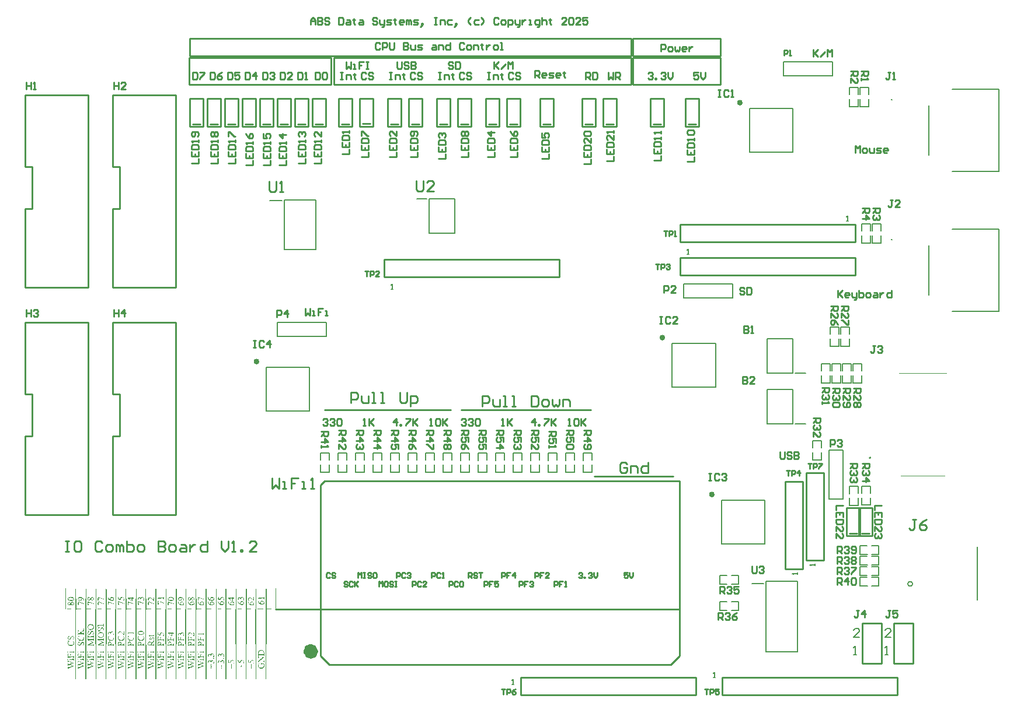
<source format=gto>
G04*
G04 #@! TF.GenerationSoftware,Altium Limited,Altium Designer,22.3.1 (43)*
G04*
G04 Layer_Color=65535*
%FSLAX25Y25*%
%MOIN*%
G70*
G04*
G04 #@! TF.SameCoordinates,CC72978B-6F05-4AE3-AFEB-50B74E8C7AD0*
G04*
G04*
G04 #@! TF.FilePolarity,Positive*
G04*
G01*
G75*
%ADD10C,0.01575*%
%ADD11C,0.00787*%
%ADD12C,0.04000*%
%ADD13C,0.01000*%
%ADD14C,0.00394*%
%ADD15C,0.00500*%
%ADD16C,0.00800*%
G36*
X135423Y63078D02*
X135580Y62763D01*
X135737Y62711D01*
X135921Y62684D01*
X136262Y62711D01*
X136340Y62632D01*
X136393Y62422D01*
X136314Y62291D01*
X136104Y62239D01*
X135895Y62291D01*
X135790D01*
X135528Y62186D01*
X135475Y60928D01*
X135371Y60823D01*
X134951Y60876D01*
X134872Y60954D01*
X134846Y61033D01*
X134636Y61085D01*
X134558Y61164D01*
X134505Y61269D01*
X134217Y61452D01*
X133850Y61662D01*
X133798Y61767D01*
X133457Y61950D01*
X133405Y62055D01*
X133142Y62160D01*
X133011Y62291D01*
X132906Y62344D01*
X132828Y62527D01*
X132959Y62711D01*
X134977Y62684D01*
X135082Y62789D01*
X135134Y63051D01*
X135213Y63130D01*
X135423Y63078D01*
D02*
G37*
G36*
X78095Y63051D02*
X78199Y62789D01*
X78278Y62711D01*
X78566Y62684D01*
X78907Y62711D01*
X78986Y62632D01*
X79038Y62422D01*
X78960Y62291D01*
X78750Y62239D01*
X78540Y62291D01*
X78226Y62239D01*
X78147Y62160D01*
X78095Y60849D01*
X77859Y60771D01*
X77649Y60823D01*
X77518Y60954D01*
X77492Y61033D01*
X77282Y61085D01*
X77203Y61164D01*
X77151Y61269D01*
X76863Y61452D01*
X76496Y61662D01*
X76443Y61767D01*
X76103Y61950D01*
X76050Y62055D01*
X75788Y62160D01*
X75657Y62291D01*
X75552Y62344D01*
X75473Y62527D01*
X75604Y62711D01*
X77623Y62684D01*
X77728Y62789D01*
X77780Y63051D01*
X77806Y63078D01*
X77833Y63104D01*
X78016Y63130D01*
X78095Y63051D01*
D02*
G37*
G36*
X141242Y63078D02*
X141373Y62946D01*
X141400Y62868D01*
X141635Y62737D01*
X141740Y62475D01*
X141897Y62317D01*
X141950Y61793D01*
X141897Y61636D01*
X141845Y61321D01*
X141767Y61243D01*
X141557Y61190D01*
X141452Y61243D01*
X141426Y61531D01*
X141583Y61793D01*
X141635Y62160D01*
X141609Y62448D01*
X141347Y62606D01*
X141295Y62711D01*
X141085Y62763D01*
X140718Y62711D01*
X140351Y62448D01*
X140220Y62213D01*
X140167Y62003D01*
X140115Y61845D01*
X140036Y61767D01*
X139931Y61819D01*
X139853Y61898D01*
X139801Y62108D01*
X139696Y62213D01*
X139643Y62317D01*
X139512Y62501D01*
X138988Y62448D01*
X138804Y62265D01*
X138752Y62055D01*
X138804Y61793D01*
X138857Y61636D01*
X138883Y61610D01*
X138962Y61426D01*
X138778Y61400D01*
X138595Y61583D01*
X138542Y61688D01*
X138385Y61845D01*
X138437Y62527D01*
X138542Y62632D01*
X138595Y62737D01*
X138726Y62868D01*
X139145Y62973D01*
X139407Y62868D01*
X139512Y62815D01*
X139591Y62737D01*
X139643Y62632D01*
X139827Y62606D01*
X140010Y62789D01*
X140063Y62894D01*
X140194Y63025D01*
X140613Y63130D01*
X141242Y63078D01*
D02*
G37*
G36*
X84097D02*
X84228Y62999D01*
X84281Y62894D01*
X84543Y62737D01*
X84596Y62527D01*
X84753Y62370D01*
X84805Y62160D01*
X84753Y61374D01*
X84569Y61190D01*
X84360Y61243D01*
X84281Y61426D01*
X84491Y61898D01*
X84543Y62108D01*
X84517Y62448D01*
X84255Y62606D01*
X84097Y62763D01*
X83573Y62711D01*
X83468Y62606D01*
X83363Y62553D01*
X83232Y62422D01*
X83180Y62317D01*
X83075Y62055D01*
X83023Y61845D01*
X82944Y61767D01*
X82839Y61819D01*
X82761Y61898D01*
X82656Y62160D01*
X82551Y62265D01*
X82420Y62501D01*
X81843Y62448D01*
X81660Y62108D01*
X81712Y61741D01*
X81869Y61426D01*
X81686Y61400D01*
X81345Y61741D01*
X81240Y62108D01*
X81293Y62265D01*
X81345Y62527D01*
X81581Y62815D01*
X81843Y62920D01*
X82053Y62973D01*
X82499Y62737D01*
X82551Y62632D01*
X82734Y62606D01*
X82866Y62737D01*
X82918Y62842D01*
X82944Y62868D01*
X83101Y63025D01*
X83521Y63130D01*
X84097Y63078D01*
D02*
G37*
G36*
X112984D02*
X113168Y62946D01*
X113220Y62842D01*
X113378Y62684D01*
X113430Y62580D01*
X113482Y62422D01*
X113430Y61688D01*
X113325Y61583D01*
X113273Y61479D01*
X113194Y61348D01*
X112670Y61085D01*
X112513Y61138D01*
X112014Y61374D01*
X111883Y61610D01*
X111621Y61715D01*
X111385Y61479D01*
X111359Y61400D01*
X111254Y61348D01*
X110992Y61243D01*
X110783Y61190D01*
X110468Y61243D01*
X110206Y61400D01*
X110022Y61688D01*
X109917Y61950D01*
X109970Y62527D01*
X110075Y62632D01*
X110127Y62737D01*
X110415Y63025D01*
X110625Y63078D01*
X110940Y63025D01*
X111045Y62920D01*
X111150Y62868D01*
X111281Y62737D01*
X111333Y62632D01*
X111464Y62501D01*
X111490Y62475D01*
X111621Y62448D01*
X111752Y62580D01*
X111805Y62684D01*
X112146Y63025D01*
X112408Y63130D01*
X112984Y63078D01*
D02*
G37*
G36*
X55630D02*
X55813Y62946D01*
X55866Y62842D01*
X56023Y62684D01*
X56076Y62580D01*
X56128Y62422D01*
X56076Y61688D01*
X55971Y61583D01*
X55918Y61479D01*
X55840Y61348D01*
X55735Y61295D01*
X55263Y61085D01*
X54660Y61374D01*
X54529Y61610D01*
X54267Y61715D01*
X54031Y61479D01*
X54005Y61400D01*
X53900Y61348D01*
X53638Y61243D01*
X53428Y61190D01*
X53114Y61243D01*
X52851Y61400D01*
X52668Y61688D01*
X52563Y61950D01*
Y62003D01*
X52615Y62527D01*
X52720Y62632D01*
X52773Y62737D01*
X53061Y63025D01*
X53271Y63078D01*
X53585Y63025D01*
X53690Y62920D01*
X53795Y62868D01*
X53926Y62737D01*
X53979Y62632D01*
X54162Y62448D01*
X54319Y62501D01*
X54398Y62580D01*
X54450Y62684D01*
X54791Y63025D01*
X55053Y63130D01*
X55630Y63078D01*
D02*
G37*
G36*
X153484Y63051D02*
X153431Y61845D01*
X153300Y61819D01*
X153222Y61898D01*
X153169Y62108D01*
X153117Y62213D01*
X152881Y62291D01*
X150522Y62239D01*
X150443Y62160D01*
X150364Y61977D01*
X150259Y62029D01*
X150155Y62239D01*
X150128Y62265D01*
X150024Y62370D01*
X149971Y62527D01*
X150102Y62711D01*
X153091Y62763D01*
X153169Y62842D01*
X153274Y63104D01*
X153405Y63130D01*
X153484Y63051D01*
D02*
G37*
G36*
X96129D02*
Y62999D01*
Y62946D01*
X96077Y61845D01*
X95946Y61819D01*
X95867Y61898D01*
X95815Y62108D01*
X95762Y62213D01*
X95526Y62291D01*
X93167Y62239D01*
X93089Y62160D01*
X93010Y61977D01*
X92905Y62029D01*
X92722Y62317D01*
X92617Y62527D01*
X92748Y62711D01*
X95736Y62763D01*
X95815Y62842D01*
X95920Y63104D01*
X96051Y63130D01*
X96129Y63051D01*
D02*
G37*
G36*
X129708Y63078D02*
X129813Y63025D01*
X129892Y62946D01*
X129918Y62868D01*
X130259Y62684D01*
X130285Y62501D01*
X130233Y62448D01*
X129761Y62763D01*
X129237Y62711D01*
X129132Y62606D01*
X129027Y62553D01*
X128896Y62475D01*
X128843Y62370D01*
X128634Y62055D01*
X128581Y61845D01*
X128529Y61426D01*
X128450Y61348D01*
X128136Y61400D01*
X127978Y61557D01*
X127795Y61583D01*
X127716Y61557D01*
X127402Y61767D01*
X127139Y61872D01*
X127061Y61950D01*
X127113Y63051D01*
X127349Y63078D01*
X127428Y62999D01*
X127533Y62580D01*
X127506Y62239D01*
X127559Y61924D01*
X127664Y61819D01*
X127978Y61767D01*
X128005Y61793D01*
X128476Y62684D01*
X128712Y62920D01*
X128817Y62973D01*
X129079Y63078D01*
X129551Y63130D01*
X129708Y63078D01*
D02*
G37*
G36*
X115999Y63051D02*
X116287Y62920D01*
X116707Y62815D01*
X116812Y62763D01*
X117178Y62606D01*
X117493Y62553D01*
X117755Y62396D01*
X118306Y62265D01*
X118542Y62134D01*
X118725Y62108D01*
X118751Y62081D01*
X118961Y62029D01*
X118987Y61845D01*
X118909Y61767D01*
X118542Y61819D01*
X118070Y62029D01*
X117677Y62108D01*
X117598Y62186D01*
X117231Y62291D01*
X116943Y62370D01*
X116602Y62553D01*
X116287Y62606D01*
X116078Y62711D01*
X115946Y62580D01*
X115999Y61321D01*
X116051Y61164D01*
X116025Y61085D01*
X115711Y61138D01*
X115527Y61321D01*
X115475Y61531D01*
X115527Y63051D01*
X115606Y63130D01*
X115999Y63051D01*
D02*
G37*
G36*
X72616Y63078D02*
X72721Y63025D01*
X72852Y62842D01*
X73036Y62763D01*
X73167Y62632D01*
X73140Y62448D01*
X73036Y62501D01*
X72931Y62606D01*
X72826Y62658D01*
X72721Y62763D01*
X72144Y62711D01*
X71751Y62422D01*
X71699Y62317D01*
X71489Y61950D01*
X71384Y61374D01*
X71096Y61348D01*
X70729Y61610D01*
X70703Y61583D01*
X70676Y61557D01*
X70414Y61662D01*
X70362Y61767D01*
X70073Y61845D01*
X69969Y61950D01*
X69942Y62920D01*
X69995Y63078D01*
X70257Y63025D01*
X70336Y62946D01*
X70388Y62737D01*
X70440Y61950D01*
X70572Y61819D01*
X70781Y61767D01*
X70938Y61819D01*
X71201Y62396D01*
X71279Y62580D01*
X71672Y62973D01*
X71935Y63078D01*
X72459Y63130D01*
X72616Y63078D01*
D02*
G37*
G36*
X58828D02*
X59195Y62920D01*
X59405Y62868D01*
X59746Y62737D01*
X59824Y62658D01*
X60191Y62606D01*
X60532Y62475D01*
X60611Y62396D01*
X61056Y62317D01*
X61240Y62239D01*
X61502Y62134D01*
X61843Y62055D01*
X61895Y61898D01*
X61843Y61793D01*
X61607Y61767D01*
X61449Y61819D01*
X61082Y61977D01*
X60663Y62081D01*
X60191Y62291D01*
X59798Y62370D01*
X59667Y62501D01*
X59116Y62632D01*
X58880Y62658D01*
X58854Y61426D01*
X58959Y61164D01*
X58933Y61085D01*
X58618Y61138D01*
X58382Y61374D01*
Y61845D01*
Y61898D01*
X58435Y63051D01*
X58513Y63130D01*
X58828Y63078D01*
D02*
G37*
G36*
X147481Y63025D02*
X147612Y62946D01*
X147717Y62684D01*
X147664Y61007D01*
X147586Y60928D01*
X147481Y60980D01*
X146983Y61479D01*
X146931Y61583D01*
X146747Y61715D01*
X146590Y61872D01*
X146485Y61924D01*
X146328Y62081D01*
X146223Y62134D01*
X146065Y62291D01*
X145856Y62344D01*
X145751Y62448D01*
X145541Y62501D01*
X144965Y62448D01*
X144676Y62213D01*
X144571Y61950D01*
X144519Y61741D01*
X144597Y61610D01*
X144624Y61583D01*
X144781Y61321D01*
X144938Y61164D01*
X144912Y61085D01*
X144597Y61138D01*
X144362Y61374D01*
X144309Y61479D01*
X144204Y61583D01*
X144152Y61950D01*
X144204Y62317D01*
X144414Y62632D01*
X144466Y62737D01*
X144545Y62815D01*
X144755Y62868D01*
X144912Y62920D01*
X145174Y62973D01*
X145332Y62920D01*
X145541Y62868D01*
X145803Y62763D01*
X145961Y62606D01*
X146118Y62553D01*
X146196Y62475D01*
X146249Y62370D01*
X146432Y62239D01*
X146642Y62029D01*
X146721Y62003D01*
X146773Y61898D01*
X147062Y61610D01*
X147297Y61636D01*
X147350Y61845D01*
X147297Y62003D01*
X147324Y62606D01*
X147166Y62973D01*
X147271Y63078D01*
X147481Y63025D01*
D02*
G37*
G36*
X124046Y63078D02*
X124518Y62711D01*
X124649Y62527D01*
X124754Y62422D01*
X124806Y62213D01*
X124754Y61636D01*
X124544Y61426D01*
X124518Y61348D01*
X124413Y61295D01*
X124204Y61085D01*
X123837Y60980D01*
X123627Y60928D01*
X122893Y60980D01*
X122736Y61033D01*
X122526Y61085D01*
X122421Y61190D01*
X122316Y61243D01*
X121949Y61505D01*
X121713Y61741D01*
X121661Y61845D01*
X121504Y62003D01*
X121451Y62213D01*
X121294Y62580D01*
X121242Y62789D01*
X121294Y63051D01*
X121477Y63078D01*
X121556Y62999D01*
X121635Y62448D01*
X121766Y62317D01*
X121923Y62055D01*
X122316Y61662D01*
X122526Y61610D01*
X122683Y61662D01*
X122710Y61688D01*
X122605Y61793D01*
X122500Y62055D01*
X122552Y62475D01*
X122788Y62763D01*
X122972Y62946D01*
X122998Y62973D01*
X123260Y63078D01*
X123470Y63130D01*
X124046Y63078D01*
D02*
G37*
G36*
X90494Y62920D02*
X90520Y62894D01*
X90625Y62632D01*
X90572Y62265D01*
X90625Y62108D01*
X90546Y60980D01*
X90441Y60928D01*
X90310Y61007D01*
X90258Y61112D01*
X90022Y61348D01*
X89943Y61374D01*
X89891Y61479D01*
X89812Y61610D01*
X89628Y61688D01*
X89576Y61793D01*
X89497Y61872D01*
X89393Y61924D01*
X89235Y62081D01*
X89130Y62134D01*
X88973Y62291D01*
X88763Y62344D01*
X88659Y62448D01*
X88449Y62501D01*
X87872Y62448D01*
X87584Y62213D01*
X87427Y61845D01*
X87479Y61636D01*
X87741Y61269D01*
X87793Y61112D01*
X87558Y61085D01*
X87217Y61426D01*
X87164Y61531D01*
X87060Y61793D01*
X87112Y62317D01*
X87322Y62632D01*
X87374Y62737D01*
X87453Y62815D01*
X87820Y62920D01*
X88056Y62946D01*
X88318Y62894D01*
X88528Y62842D01*
X88737Y62737D01*
X88763Y62658D01*
X89026Y62553D01*
X89104Y62475D01*
X89157Y62370D01*
X89340Y62239D01*
X89891Y61688D01*
X89917Y61610D01*
X90205Y61636D01*
X90153Y62789D01*
X90048Y62894D01*
X90100Y63051D01*
X90284Y63078D01*
X90494Y62920D01*
D02*
G37*
G36*
X66849Y63078D02*
X67321Y62815D01*
X67452Y62684D01*
X67505Y62580D01*
X67662Y62422D01*
X67714Y62055D01*
X67662Y61688D01*
X67426Y61400D01*
X67164Y61138D01*
X66902Y61033D01*
X66482Y60928D01*
X65748Y60980D01*
X65591Y61033D01*
X65014Y61348D01*
X64464Y61898D01*
X64359Y62160D01*
X64202Y62527D01*
X64149Y62737D01*
X64202Y63051D01*
X64385Y63078D01*
X64464Y62842D01*
X64516Y62475D01*
X64621Y62370D01*
X64778Y62108D01*
X65276Y61610D01*
X65539Y61662D01*
X65565Y61741D01*
X65460Y61845D01*
X65408Y62055D01*
X65460Y62527D01*
X65617Y62684D01*
X65670Y62789D01*
X65801Y62920D01*
X65906Y62973D01*
X66168Y63078D01*
X66377Y63130D01*
X66640D01*
X66849Y63078D01*
D02*
G37*
G36*
X130573Y62213D02*
X130626Y61688D01*
X130573Y61531D01*
Y61479D01*
Y61426D01*
X130338Y61138D01*
X130128Y61190D01*
X130102Y61531D01*
X130259Y61688D01*
X130311Y61898D01*
X130364Y62265D01*
X130495Y62291D01*
X130573Y62213D01*
D02*
G37*
G36*
X73481Y62055D02*
X73429Y61321D01*
X73245Y61138D01*
X73036Y61190D01*
X72957Y61426D01*
X73088Y61610D01*
X73114Y61636D01*
X73219Y61898D01*
X73272Y62265D01*
X73403Y62291D01*
X73481Y62055D01*
D02*
G37*
G36*
X106274Y63078D02*
X106693Y62815D01*
X106798Y62763D01*
X106903Y62658D01*
X107008Y62606D01*
X107244Y62370D01*
X107296Y62265D01*
X107401Y62160D01*
X107453Y62055D01*
X107663Y61583D01*
X107716Y61374D01*
X107663Y61059D01*
X107480Y61033D01*
X107401Y61269D01*
X107349Y61583D01*
X107139Y61898D01*
X107086Y62003D01*
X106746Y62344D01*
X106641Y62396D01*
X106379Y62501D01*
X105959Y62553D01*
X105592Y62711D01*
X105278Y62658D01*
X105121Y62606D01*
X104806Y62553D01*
X104465Y62213D01*
X104518Y61688D01*
X104701Y61557D01*
X104806Y61452D01*
X105750Y61505D01*
X105881Y61583D01*
X105907Y61610D01*
X106038Y61688D01*
X106143Y61950D01*
X106221Y62239D01*
X106326Y62291D01*
X106405Y62213D01*
X106457Y62003D01*
X106405Y61583D01*
X106038Y61112D01*
X105592Y60980D01*
X104858Y61033D01*
X104570Y61269D01*
X104413Y61374D01*
X104255Y61636D01*
X104151Y61898D01*
X104203Y62370D01*
X104544Y62815D01*
X104649Y62868D01*
X104753Y62973D01*
X105016Y63078D01*
X105225Y63130D01*
X106274Y63078D01*
D02*
G37*
G36*
X49129D02*
X49706Y62763D01*
X49863Y62606D01*
X49968Y62553D01*
X50099Y62422D01*
X50151Y62317D01*
X50256Y62213D01*
X50309Y62108D01*
X50571Y61531D01*
X50623Y61321D01*
X50571Y61059D01*
X50387Y61033D01*
X50309Y61269D01*
X50230Y61610D01*
X50151Y61688D01*
X49942Y62055D01*
X49653Y62344D01*
X49549Y62396D01*
X49286Y62501D01*
X48815Y62553D01*
X48448Y62711D01*
X48159Y62632D01*
X47845Y62580D01*
X47661Y62501D01*
X47556Y62396D01*
X47451Y62344D01*
X47320Y62003D01*
X47399Y61715D01*
X47504Y61610D01*
X47609Y61557D01*
X47714Y61452D01*
X48657Y61505D01*
X48946Y61741D01*
X49051Y62003D01*
X49103Y62213D01*
X49182Y62291D01*
X49313Y62213D01*
X49365Y61845D01*
X49286Y61557D01*
X49155Y61374D01*
X48972Y61138D01*
X48710Y61033D01*
X48657D01*
X48500Y60980D01*
X47766Y61033D01*
X47478Y61269D01*
X47294Y61400D01*
X47216Y61583D01*
X47111Y61688D01*
X47058Y61898D01*
X47111Y62422D01*
X47320Y62632D01*
X47373Y62737D01*
X47504Y62868D01*
X47609Y62920D01*
X47714Y63025D01*
X48133Y63130D01*
X49129Y63078D01*
D02*
G37*
G36*
X100874D02*
X101293Y62868D01*
X101346D01*
X101634Y62632D01*
X101896Y62265D01*
X101949Y61898D01*
X101739Y61531D01*
X101556Y61295D01*
X101451Y61243D01*
X101136Y61033D01*
X100821Y60980D01*
X100559Y60876D01*
X99616Y60928D01*
X99458Y60980D01*
X99249Y61033D01*
X98987Y61138D01*
X98882Y61243D01*
X98646Y61374D01*
X98488Y61636D01*
X98384Y61898D01*
X98331Y62055D01*
X98384Y62213D01*
X98541Y62475D01*
X98777Y62763D01*
X98882Y62815D01*
X99458Y63078D01*
X100140Y63130D01*
X100874Y63078D01*
D02*
G37*
G36*
X43782D02*
X44463Y62711D01*
X44542Y62632D01*
X44594Y62527D01*
X44804Y62213D01*
X44752Y61688D01*
X44647Y61583D01*
X44594Y61479D01*
X44463Y61295D01*
X44201Y61138D01*
X43939Y61033D01*
X43415Y60876D01*
X42838D01*
X42287Y61007D01*
X42078Y61059D01*
X41894Y61138D01*
X41554Y61374D01*
X41501Y61479D01*
X41291Y61793D01*
X41239Y62003D01*
X41291Y62317D01*
X41449Y62475D01*
X41501Y62580D01*
X41737Y62815D01*
X41999Y62920D01*
X42104Y62973D01*
X42366Y63078D01*
X43048Y63130D01*
X43782Y63078D01*
D02*
G37*
G36*
X44358Y60351D02*
X44594Y60115D01*
X44647Y60011D01*
X44752Y59906D01*
X44804Y59749D01*
Y59696D01*
X44752Y58962D01*
X44647Y58857D01*
X44594Y58752D01*
X44411Y58569D01*
X44149Y58464D01*
X43939Y58412D01*
X43782Y58464D01*
X43519Y58569D01*
X43284Y58805D01*
X43231Y58910D01*
X43152Y58988D01*
X42995Y59041D01*
X42812Y58910D01*
X42759Y58805D01*
X42576Y58621D01*
X42314Y58517D01*
X41973Y58490D01*
X41763Y58543D01*
X41501Y58752D01*
X41449Y58857D01*
X41344Y58962D01*
X41239Y59329D01*
X41291Y59801D01*
X41658Y60273D01*
X41894Y60351D01*
X42314Y60299D01*
X42445Y60220D01*
X42497Y60115D01*
X42707Y59906D01*
X42759Y59801D01*
X42943Y59775D01*
X43126Y59958D01*
X43179Y60063D01*
X43415Y60299D01*
X43782Y60404D01*
X44358Y60351D01*
D02*
G37*
G36*
X93062Y60823D02*
X93377Y60771D01*
X93639Y60614D01*
X94032Y60535D01*
X94373Y60351D01*
X94792Y60299D01*
X94897Y60194D01*
X95159Y60089D01*
X95212D01*
X95579Y60037D01*
X95736Y59879D01*
X96051Y59827D01*
X96129Y59749D01*
X96103Y59565D01*
X95893Y59513D01*
X95579Y59722D01*
X95212Y59775D01*
X94688Y59984D01*
X94478Y60037D01*
X94190Y60115D01*
X94111Y60194D01*
X93744Y60299D01*
X93534Y60351D01*
X93429Y60456D01*
X93220Y60509D01*
X93115Y60456D01*
X93036Y60378D01*
X93089Y59119D01*
X93246Y58962D01*
X93194Y58857D01*
X93062Y58831D01*
X92617Y59119D01*
X92564Y59382D01*
X92617Y59539D01*
X92590Y60561D01*
X92643Y60876D01*
X92800Y60928D01*
X93062Y60823D01*
D02*
G37*
G36*
X141033Y60771D02*
X141085Y60718D01*
X141137D01*
X141504Y60509D01*
X141635Y60378D01*
X141688Y60273D01*
X141845Y60115D01*
X141950Y59696D01*
X141871Y59355D01*
X141740Y59224D01*
X141688Y59119D01*
X141400Y58831D01*
X140928Y58621D01*
X139879Y58674D01*
X139302Y58988D01*
X139014Y59224D01*
X138857Y59382D01*
X138804Y59486D01*
X138595Y59696D01*
X138516Y59984D01*
X138437Y60063D01*
X138385Y60273D01*
X138437Y60745D01*
X138568Y60771D01*
X138699Y60430D01*
X138752Y60115D01*
X138857Y60011D01*
X139040Y59670D01*
X139145Y59617D01*
X139407Y59355D01*
X139617Y59303D01*
X139696Y59329D01*
X139643Y59749D01*
X139591Y59801D01*
X139643Y59958D01*
X139696Y60220D01*
X139801Y60325D01*
X139853Y60430D01*
X140036Y60614D01*
X140141Y60666D01*
X140403Y60771D01*
X140613Y60823D01*
X141033Y60771D01*
D02*
G37*
G36*
X81686Y60614D02*
X82158Y60561D01*
X82472Y60351D01*
X82892Y60299D01*
X82996Y60194D01*
X83363Y60089D01*
X83626Y60037D01*
X83993Y59879D01*
X84412Y59775D01*
X84753Y59591D01*
X84805Y59434D01*
X84674Y59303D01*
X84412Y59460D01*
X84255Y59513D01*
X83888Y59565D01*
X83573Y59775D01*
X83101Y59827D01*
X82996Y59932D01*
X82577Y60037D01*
X82105Y60246D01*
X81896Y60299D01*
X81712Y60168D01*
X81765Y58962D01*
X81922Y58648D01*
X81791Y58621D01*
X81686Y58726D01*
X81476Y58779D01*
X81293Y58910D01*
Y60325D01*
Y60378D01*
X81345Y60745D01*
X81529Y60771D01*
X81686Y60614D01*
D02*
G37*
G36*
X152540Y60954D02*
X152960Y60797D01*
X153274Y60483D01*
X153326Y60378D01*
X153431Y60273D01*
X153484Y60063D01*
X153431Y59539D01*
X153195Y59250D01*
X152986Y59041D01*
X152514Y58831D01*
X152304Y58779D01*
X151465Y58831D01*
X150994Y59093D01*
X150522Y59460D01*
X150443Y59539D01*
X150391Y59644D01*
X150181Y59853D01*
X150102Y60142D01*
X150024Y60220D01*
X149919Y60640D01*
X149971Y60849D01*
X150050Y60928D01*
X150155Y60876D01*
X150233Y60797D01*
X150286Y60378D01*
X150496Y60063D01*
X150548Y59958D01*
X150941Y59565D01*
X151308Y59460D01*
X151623Y59408D01*
X151885Y59303D01*
X152252Y59250D01*
X152461Y59303D01*
X152750Y59382D01*
X152933Y59513D01*
X153169Y59696D01*
X153222Y60063D01*
X153143Y60246D01*
X153038Y60299D01*
X152828Y60509D01*
X151885Y60456D01*
X151727Y60299D01*
X151623Y60246D01*
X151544Y60168D01*
X151492Y59958D01*
X151439Y59539D01*
X151360Y59513D01*
X151282Y59591D01*
X151177Y60011D01*
X151229Y60378D01*
X151387Y60535D01*
X151439Y60640D01*
X151623Y60823D01*
X151885Y60928D01*
X151990Y60980D01*
X152042D01*
X152252Y61033D01*
X152540Y60954D01*
D02*
G37*
G36*
X70467Y60561D02*
X70781Y60509D01*
X70886Y60404D01*
X71096Y60351D01*
X71437Y60273D01*
X71568Y60142D01*
X71935Y60089D01*
X72144Y60037D01*
X72406Y59879D01*
X72773Y59827D01*
X73245Y59617D01*
X73403Y59565D01*
X73481Y59486D01*
X73455Y59303D01*
X73298Y59250D01*
X73114Y59329D01*
X73088Y59355D01*
X72983Y59460D01*
X72616Y59513D01*
X72275Y59644D01*
X72197Y59722D01*
X71751Y59801D01*
X71489Y59906D01*
X71201Y60037D01*
X70886Y60089D01*
X70729Y60246D01*
X70467Y60194D01*
X70388Y60115D01*
X70440Y58910D01*
X70598Y58648D01*
X70519Y58569D01*
X69969Y58857D01*
X70021Y60640D01*
X70205Y60666D01*
X70467Y60561D01*
D02*
G37*
G36*
X53009D02*
X53533Y60351D01*
X53874Y60273D01*
X54110Y60142D01*
X54319Y60089D01*
X54660Y60011D01*
X54739Y59932D01*
X55106Y59827D01*
X55368Y59775D01*
X55735Y59617D01*
X55945Y59565D01*
X56049Y59513D01*
X56128Y59434D01*
X56049Y59250D01*
X55630Y59303D01*
X55158Y59513D01*
X54817Y59591D01*
X54581Y59722D01*
X54031Y59853D01*
X54005Y59879D01*
X53979Y59906D01*
X53690Y60037D01*
X53376Y60089D01*
X53192Y60168D01*
X53087Y60115D01*
X53035Y59906D01*
X53087Y58857D01*
X53192Y58595D01*
X52904Y58569D01*
X52615Y58857D01*
X52668Y60587D01*
X52851Y60614D01*
X53009Y60561D01*
D02*
G37*
G36*
X130023D02*
X130233Y60351D01*
X130338Y60299D01*
X130521Y60011D01*
X130626Y59749D01*
X130573Y59329D01*
X130338Y59041D01*
X130075Y58779D01*
X129971Y58726D01*
X129604Y58569D01*
X128503Y58621D01*
X128031Y58884D01*
X127926Y58988D01*
X127821Y59041D01*
X127716Y59146D01*
X127638Y59172D01*
X127585Y59277D01*
X127480Y59382D01*
X127428Y59486D01*
X127271Y59644D01*
X127192Y59932D01*
X127113Y60011D01*
X127061Y60220D01*
X127113Y60640D01*
X127244Y60666D01*
X127323Y60587D01*
X127375Y60378D01*
X127402Y60089D01*
X127428Y60063D01*
X127533Y59958D01*
X127716Y59617D01*
X127821Y59565D01*
X127900Y59486D01*
X127952Y59382D01*
X128188Y59250D01*
X128450Y59198D01*
X128476Y59277D01*
X128372Y59382D01*
X128319Y59749D01*
X128372Y60168D01*
X128529Y60325D01*
X128581Y60430D01*
X128712Y60561D01*
X129079Y60718D01*
X129446Y60771D01*
X130023Y60561D01*
D02*
G37*
G36*
X87820Y60351D02*
X88134Y60299D01*
X88239Y60194D01*
X88606Y60089D01*
X88894Y60011D01*
X89183Y59879D01*
X89393Y59827D01*
X89681Y59749D01*
X89969Y59617D01*
X90441Y59513D01*
X90520Y59434D01*
X90467Y59172D01*
X90389Y59146D01*
X90284Y59250D01*
X89838Y59329D01*
X89497Y59513D01*
X89104Y59591D01*
X88659Y59775D01*
X88344Y59827D01*
X88292Y59879D01*
X88265Y59906D01*
X88187Y59984D01*
X87741Y60063D01*
X87663Y60089D01*
X87531Y60011D01*
X87479Y59801D01*
X87531Y59644D01*
X87584Y58700D01*
X87636Y58543D01*
X87348Y58517D01*
X87164Y58648D01*
X87060Y58910D01*
X87112Y60535D01*
X87348Y60561D01*
X87820Y60351D01*
D02*
G37*
G36*
X59143D02*
X59457Y60299D01*
X59562Y60194D01*
X59929Y60089D01*
X60217Y60011D01*
X60506Y59879D01*
X60715Y59827D01*
X61004Y59749D01*
X61292Y59617D01*
X61764Y59513D01*
X61843Y59434D01*
Y59382D01*
X61790Y59172D01*
X61711Y59146D01*
X61607Y59250D01*
X61161Y59329D01*
X60820Y59513D01*
X60401Y59565D01*
X60296Y59670D01*
X60034Y59775D01*
X59667Y59827D01*
X59509Y59984D01*
X59064Y60063D01*
X58985Y60089D01*
X58854Y60011D01*
X58802Y59801D01*
X58854Y59591D01*
X58907Y58700D01*
X58959Y58543D01*
X58671Y58517D01*
X58487Y58648D01*
X58382Y58910D01*
X58435Y60535D01*
X58671Y60561D01*
X59143Y60351D01*
D02*
G37*
G36*
X47818D02*
X48133Y60299D01*
X48238Y60194D01*
X48605Y60089D01*
X48893Y60011D01*
X49182Y59879D01*
X49522Y59801D01*
X49784Y59696D01*
X50020Y59617D01*
X50440Y59513D01*
X50518Y59434D01*
X50466Y59172D01*
X50387Y59146D01*
X50283Y59250D01*
X49889Y59329D01*
X49706Y59408D01*
X49444Y59513D01*
X49103Y59591D01*
X48657Y59775D01*
X48343Y59827D01*
X48185Y59984D01*
X47740Y60063D01*
X47661Y60089D01*
X47530Y60011D01*
X47504Y59775D01*
X47556Y58884D01*
X47609Y58674D01*
X47635Y58543D01*
X47399Y58517D01*
X47189Y58621D01*
X47163Y58648D01*
X47058Y58910D01*
X47111Y60535D01*
X47347Y60561D01*
X47818Y60351D01*
D02*
G37*
G36*
X146904Y60561D02*
X147402Y60220D01*
X147664Y59853D01*
X147717Y59644D01*
X147664Y59172D01*
X147507Y59014D01*
X147455Y58910D01*
X147166Y58621D01*
X146904Y58517D01*
X146485Y58412D01*
X145751Y58464D01*
X145594Y58517D01*
X145017Y58831D01*
X144807Y59041D01*
X144729Y59067D01*
X144676Y59172D01*
X144466Y59382D01*
X144152Y60115D01*
X144204Y60535D01*
X144335Y60561D01*
X144466Y60430D01*
X144519Y59958D01*
X144624Y59853D01*
X144833Y59486D01*
X145017Y59303D01*
X145122Y59250D01*
X145279Y59093D01*
X145541Y59146D01*
X145567Y59224D01*
X145463Y59329D01*
X145410Y59539D01*
Y59644D01*
Y59696D01*
X145463Y60011D01*
X145567Y60115D01*
X145620Y60220D01*
X145856Y60456D01*
X145961Y60509D01*
X146118Y60561D01*
X146485Y60614D01*
X146904Y60561D01*
D02*
G37*
G36*
X118227D02*
X118542Y60351D01*
X118647Y60299D01*
X118778Y60168D01*
X118830Y60063D01*
X118935Y59958D01*
X119013Y59775D01*
X119040Y59749D01*
X118987Y59172D01*
X118830Y59014D01*
X118778Y58910D01*
X118489Y58621D01*
X118227Y58517D01*
X117808Y58412D01*
X117074Y58464D01*
X116916Y58517D01*
X116340Y58831D01*
X116130Y59041D01*
X116025Y59093D01*
X115894Y59277D01*
X115789Y59382D01*
X115632Y59749D01*
X115579Y59853D01*
X115475Y60115D01*
X115527Y60535D01*
X115658Y60561D01*
X115789Y60430D01*
X115842Y59958D01*
X115946Y59853D01*
X116156Y59486D01*
X116340Y59303D01*
X116445Y59250D01*
X116602Y59093D01*
X116864Y59146D01*
X116890Y59224D01*
X116785Y59329D01*
X116733Y59539D01*
X116785Y60011D01*
X116890Y60115D01*
X116943Y60220D01*
X117178Y60456D01*
X117283Y60509D01*
X117441Y60561D01*
X117808Y60614D01*
X118227Y60561D01*
D02*
G37*
G36*
X75814Y60456D02*
X76076Y60351D01*
X76391Y60299D01*
X76705Y60089D01*
X77125Y60037D01*
X77230Y59932D01*
X77859Y59775D01*
X78069Y59670D01*
X78095Y59644D01*
X78357Y59591D01*
X78566Y59539D01*
X78986Y59277D01*
X78960Y59093D01*
X78829Y59067D01*
X78645Y59198D01*
X78488Y59250D01*
X78095Y59329D01*
X77754Y59513D01*
X77334Y59565D01*
X77230Y59670D01*
X76968Y59775D01*
X76653Y59827D01*
X76181Y60037D01*
X75971Y59984D01*
X75945Y58857D01*
X75998Y58700D01*
X76155Y58385D01*
X76024Y58359D01*
X75919Y58464D01*
X75578Y58595D01*
X75473Y58857D01*
X75526Y60430D01*
X75604Y60509D01*
X75814Y60456D01*
D02*
G37*
G36*
X64490D02*
X64752Y60351D01*
X65067Y60299D01*
X65381Y60089D01*
X65801Y60037D01*
X65906Y59932D01*
X66063Y59879D01*
X66115D01*
X66325Y59827D01*
X66613Y59749D01*
X66692Y59670D01*
X66902Y59617D01*
X67242Y59539D01*
X67662Y59329D01*
X67636Y59093D01*
X67505Y59067D01*
X67269Y59250D01*
X66797Y59303D01*
X66482Y59513D01*
X66010Y59565D01*
X65906Y59670D01*
X65643Y59775D01*
X65329Y59827D01*
X64857Y60037D01*
X64647Y59984D01*
X64621Y58857D01*
X64674Y58700D01*
X64831Y58385D01*
X64752Y58359D01*
X64202Y58648D01*
X64149Y58857D01*
X64202Y60430D01*
X64280Y60509D01*
X64490Y60456D01*
D02*
G37*
G36*
X135528Y60509D02*
X135895Y60299D01*
X136235Y59958D01*
X136288Y59853D01*
X136393Y59591D01*
X136340Y59119D01*
X136235Y59014D01*
X136183Y58910D01*
X135842Y58569D01*
X135475Y58412D01*
X135266Y58359D01*
X134584D01*
X134243Y58490D01*
X133981Y58595D01*
X133798Y58726D01*
X133509Y58962D01*
X133090Y59382D01*
X133011Y59670D01*
X132880Y59906D01*
X132828Y60115D01*
X132880Y60483D01*
X133011Y60509D01*
X133090Y60430D01*
X133142Y60220D01*
X133195Y59906D01*
X133300Y59801D01*
X133352Y59696D01*
X133614Y59329D01*
X133798Y59146D01*
X134060Y59041D01*
X134165Y59093D01*
X134191Y59172D01*
X134086Y59434D01*
X134138Y59958D01*
X134296Y60115D01*
X134348Y60220D01*
X134479Y60351D01*
X134584Y60404D01*
X134846Y60509D01*
X135213Y60561D01*
X135528Y60509D01*
D02*
G37*
G36*
X123942D02*
X124413Y60246D01*
X124544Y60115D01*
X124597Y60011D01*
X124754Y59853D01*
X124806Y59644D01*
X124754Y59067D01*
X124597Y58910D01*
X124544Y58805D01*
X124361Y58674D01*
X124204Y58517D01*
X123994Y58464D01*
X123732Y58359D01*
X122788Y58412D01*
X122762Y58438D01*
X122369Y58621D01*
X121897Y58988D01*
X121713Y59172D01*
X121661Y59277D01*
X121504Y59434D01*
X121451Y59644D01*
X121242Y60115D01*
X121294Y60483D01*
X121477Y60509D01*
X121556Y60273D01*
X121661Y59853D01*
X121766Y59749D01*
X121949Y59408D01*
X122054Y59355D01*
X122316Y59093D01*
X122526Y59041D01*
X122605Y59067D01*
X122552Y59382D01*
X122500Y59539D01*
X122552Y59906D01*
X122841Y60299D01*
X122945Y60351D01*
X123207Y60509D01*
X123574Y60561D01*
X123942Y60509D01*
D02*
G37*
G36*
X98882Y60351D02*
X99301Y60299D01*
X99458Y60142D01*
X99668Y60089D01*
X99983Y60037D01*
X100350Y59879D01*
X100769Y59775D01*
X101136Y59617D01*
X101477Y59539D01*
X101687Y59434D01*
X101713Y59408D01*
X101818Y59355D01*
X101896Y59277D01*
X101844Y59119D01*
X101765Y59041D01*
X101660Y59093D01*
X101503Y59250D01*
X101031Y59303D01*
X100717Y59513D01*
X100245Y59565D01*
X99983Y59722D01*
X99563Y59827D01*
X99091Y60037D01*
X98882Y59984D01*
X98803Y59906D01*
X98856Y59382D01*
X98829Y58936D01*
X98882Y58726D01*
X98960Y58543D01*
X99013Y58385D01*
X98934Y58359D01*
X98829Y58464D01*
X98541Y58543D01*
X98384Y58700D01*
X98436Y60483D01*
X98620Y60509D01*
X98882Y60351D01*
D02*
G37*
G36*
X112722Y60614D02*
X112984Y60456D01*
X113142Y60299D01*
X113220Y60273D01*
X113378Y60011D01*
X113482Y59749D01*
X113430Y59172D01*
X113168Y58910D01*
X113142Y58831D01*
X113037Y58779D01*
X112722Y58569D01*
X112513Y58517D01*
X111359Y58569D01*
X110940Y58831D01*
X110835Y58884D01*
X110547Y59119D01*
X110389Y59277D01*
X110337Y59382D01*
X110232Y59486D01*
X110127Y59749D01*
X109970Y60115D01*
X109917Y60325D01*
X109970Y60535D01*
X110048Y60614D01*
X110153Y60561D01*
X110232Y60483D01*
X110284Y60063D01*
X110494Y59749D01*
X110547Y59644D01*
X110940Y59250D01*
X111045Y59198D01*
X111202Y59146D01*
X111674Y59093D01*
X112041Y58936D01*
X112513Y58988D01*
X112670Y59041D01*
X113037Y59250D01*
X113168Y59382D01*
X113194Y59513D01*
X113220Y59539D01*
X113168Y59906D01*
X113089Y59984D01*
X112984Y60037D01*
X112880Y60142D01*
X112670Y60194D01*
X111936Y60142D01*
X111569Y59879D01*
X111490Y59591D01*
X111438Y59382D01*
X111359Y59303D01*
X111228Y59434D01*
X111176Y59801D01*
X111228Y60011D01*
X111281Y60115D01*
X111516Y60404D01*
X111621Y60509D01*
X111883Y60614D01*
X112250Y60666D01*
X112722Y60614D01*
D02*
G37*
G36*
X106903Y60561D02*
X107401Y60220D01*
X107663Y59853D01*
X107716Y59644D01*
X107663Y59172D01*
X107506Y59014D01*
X107453Y58910D01*
X107165Y58621D01*
X106903Y58517D01*
X106483Y58412D01*
X105750Y58464D01*
X105592Y58517D01*
X105016Y58831D01*
X104989Y58857D01*
X104963Y58884D01*
X104806Y59041D01*
X104727Y59067D01*
X104675Y59172D01*
X104465Y59382D01*
X104360Y59644D01*
X104151Y60115D01*
X104203Y60535D01*
X104334Y60561D01*
X104465Y60430D01*
X104518Y59958D01*
X104622Y59853D01*
X104832Y59486D01*
X104911Y59408D01*
X105016Y59355D01*
X105278Y59093D01*
X105723Y59119D01*
X106169Y58884D01*
X106798Y58936D01*
X107270Y59198D01*
X107349Y59277D01*
X107401Y59486D01*
X107349Y59853D01*
X107165Y60037D01*
X106955Y60089D01*
X106641Y60142D01*
X106483Y60089D01*
X106012Y60037D01*
X105776Y59801D01*
X105671Y59434D01*
X105619Y59224D01*
X105592Y59198D01*
X105461Y59329D01*
X105409Y59539D01*
X105461Y60011D01*
X105566Y60115D01*
X105619Y60220D01*
X105854Y60456D01*
X105959Y60509D01*
X106117Y60561D01*
X106483Y60614D01*
X106903Y60561D01*
D02*
G37*
G36*
X160273Y68058D02*
X160299Y67455D01*
X160247Y67403D01*
X160299Y67246D01*
X160273Y62239D01*
X160299Y61636D01*
X160247Y61583D01*
X160299Y61426D01*
X160273Y56419D01*
X160299Y56288D01*
X160168Y56052D01*
X159958Y56000D01*
X159801Y56052D01*
X155161Y56026D01*
X154873Y56052D01*
X154742Y55974D01*
X154690Y16077D01*
X154454Y15999D01*
X154218Y16130D01*
X154244Y16628D01*
X154218Y55712D01*
X154270Y55869D01*
X154192Y56000D01*
X153982Y56052D01*
X153746Y56026D01*
X149473Y56052D01*
X149421Y56000D01*
X149263Y56052D01*
X149001Y56000D01*
X148923Y55764D01*
X148949Y50757D01*
X148923Y16392D01*
X148975Y16235D01*
X148923Y16077D01*
X148739Y16051D01*
X148661Y16130D01*
X148608Y16235D01*
X148451Y16392D01*
X148398Y55974D01*
X148320Y56052D01*
X147979Y56026D01*
X143916Y56052D01*
X143863Y56000D01*
X143706Y56052D01*
X143497Y56000D01*
X143418Y55921D01*
X143366Y16077D01*
X143130Y15999D01*
X142894Y16130D01*
X142946Y16969D01*
X142920Y21556D01*
X142946Y21792D01*
X142894Y21949D01*
X142946Y23889D01*
X142920Y27900D01*
X142946Y33064D01*
X142894Y33221D01*
X142946Y33902D01*
X142920Y39224D01*
X142946Y44650D01*
X142894Y44807D01*
X142946Y45331D01*
X142920Y50286D01*
X142946Y50469D01*
X142894Y50626D01*
X142920Y55895D01*
X142867Y56000D01*
X142658Y56052D01*
X142422Y56026D01*
X138149Y56052D01*
X138097Y56000D01*
X137939Y56052D01*
X137677Y56000D01*
X137599Y55764D01*
X137651Y55397D01*
X137625Y51386D01*
X137651Y50679D01*
X137599Y50521D01*
X137625Y49866D01*
X137599Y22473D01*
X137651Y22316D01*
X137599Y22106D01*
X137651Y22054D01*
X137599Y21897D01*
X137625Y21189D01*
X137599Y16392D01*
X137651Y16235D01*
X137599Y16077D01*
X137363Y15999D01*
X137127Y16130D01*
X137074Y55974D01*
X136996Y56052D01*
X136655Y56026D01*
X131963Y56052D01*
X131832Y55921D01*
X131779Y16077D01*
X131543Y15999D01*
X131360Y16077D01*
X131307Y16287D01*
X131360Y16444D01*
X131307Y55974D01*
X131071Y56052D01*
X130836Y56026D01*
X126825Y56052D01*
X126772Y56000D01*
X126615Y56052D01*
X126353Y56000D01*
X126275Y55764D01*
X126327Y55554D01*
X126301Y50181D01*
X126327Y49788D01*
X126275Y49630D01*
X126301Y44676D01*
X126275Y39197D01*
X126327Y39040D01*
X126275Y38673D01*
X126301Y33142D01*
X126275Y27873D01*
X126327Y27716D01*
X126275Y27349D01*
X126301Y21870D01*
X126275Y21582D01*
X126327Y21425D01*
X126275Y20429D01*
X126301Y16418D01*
X126170Y16235D01*
X125986Y16051D01*
X125803Y16077D01*
X125750Y16235D01*
X125803Y16392D01*
X125750Y55974D01*
X125672Y56052D01*
X125331Y56026D01*
X121058Y56052D01*
X120953Y56000D01*
X120796Y56052D01*
X120586Y56000D01*
X120508Y55921D01*
X120534Y16156D01*
X120429Y16051D01*
X120219Y15999D01*
X120036Y16077D01*
X119983Y16235D01*
X120036Y16392D01*
X119983Y55974D01*
X119747Y56052D01*
X119511Y56026D01*
X115239Y56052D01*
X115186Y56000D01*
X115029Y56052D01*
X114819Y56000D01*
X114741Y55921D01*
X114688Y16077D01*
X114452Y15999D01*
X114216Y16130D01*
X114269Y16969D01*
X114243Y21608D01*
X114269Y21739D01*
X114216Y21897D01*
X114269Y24151D01*
X114243Y27952D01*
X114269Y33011D01*
X114216Y33168D01*
X114269Y34007D01*
X114243Y39276D01*
X114269Y44597D01*
X114216Y44755D01*
X114269Y45593D01*
X114243Y50286D01*
X114269Y50417D01*
X114216Y50574D01*
X114243Y55895D01*
X114190Y56000D01*
X113980Y56052D01*
X113745Y56026D01*
X109472Y56052D01*
X109419Y56000D01*
X109262Y56052D01*
X109000Y56000D01*
X108921Y55764D01*
X108974Y55502D01*
X108921Y55345D01*
X108948Y50705D01*
X108921Y50102D01*
X108974Y49945D01*
X108921Y49788D01*
X108948Y22342D01*
X108921Y21425D01*
X108974Y21268D01*
X108921Y21110D01*
X108948Y16104D01*
X108685Y15999D01*
X108449Y16130D01*
X108397Y55974D01*
X108318Y56052D01*
X107925Y56026D01*
X103915Y56052D01*
X103862Y56000D01*
X103705Y56052D01*
X103495Y56000D01*
X103417Y55921D01*
X103364Y16077D01*
X103128Y15999D01*
X102971Y16051D01*
X102892Y16130D01*
X102945Y16811D01*
X102919Y21504D01*
X102945Y21897D01*
X102892Y22054D01*
X102945Y23365D01*
X102919Y27795D01*
X102945Y33168D01*
X102892Y33326D01*
X102945Y33483D01*
X102919Y39119D01*
X102945Y44755D01*
X102892Y44912D01*
X102945Y45069D01*
X102919Y50181D01*
X102945Y50626D01*
X102892Y50784D01*
X102919Y55895D01*
X102866Y56000D01*
X102656Y56052D01*
X102420Y56026D01*
X98148Y56052D01*
X98095Y56000D01*
X97938Y56052D01*
X97676Y56000D01*
X97597Y55764D01*
X97650Y55554D01*
X97623Y50181D01*
X97650Y49788D01*
X97597Y49630D01*
X97623Y44728D01*
X97597Y39197D01*
X97650Y39040D01*
X97597Y38830D01*
X97623Y33142D01*
X97597Y31753D01*
X97650Y31596D01*
X97597Y31386D01*
X97623Y27533D01*
X97597Y22578D01*
X97650Y22421D01*
X97623Y21504D01*
X97650Y21110D01*
X97597Y20953D01*
X97623Y16104D01*
X97361Y15999D01*
X97125Y16130D01*
X97073Y55974D01*
X96994Y56052D01*
X96654Y56026D01*
X92381Y56052D01*
X92276Y56000D01*
X92119Y56052D01*
X91909Y56000D01*
X91830Y55921D01*
X91857Y16208D01*
X91804Y16051D01*
X91594Y15999D01*
X91359Y16077D01*
X91306Y16287D01*
X91359Y16444D01*
X91306Y55974D01*
X91070Y56052D01*
X90834Y56026D01*
X86562Y56052D01*
X86509Y56000D01*
X86352Y56052D01*
X86142Y56000D01*
X86063Y55921D01*
X86090Y16156D01*
X86037Y16051D01*
X85828Y16104D01*
X85592Y16340D01*
X85539Y16549D01*
X85592Y16916D01*
X85565Y20665D01*
X85592Y20901D01*
X85539Y21058D01*
X85565Y21713D01*
X85539Y22683D01*
X85592Y22840D01*
X85565Y23076D01*
X85592Y27034D01*
X85539Y27192D01*
X85592Y27349D01*
X85539Y27716D01*
X85592Y28240D01*
X85539Y28345D01*
X85592Y28502D01*
X85565Y32723D01*
X85592Y33011D01*
X85539Y33168D01*
X85565Y33771D01*
X85539Y33902D01*
X85592Y34060D01*
X85565Y38542D01*
X85592Y38778D01*
X85539Y38935D01*
X85565Y39591D01*
X85539Y39669D01*
X85592Y39827D01*
X85565Y44309D01*
X85592Y44545D01*
X85539Y44702D01*
X85565Y45357D01*
X85539Y45489D01*
X85592Y45646D01*
X85565Y49342D01*
X85592Y49578D01*
X85539Y49735D01*
X85565Y50390D01*
X85539Y55712D01*
X85592Y55869D01*
X85513Y56000D01*
X85303Y56052D01*
X85067Y56026D01*
X81057Y56052D01*
X80952Y56000D01*
X80795Y56052D01*
X80585Y56000D01*
X80506Y55921D01*
X80532Y16156D01*
X80480Y16051D01*
X80165Y15999D01*
X80034Y16077D01*
X80008Y16261D01*
X80034Y55921D01*
X79903Y56052D01*
X79510Y56026D01*
X75237Y56052D01*
X75185Y56000D01*
X75028Y56052D01*
X74818Y56000D01*
X74739Y55921D01*
X74687Y16077D01*
X74451Y15999D01*
X74215Y16130D01*
X74268Y16811D01*
X74241Y21504D01*
X74268Y21844D01*
X74215Y22002D01*
X74268Y23627D01*
X74241Y27847D01*
X74268Y33116D01*
X74215Y33273D01*
X74268Y33483D01*
X74241Y39171D01*
X74268Y44702D01*
X74215Y44859D01*
X74268Y45069D01*
X74241Y50181D01*
X74268Y50574D01*
X74215Y50731D01*
X74241Y55895D01*
X74189Y56000D01*
X73979Y56052D01*
X73743Y56026D01*
X69471Y56052D01*
X69418Y56000D01*
X69261Y56052D01*
X68999Y56000D01*
X68920Y55764D01*
X68972Y55554D01*
X68946Y50181D01*
X68972Y49840D01*
X68920Y49683D01*
X68946Y44781D01*
X68920Y39145D01*
X68972Y38988D01*
X68920Y38830D01*
X68946Y33195D01*
X68920Y27821D01*
X68972Y27664D01*
X68920Y27506D01*
X68946Y21923D01*
X68920Y21530D01*
X68972Y21372D01*
X68920Y20691D01*
X68946Y16104D01*
X68684Y15999D01*
X68448Y16130D01*
X68396Y55974D01*
X68317Y56052D01*
X67924Y56026D01*
X63966Y56052D01*
X63861Y56000D01*
X63704Y56052D01*
X63494Y56000D01*
X63415Y55921D01*
X63363Y16340D01*
X63206Y16182D01*
X63153Y16077D01*
X62970Y16051D01*
X62891Y16130D01*
X62944Y16811D01*
X62917Y21346D01*
X62944Y49945D01*
X62891Y49997D01*
X62944Y50155D01*
X62891Y51255D01*
X62944Y51413D01*
X62917Y55633D01*
X62944Y55869D01*
X62865Y56000D01*
X62655Y56052D01*
X62419Y56026D01*
X58147Y56052D01*
X58094Y56000D01*
X57937Y56052D01*
X57675Y56000D01*
X57596Y55764D01*
X57648Y55607D01*
X57622Y50286D01*
X57648Y49683D01*
X57596Y49525D01*
X57622Y44624D01*
X57596Y39302D01*
X57648Y39145D01*
X57596Y38306D01*
X57622Y33037D01*
X57596Y31962D01*
X57648Y31805D01*
X57596Y30337D01*
X57622Y27061D01*
X57596Y22683D01*
X57648Y22526D01*
X57622Y21608D01*
X57648Y21005D01*
X57596Y20848D01*
X57622Y16104D01*
X57360Y15999D01*
X57124Y16130D01*
X57072Y55974D01*
X56993Y56052D01*
X56600Y56026D01*
X52380Y56052D01*
X52275Y56000D01*
X52117Y56052D01*
X51908Y56000D01*
X51829Y55921D01*
X51855Y16156D01*
X51803Y16051D01*
X51593Y15999D01*
X51331Y16156D01*
X51305Y16235D01*
X51357Y16392D01*
X51305Y55974D01*
X51069Y56052D01*
X50833Y56026D01*
X46613Y56052D01*
X46508Y56000D01*
X46350Y56052D01*
X46141Y56000D01*
X46062Y55921D01*
X46010Y16077D01*
X45931Y15999D01*
X45617Y16051D01*
X45538Y16130D01*
X45590Y16811D01*
X45564Y21504D01*
X45590Y21844D01*
X45538Y22002D01*
X45590Y23627D01*
X45564Y27847D01*
X45590Y33116D01*
X45538Y33273D01*
X45590Y33483D01*
X45564Y39171D01*
X45590Y44702D01*
X45538Y44859D01*
X45590Y45069D01*
X45564Y50181D01*
X45590Y50417D01*
X45538Y50574D01*
X45564Y55895D01*
X45512Y56000D01*
X45302Y56052D01*
X45066Y56026D01*
X40374Y56052D01*
X40321Y56000D01*
X40164Y56052D01*
X40059Y56105D01*
X40033Y68084D01*
X40269Y68111D01*
X40295Y56603D01*
X40243Y56498D01*
X40426Y56262D01*
X40951Y56315D01*
X45433Y56288D01*
X45538Y56341D01*
X45590Y56551D01*
X45538Y56760D01*
X45590Y67822D01*
X45879Y67901D01*
X46062Y67770D01*
X46115Y56341D01*
X46350Y56262D01*
X46508Y56315D01*
X51200Y56288D01*
X51357Y56393D01*
X51410Y67822D01*
X51646Y67901D01*
X51829Y67770D01*
X51881Y67612D01*
X51829Y67455D01*
X51881Y56341D01*
X52117Y56262D01*
X52327Y56315D01*
X56967Y56288D01*
X57124Y56393D01*
X57177Y67822D01*
X57412Y67901D01*
X57596Y67822D01*
X57648Y67612D01*
X57622Y56419D01*
X57675Y56315D01*
X57884Y56262D01*
X58094Y56315D01*
X62786Y56288D01*
X62891Y56341D01*
X62944Y56551D01*
X62891Y56865D01*
X62944Y57022D01*
X62917Y62186D01*
X62944Y67036D01*
X62891Y67193D01*
X62944Y67350D01*
X62891Y67717D01*
X62944Y67822D01*
X63127Y67848D01*
X63258Y67665D01*
X63415Y67508D01*
X63468Y56341D01*
X63704Y56262D01*
X63861Y56315D01*
X68291Y56288D01*
X68448Y56393D01*
X68501Y67822D01*
X68737Y67901D01*
X68920Y67822D01*
X68972Y67612D01*
X68946Y67377D01*
X68972Y56655D01*
X68920Y56498D01*
X68999Y56315D01*
X69208Y56262D01*
X69418Y56315D01*
X74110Y56288D01*
X74215Y56341D01*
X74268Y56551D01*
X74215Y56760D01*
X74268Y67822D01*
X74556Y67901D01*
X74739Y67770D01*
X74792Y56341D01*
X75028Y56262D01*
X75185Y56315D01*
X79877Y56288D01*
X80034Y56393D01*
X80087Y67822D01*
X80323Y67901D01*
X80506Y67770D01*
X80559Y67612D01*
X80506Y67455D01*
X80559Y56341D01*
X80795Y56262D01*
X81004Y56315D01*
X85434Y56288D01*
X85539Y56341D01*
X85565Y56577D01*
X85539Y67455D01*
X85618Y67586D01*
X85723Y67639D01*
X85854Y67822D01*
X86037Y67848D01*
X86090Y56367D01*
X86352Y56262D01*
X86509Y56315D01*
X91201Y56288D01*
X91359Y56393D01*
X91332Y67691D01*
X91437Y67848D01*
X91647Y67901D01*
X91830Y67770D01*
X91883Y56341D01*
X92119Y56262D01*
X92328Y56315D01*
X96968Y56288D01*
X97125Y56393D01*
X97178Y67822D01*
X97414Y67901D01*
X97597Y67822D01*
X97650Y67612D01*
X97623Y56419D01*
X97676Y56315D01*
X97886Y56262D01*
X98095Y56315D01*
X102787Y56288D01*
X102892Y56341D01*
X102945Y56551D01*
X102892Y56760D01*
X102919Y67429D01*
X102892Y67717D01*
X102971Y67848D01*
X103181Y67901D01*
X103417Y67770D01*
X103469Y56341D01*
X103705Y56262D01*
X103862Y56315D01*
X108292Y56288D01*
X108449Y56393D01*
X108502Y67822D01*
X108738Y67901D01*
X108921Y67822D01*
X108974Y67612D01*
X108921Y67298D01*
X108974Y67141D01*
X108948Y56419D01*
X109000Y56315D01*
X109210Y56262D01*
X109419Y56315D01*
X114112Y56288D01*
X114216Y56341D01*
X114269Y56551D01*
X114216Y56708D01*
X114269Y67822D01*
X114557Y67901D01*
X114741Y67770D01*
X114793Y56341D01*
X115029Y56262D01*
X115186Y56315D01*
X119878Y56288D01*
X120036Y56393D01*
X120010Y67691D01*
X120114Y67848D01*
X120324Y67901D01*
X120508Y67770D01*
X120560Y56341D01*
X120796Y56262D01*
X121006Y56315D01*
X125645Y56288D01*
X125803Y56393D01*
X125776Y67691D01*
X125829Y67848D01*
X126039Y67796D01*
X126117Y67717D01*
X126170Y67612D01*
X126275Y67560D01*
X126327Y67350D01*
X126301Y56419D01*
X126353Y56315D01*
X126563Y56262D01*
X126772Y56315D01*
X131203Y56288D01*
X131360Y56393D01*
X131334Y67691D01*
X131439Y67848D01*
X131648Y67901D01*
X131832Y67770D01*
X131884Y56341D01*
X132120Y56262D01*
X132330Y56315D01*
X136969Y56288D01*
X137127Y56393D01*
X137179Y67822D01*
X137415Y67901D01*
X137599Y67822D01*
X137651Y67612D01*
X137599Y67350D01*
X137651Y67193D01*
X137625Y56419D01*
X137677Y56315D01*
X137887Y56262D01*
X138097Y56315D01*
X142789Y56288D01*
X142894Y56341D01*
X142946Y56551D01*
X142894Y56708D01*
X142946Y67822D01*
X143182Y67901D01*
X143418Y67770D01*
X143470Y56341D01*
X143706Y56262D01*
X143863Y56315D01*
X148293Y56288D01*
X148451Y56393D01*
X148503Y67560D01*
X148713Y67770D01*
X148739Y67848D01*
X148949Y67796D01*
X148975Y67508D01*
X148923Y67350D01*
X148949Y61819D01*
X148923Y56813D01*
X148975Y56708D01*
X148923Y56551D01*
X148975Y56341D01*
X149211Y56262D01*
X149421Y56315D01*
X151465D01*
X154113Y56288D01*
X154218Y56393D01*
X154270Y56551D01*
X154218Y56708D01*
X154270Y67822D01*
X154559Y67901D01*
X154742Y67770D01*
X154794Y56341D01*
X155030Y56262D01*
X155188Y56315D01*
X159880Y56288D01*
X159985Y56341D01*
X160037Y56551D01*
X159985Y56760D01*
X160011Y68111D01*
X160273Y68058D01*
D02*
G37*
G36*
X61895Y47638D02*
X61947Y47481D01*
X61895Y47323D01*
X61921Y46406D01*
X61869Y46249D01*
X61659Y46301D01*
X61607Y46563D01*
X61502Y46720D01*
X61056Y46747D01*
X59824Y46720D01*
X59772D01*
X59012Y46747D01*
X58749Y46694D01*
X58697Y46537D01*
X58592Y46275D01*
X58461Y46249D01*
X58382Y46327D01*
X58435Y47690D01*
X58566Y47717D01*
X58644Y47638D01*
X58697Y47323D01*
X58776Y47245D01*
X58985Y47192D01*
X61554Y47245D01*
X61633Y47481D01*
X61685Y47690D01*
X61816Y47717D01*
X61895Y47638D01*
D02*
G37*
G36*
X54896Y47612D02*
X55473Y47297D01*
X55866Y46904D01*
X55997Y46563D01*
X56076Y46485D01*
X56128Y46118D01*
X56076Y45489D01*
X55761Y44912D01*
X55525Y44676D01*
X55420Y44624D01*
X55263Y44466D01*
X54686Y44309D01*
X54319Y44256D01*
X53769Y44388D01*
X53376Y44571D01*
X53218Y44728D01*
X53114Y44781D01*
X52930Y44964D01*
X52615Y45646D01*
X52668Y46537D01*
X52878Y46852D01*
X52930Y46957D01*
X53035Y47061D01*
X53087Y47166D01*
X53271Y47350D01*
X53323D01*
X53428Y47455D01*
X53638Y47507D01*
X54005Y47664D01*
X54896Y47612D01*
D02*
G37*
G36*
X61344Y45777D02*
X61738Y45384D01*
X61790Y45279D01*
X61895Y45017D01*
X61921Y44676D01*
X61869Y44414D01*
X61685Y44073D01*
X61633Y43706D01*
X61607Y43627D01*
X61161Y43654D01*
X61213Y43811D01*
X61423Y44021D01*
X61475Y44125D01*
X61633Y44283D01*
X61580Y45121D01*
X61292Y45410D01*
X60925Y45357D01*
X60637Y45121D01*
X60375Y44702D01*
X60060Y44125D01*
X59772Y43732D01*
X59300Y43523D01*
X59038Y43575D01*
X58671Y43785D01*
X58435Y44230D01*
X58409Y44256D01*
X58382Y44807D01*
X58644Y45226D01*
X58592Y45436D01*
X58487Y45541D01*
X58513Y45672D01*
X58907Y45646D01*
X59457Y45672D01*
X59483Y45541D01*
X59064Y45384D01*
X58907Y45226D01*
X58854Y45121D01*
X58697Y44964D01*
X58644Y44755D01*
X58697Y44230D01*
X58933Y43994D01*
X59143Y43942D01*
X59352Y43994D01*
X59641Y44283D01*
X59798Y44545D01*
X60112Y45121D01*
X60322Y45489D01*
X60453Y45672D01*
X60715Y45777D01*
X60925Y45829D01*
X61344Y45777D01*
D02*
G37*
G36*
X50545Y44991D02*
X50597Y43680D01*
X50623Y43601D01*
X50545Y43470D01*
X50387Y43523D01*
X50178Y43732D01*
X50020Y43680D01*
X49784Y43444D01*
X49732Y43339D01*
X49313Y42920D01*
X49260Y42815D01*
X49234Y42789D01*
X48998Y42553D01*
X48893Y42343D01*
X49784Y42290D01*
X49916Y42264D01*
X50283Y42474D01*
X50387Y42736D01*
X50492Y42789D01*
X50571Y42710D01*
X50545Y41373D01*
X50361Y41399D01*
X50283Y41688D01*
X50125Y41845D01*
X47451Y41793D01*
X47373Y41714D01*
X47294Y41425D01*
X47137Y41373D01*
X47058Y41609D01*
X47085Y42212D01*
X47058Y42658D01*
X47137Y42789D01*
X47268Y42762D01*
X47399Y42422D01*
X47504Y42317D01*
X47845Y42290D01*
X48579Y42343D01*
X48631Y42500D01*
X48395Y42789D01*
X48316Y42867D01*
X48264Y42972D01*
X48159Y43025D01*
X48002Y43287D01*
X47818Y43418D01*
X47635Y43601D01*
X47609Y43680D01*
X47347Y43627D01*
X47242Y43418D01*
X47085Y43470D01*
X47058Y43811D01*
X47111Y43968D01*
X47058Y44178D01*
X47111Y44597D01*
X47242Y44624D01*
X47320Y44545D01*
X47373Y44335D01*
X47714Y43837D01*
X48054Y43496D01*
X48107Y43287D01*
X48421Y43025D01*
X48657Y42946D01*
X48815Y42998D01*
X49155Y43339D01*
X49208Y43444D01*
X49837Y44073D01*
X49889Y44178D01*
X50099Y44388D01*
X50309Y44859D01*
X50387Y45043D01*
X50545Y44991D01*
D02*
G37*
G36*
X66954Y43365D02*
X67059Y43260D01*
X67164Y43208D01*
X67400Y43025D01*
X67505Y42762D01*
X67662Y42605D01*
X67714Y42238D01*
X67636Y41740D01*
X67505Y41557D01*
X67426Y41478D01*
X67269Y41530D01*
X67190Y41714D01*
X67400Y42186D01*
X67452Y42395D01*
X67426Y42736D01*
X67321Y42789D01*
X67111Y42998D01*
X66849Y43103D01*
X66482Y43051D01*
X66194Y42867D01*
X66141Y42762D01*
X66037Y42658D01*
X65932Y42395D01*
X65879Y42133D01*
X65748Y42107D01*
X65512Y42553D01*
X65329Y42789D01*
X64962Y42841D01*
X64752Y42789D01*
X64621Y42658D01*
X64516Y42290D01*
X64569Y42081D01*
X64674Y41819D01*
X64647Y41740D01*
X64464Y41766D01*
X64306Y42028D01*
X64202Y42290D01*
X64254Y42867D01*
X64411Y43025D01*
X64464Y43129D01*
X64543Y43208D01*
X65014Y43260D01*
X65276Y43103D01*
X65355Y43025D01*
X65408Y42920D01*
X65643Y42893D01*
X65722Y42972D01*
X65775Y43077D01*
X65879Y43182D01*
X65906Y43208D01*
X66010Y43260D01*
X66115Y43365D01*
X66325Y43418D01*
X66954Y43365D01*
D02*
G37*
G36*
X78986Y43182D02*
X79038Y42972D01*
X78986Y42762D01*
X79038Y42133D01*
Y42081D01*
X78907Y41950D01*
X78802Y42002D01*
X78724Y42238D01*
X78671Y42343D01*
X78435Y42422D01*
X76024Y42369D01*
X75893Y42186D01*
X75867Y42159D01*
X75735Y42290D01*
X75683Y42395D01*
X75578Y42500D01*
X75604Y42789D01*
X75762Y42841D01*
X75919Y42789D01*
X78645Y42841D01*
X78855Y43208D01*
X78986Y43182D01*
D02*
G37*
G36*
X107008Y42736D02*
X107139Y42658D01*
X107191Y42553D01*
X107270Y42474D01*
X107375Y42422D01*
X107453Y42343D01*
X107506Y42133D01*
X107611Y42081D01*
X107663Y41871D01*
X107716Y41504D01*
X107663Y41294D01*
X107611Y41032D01*
X107480Y40901D01*
X107244Y40927D01*
X107191Y41137D01*
X107401Y41452D01*
X107453Y41976D01*
X107401Y42133D01*
X107191Y42238D01*
X107139Y42343D01*
X107060Y42422D01*
X106693Y42474D01*
X106536Y42422D01*
X106274Y42264D01*
X106090Y42081D01*
X106038Y41976D01*
X105933Y41714D01*
X105881Y41504D01*
X105750Y41478D01*
X105671Y41557D01*
X105566Y41819D01*
X105383Y42159D01*
X104858Y42212D01*
X104622Y42028D01*
X104518Y41766D01*
X104570Y41504D01*
X104675Y41242D01*
X104701Y41163D01*
X104727Y41137D01*
X104780Y41085D01*
X104701Y41058D01*
X104360Y41294D01*
X104308Y41399D01*
X104203Y41504D01*
X104255Y42238D01*
X104596Y42579D01*
X104806Y42631D01*
X105121Y42579D01*
X105409Y42343D01*
X105461Y42238D01*
X105592Y42212D01*
X105723Y42343D01*
X105776Y42448D01*
X106012Y42684D01*
X106379Y42789D01*
X107008Y42736D01*
D02*
G37*
G36*
X95212Y42789D02*
X95605Y42605D01*
X95657Y42500D01*
X95815Y42343D01*
X95789Y42212D01*
X95684Y42264D01*
X95579Y42422D01*
X95238Y42500D01*
X94950Y42526D01*
X94583Y42317D01*
X94478Y42212D01*
X94373Y42159D01*
X94085Y41609D01*
X94032Y41190D01*
X93954Y41111D01*
X93613Y41190D01*
X93429Y41268D01*
X93403Y41399D01*
X93534Y41478D01*
X93587D01*
X93665Y41714D01*
X93875Y42186D01*
X94032Y42448D01*
X94268Y42684D01*
X94478Y42736D01*
X94635Y42789D01*
X94845Y42841D01*
X95212Y42789D01*
D02*
G37*
G36*
X118987Y42553D02*
X119013Y42317D01*
X118987Y41714D01*
X119040Y41557D01*
X118961Y41373D01*
X118804Y41425D01*
X118647Y41740D01*
X118280Y41793D01*
X116104Y41766D01*
X116078Y41740D01*
X115973Y41688D01*
X115815Y41635D01*
X115527Y41923D01*
X115553Y42159D01*
X115763Y42212D01*
X115920Y42159D01*
X118647Y42212D01*
X118725Y42290D01*
X118804Y42579D01*
X118909Y42631D01*
X118987Y42553D01*
D02*
G37*
G36*
X73403Y43418D02*
X73481Y43339D01*
X73429Y41504D01*
X73350Y41425D01*
X73219Y41504D01*
X73167Y41609D01*
X72957Y41819D01*
X72904Y41923D01*
X72747Y42028D01*
X72695Y42133D01*
X72616Y42212D01*
X72511Y42264D01*
X72406Y42422D01*
X72171Y42553D01*
X72118Y42658D01*
X71856Y42762D01*
X71725Y42893D01*
X71437Y42972D01*
X71227Y43025D01*
X71096Y43051D01*
X70938Y42998D01*
X70676Y42946D01*
X70388Y42658D01*
X70336Y42448D01*
X70388Y42028D01*
X70493Y41923D01*
X70545Y41714D01*
X70309Y41688D01*
X70178Y41819D01*
X69969Y42290D01*
X70021Y42815D01*
X70388Y43287D01*
X70467Y43365D01*
X70676Y43418D01*
X71306Y43365D01*
X71777Y43103D01*
X71935Y42946D01*
X72039Y42893D01*
X72249Y42684D01*
X72433Y42605D01*
X72485Y42500D01*
X72564Y42422D01*
X72668Y42369D01*
X72721Y42212D01*
X73088Y42055D01*
X73167Y42133D01*
X73114Y42343D01*
Y42395D01*
X73088Y43470D01*
X73403Y43418D01*
D02*
G37*
G36*
X55578Y43732D02*
X55682Y43627D01*
X55787Y43575D01*
X55866Y43496D01*
X55918Y43391D01*
X56023Y43287D01*
X56128Y42920D01*
X56076Y42343D01*
X55997Y42264D01*
X55971Y42238D01*
X55866Y41871D01*
X55840Y41583D01*
X55420Y41635D01*
X55394Y41766D01*
X55656Y42028D01*
X55709Y42133D01*
X55813Y42238D01*
X55866Y42448D01*
X55813Y43077D01*
X55473Y43418D01*
X55158Y43365D01*
X54870Y43129D01*
X54608Y42762D01*
X54503Y42500D01*
X54346Y42238D01*
X54293Y42133D01*
X54005Y41740D01*
X53533Y41530D01*
X53166Y41583D01*
X53061Y41688D01*
X52956Y41740D01*
X52825Y41871D01*
X52773Y41976D01*
X52615Y42238D01*
X52668Y42920D01*
X52825Y43182D01*
X52851Y43313D01*
X52773Y43496D01*
X52720Y43601D01*
X52799Y43680D01*
X53009Y43627D01*
X53664Y43654D01*
X53716Y43549D01*
X53480Y43470D01*
X53218Y43313D01*
X53140Y43234D01*
X53087Y43129D01*
X52878Y42920D01*
X52930Y42186D01*
X53061Y42055D01*
X53376Y41897D01*
X53638Y42055D01*
X53874Y42290D01*
X54031Y42553D01*
X54503Y43444D01*
X54608Y43549D01*
X54660Y43654D01*
X55001Y43785D01*
X55578Y43732D01*
D02*
G37*
G36*
X70703Y41609D02*
X70676Y41583D01*
X70650Y41609D01*
X70676Y41635D01*
X70703Y41609D01*
D02*
G37*
G36*
X111359Y42736D02*
X111516Y42631D01*
X111569D01*
X111726Y42474D01*
X111988Y42317D01*
X112041Y42212D01*
X112146Y42159D01*
X112749Y41557D01*
X112722Y41478D01*
X112434Y41714D01*
X112198Y41950D01*
X111936Y42107D01*
X111569Y42317D01*
X111412Y42369D01*
X111045Y42422D01*
X110783Y42369D01*
X110678Y42264D01*
X110573Y42212D01*
X110389Y42028D01*
X110337Y41819D01*
X110284Y41661D01*
X110547Y41190D01*
X110704Y41032D01*
X110625Y40954D01*
X110415Y41006D01*
X110127Y41294D01*
X110075Y41399D01*
X109970Y41661D01*
X110022Y42186D01*
X110232Y42500D01*
X110284Y42605D01*
X110363Y42684D01*
X110573Y42736D01*
X110730Y42789D01*
X111359Y42736D01*
D02*
G37*
G36*
X99406Y41845D02*
X99563Y41688D01*
X99747Y41609D01*
X99773Y41478D01*
X99511Y41530D01*
X99458Y41583D01*
X99432Y41609D01*
X99353Y41688D01*
X99196Y41740D01*
X99118Y41819D01*
X99144Y41897D01*
X99406Y41845D01*
D02*
G37*
G36*
X93036Y42605D02*
Y41923D01*
Y41871D01*
X93089Y41714D01*
X93246Y41557D01*
X93220Y41478D01*
X92853Y41530D01*
X92617Y41766D01*
X92669Y42815D01*
X92800Y42841D01*
X93036Y42605D01*
D02*
G37*
G36*
X83731Y43627D02*
X84097Y43470D01*
X84360Y43313D01*
X84543Y43182D01*
X84700Y42920D01*
X84805Y42658D01*
X84753Y42238D01*
X84596Y42081D01*
X84543Y41976D01*
X84465Y41897D01*
X84360Y41845D01*
X84255Y41740D01*
X83731Y41530D01*
X83363Y41478D01*
X82367Y41530D01*
X81843Y41740D01*
X81738Y41845D01*
X81634Y41897D01*
X81502Y42028D01*
X81450Y42186D01*
X81424Y42212D01*
X81293Y42343D01*
X81345Y42920D01*
X81502Y43077D01*
X81555Y43182D01*
X81686Y43313D01*
X81791Y43365D01*
X82367Y43627D01*
X82734Y43680D01*
X83731Y43627D01*
D02*
G37*
G36*
X113351Y42841D02*
X113482Y42553D01*
X113430Y40875D01*
X113351Y40796D01*
X112984Y41163D01*
X112958Y41190D01*
X112801Y41347D01*
X112827Y41478D01*
X113011Y41452D01*
X113116Y41504D01*
X113063Y42658D01*
X112984Y42841D01*
X113142Y42893D01*
X113351Y42841D01*
D02*
G37*
G36*
X100087Y41373D02*
X100297Y41163D01*
X100323Y41137D01*
X100428Y41032D01*
X100350Y40954D01*
X100166Y41032D01*
X100114Y41137D01*
X100035Y41216D01*
X99930Y41268D01*
X99852Y41347D01*
X99878Y41425D01*
X100087Y41373D01*
D02*
G37*
G36*
X96051Y41950D02*
X96129Y41661D01*
X96077Y41137D01*
X95946Y40954D01*
X95841Y40901D01*
X95789D01*
X95684Y40954D01*
X95605Y41137D01*
X95815Y41504D01*
X95867Y41714D01*
X95946Y42002D01*
X96051Y41950D01*
D02*
G37*
G36*
X84281Y40770D02*
X84255Y40744D01*
X84150Y40796D01*
X84124Y40875D01*
X84150Y40901D01*
X84281Y40770D01*
D02*
G37*
G36*
X78462Y40823D02*
X78435Y40744D01*
X78383D01*
X78357Y40875D01*
X78383Y40901D01*
X78462Y40823D01*
D02*
G37*
G36*
X72957Y40770D02*
X72878Y40744D01*
X72800Y40823D01*
Y40875D01*
X72826Y40901D01*
X72957Y40770D01*
D02*
G37*
G36*
X67190D02*
X67111Y40744D01*
X67059Y40796D01*
X67033Y40823D01*
X67059Y40901D01*
X67190Y40770D01*
D02*
G37*
G36*
X50047Y40823D02*
X50020Y40744D01*
X49916Y40796D01*
X49889Y40823D01*
X49916Y40849D01*
X50047Y40823D01*
D02*
G37*
G36*
X100953Y42972D02*
X101057Y42710D01*
X101136Y42631D01*
X101503D01*
X101818Y42579D01*
X101896Y42500D01*
X101844Y42238D01*
X101110Y42186D01*
X101005Y42081D01*
X100953Y40770D01*
X100874Y40692D01*
X100612Y40744D01*
X100533Y40823D01*
X100586Y41032D01*
X100638Y41190D01*
X100664Y42002D01*
X100586Y42186D01*
X99196Y42212D01*
X99065Y42081D01*
X99039Y42002D01*
X98829Y42055D01*
X98515Y42264D01*
X98436Y42290D01*
X98410Y42474D01*
X98515Y42631D01*
X100612Y42684D01*
X100743Y43025D01*
X100874Y43051D01*
X100953Y42972D01*
D02*
G37*
G36*
X56128Y41032D02*
X56076Y39669D01*
X55945Y39643D01*
X55761Y40036D01*
X55682Y40115D01*
X55473Y40167D01*
X53009Y40115D01*
X52930Y40036D01*
X52799Y39695D01*
X52694Y39643D01*
X52668Y39669D01*
X52642Y39695D01*
X52615Y41032D01*
X52694Y41111D01*
X52825Y41085D01*
X52904Y40744D01*
X53009Y40639D01*
X53533Y40587D01*
X55735Y40639D01*
X55813Y40718D01*
X55866Y40927D01*
X55918Y41085D01*
X56049Y41111D01*
X56128Y41032D01*
D02*
G37*
G36*
X88318Y41661D02*
X88370Y41294D01*
X88449Y41216D01*
X90179Y41268D01*
X90258Y41347D01*
X90310Y41557D01*
X90441Y41583D01*
X90572Y41452D01*
X90520Y41032D01*
X90441Y40954D01*
X90336Y40901D01*
X90179Y40849D01*
X88397Y40796D01*
X88239Y40534D01*
X88082Y40587D01*
X87951Y40770D01*
X87898Y40823D01*
X87872Y40849D01*
X87531Y41032D01*
X87558Y41216D01*
X88003Y41242D01*
X88108Y41661D01*
X88187Y41740D01*
X88318Y41661D01*
D02*
G37*
G36*
X84465Y40639D02*
X84543Y40560D01*
X84517Y40377D01*
X84465D01*
X84438Y40403D01*
X84333Y40508D01*
X84360Y40692D01*
X84465Y40639D01*
D02*
G37*
G36*
X78671Y40665D02*
X78776Y40456D01*
X78698Y40377D01*
X78566Y40456D01*
X78540Y40692D01*
X78645D01*
X78671Y40665D01*
D02*
G37*
G36*
X73140Y40639D02*
X73219Y40560D01*
Y40456D01*
Y40403D01*
X73140Y40377D01*
X73009Y40508D01*
X73036Y40692D01*
X73140Y40639D01*
D02*
G37*
G36*
X67374D02*
X67452Y40456D01*
X67374Y40377D01*
X67242Y40456D01*
Y40508D01*
X67269Y40692D01*
X67374Y40639D01*
D02*
G37*
G36*
X50309Y40613D02*
Y40403D01*
X50283Y40377D01*
X50178Y40429D01*
X50099Y40665D01*
X50178Y40692D01*
X50309Y40613D01*
D02*
G37*
G36*
X60715Y42998D02*
X60873Y42946D01*
X61135Y42789D01*
X61423Y42553D01*
X61633Y42343D01*
X61738Y42081D01*
X61790Y41976D01*
X61895Y41714D01*
X61843Y40875D01*
X61528Y40298D01*
X61240Y40010D01*
X61135Y39957D01*
X60663Y39748D01*
X60296Y39695D01*
X59562Y39748D01*
X59457Y39853D01*
X58985Y40115D01*
X58697Y40403D01*
X58435Y40980D01*
X58382Y41190D01*
X58435Y41871D01*
X58749Y42448D01*
X59038Y42736D01*
X59143Y42789D01*
X59247Y42893D01*
X59536Y42972D01*
X59772Y43051D01*
X59824D01*
X60715Y42998D01*
D02*
G37*
G36*
X44254Y40901D02*
X44411Y40744D01*
X44516Y40692D01*
X44594Y40613D01*
X44804Y40141D01*
X44752Y39459D01*
X44673Y39381D01*
X44594Y39355D01*
X44542Y39197D01*
Y39145D01*
X44594Y38778D01*
X44122Y38726D01*
X44044Y38699D01*
X43887Y38752D01*
X43755Y38778D01*
X43782Y38857D01*
X44070Y38935D01*
X44175Y38988D01*
X44227Y39092D01*
X44463Y39381D01*
X44542Y39459D01*
X44489Y40298D01*
X44306Y40429D01*
X44149Y40587D01*
X43834Y40534D01*
X43546Y40298D01*
X43231Y39774D01*
X43179Y39669D01*
X42969Y39355D01*
X42759Y38988D01*
X42681Y38909D01*
X42209Y38699D01*
X41842Y38752D01*
X41737Y38857D01*
X41632Y38909D01*
X41501Y39040D01*
X41291Y39512D01*
X41344Y40089D01*
X41449Y40194D01*
X41501Y40560D01*
X41527Y40796D01*
X42104Y40744D01*
X42130Y40665D01*
X41894Y40429D01*
X41816Y40403D01*
X41763Y40298D01*
X41554Y40089D01*
X41606Y39355D01*
X41685Y39276D01*
X41789Y39224D01*
X41894Y39119D01*
X42261Y39171D01*
X42550Y39459D01*
X42707Y39722D01*
X43179Y40613D01*
X43467Y40901D01*
X43677Y40954D01*
X44254Y40901D01*
D02*
G37*
G36*
X90179Y40167D02*
X90362Y39984D01*
X90415Y39879D01*
X90520Y39774D01*
X90572Y39564D01*
X90520Y38726D01*
X90441Y38647D01*
X90074Y38699D01*
X90048Y38883D01*
X90231Y39014D01*
X90310Y39092D01*
X90258Y39722D01*
X90179Y39800D01*
X89969Y39853D01*
X89759Y39800D01*
X89628Y39669D01*
X89576Y39564D01*
X89209Y38883D01*
X89026Y38699D01*
X88816Y38647D01*
X88397Y38699D01*
X88318Y38778D01*
X88265Y38883D01*
X88056Y39092D01*
X88108Y39669D01*
X88161Y39827D01*
X88213Y40036D01*
X88239Y40062D01*
X88292D01*
X88632Y39984D01*
X88580Y39774D01*
X88318Y39512D01*
X88370Y39092D01*
X88501Y38961D01*
X88868Y39014D01*
X88999Y39145D01*
X89104Y39407D01*
X89157Y39512D01*
X89366Y39879D01*
X89655Y40167D01*
X89864Y40220D01*
X90179Y40167D01*
D02*
G37*
G36*
X61895Y39407D02*
X61921Y39171D01*
X61869Y38018D01*
X61738Y37992D01*
X61633Y38254D01*
X61554Y38437D01*
X61344Y38490D01*
X59405Y38437D01*
X59352Y38227D01*
X59195Y38175D01*
X58933Y38227D01*
X58776Y38385D01*
X58487Y38463D01*
X58382Y38726D01*
Y38988D01*
Y39040D01*
X58435Y39407D01*
X58566Y39433D01*
X58644Y39355D01*
X58697Y39145D01*
X58880Y38961D01*
X61502Y39014D01*
X61580Y39092D01*
X61711Y39433D01*
X61895Y39407D01*
D02*
G37*
G36*
X56128Y39355D02*
X56076Y38044D01*
X55997Y37965D01*
X55866Y38096D01*
X55813Y38359D01*
X55682Y38490D01*
X53690D01*
X53664Y38463D01*
X53559Y38359D01*
X53533Y38175D01*
X53114Y38227D01*
X52956Y38385D01*
X52694Y38490D01*
X52615Y38568D01*
X52668Y39459D01*
X52746Y39486D01*
X52825Y39407D01*
X52956Y39066D01*
X53218Y38961D01*
X55682Y39014D01*
X55813Y39145D01*
X55918Y39407D01*
X55997Y39486D01*
X56128Y39355D01*
D02*
G37*
G36*
X42392Y38096D02*
X42366Y37965D01*
X42025Y37887D01*
X41763Y37625D01*
X41711Y37520D01*
X41554Y37362D01*
X41606Y36366D01*
X41816Y36157D01*
X41868Y36052D01*
X41999Y35921D01*
X42471Y35711D01*
X42681Y35659D01*
X43729Y35711D01*
X44096Y35921D01*
X44280Y36104D01*
X44489Y36576D01*
X44516Y36602D01*
X44568Y37231D01*
X44620Y37389D01*
X44752Y37310D01*
X44804Y36943D01*
X44752Y36261D01*
X44463Y35711D01*
X44358Y35659D01*
X44280Y35580D01*
X44254Y35501D01*
X44149Y35449D01*
X43729Y35187D01*
X43048Y35134D01*
X42471Y35187D01*
X42156Y35396D01*
X41894Y35554D01*
X41554Y35895D01*
X41449Y36157D01*
X41291Y36524D01*
X41344Y37362D01*
X41501Y37520D01*
X41554Y37782D01*
X41396Y38044D01*
X41422Y38123D01*
X41816Y38096D01*
X42130Y38149D01*
X42209Y38175D01*
X42392Y38096D01*
D02*
G37*
G36*
X82131Y40927D02*
X82079Y40770D01*
X82000Y40692D01*
X81896Y40639D01*
X81555Y40298D01*
X81607Y39250D01*
X81817Y39040D01*
X81869Y38935D01*
X82184Y38726D01*
X82263Y38647D01*
X82918Y38568D01*
X83311Y38542D01*
X83468Y38594D01*
X83678Y38647D01*
X83940Y38699D01*
X84333Y39092D01*
X84386Y39197D01*
X84491Y39459D01*
X84543Y39669D01*
Y39774D01*
Y39827D01*
X84596Y40246D01*
X84674Y40272D01*
X84753Y40194D01*
X84805Y39827D01*
X84753Y39145D01*
X84491Y38726D01*
X84438Y38621D01*
X84202Y38385D01*
X84097Y38332D01*
X83940Y38175D01*
X83626Y38123D01*
X83363Y38018D01*
X82944Y37965D01*
X82787Y38018D01*
X82577Y38070D01*
X82315Y38175D01*
X81948Y38385D01*
X81555Y38778D01*
X81397Y39145D01*
X81293Y39407D01*
X81345Y40298D01*
X81502Y40403D01*
X81476Y40901D01*
X81634Y40954D01*
X82131Y40927D01*
D02*
G37*
G36*
X76338Y40901D02*
X76365Y40875D01*
X76286Y40744D01*
X76024Y40587D01*
X75893Y40403D01*
X75788Y40351D01*
X75735Y40141D01*
X75788Y39302D01*
X75998Y39092D01*
X76050Y38988D01*
X76181Y38857D01*
X76286Y38804D01*
X76391Y38699D01*
X76600Y38647D01*
X77334Y38542D01*
X77780Y38621D01*
X78095Y38673D01*
X78409Y38935D01*
X78514Y39040D01*
X78566Y39145D01*
X78724Y39512D01*
X78776Y40036D01*
X78829Y40246D01*
X78907Y40272D01*
X78986Y40036D01*
X79038Y39827D01*
X78986Y39197D01*
X78724Y38726D01*
X78226Y38227D01*
X77544Y38018D01*
X77177Y37965D01*
X77020Y38018D01*
X76732Y38096D01*
X76469Y38201D01*
X76286Y38280D01*
X76260Y38306D01*
X76129Y38437D01*
X76024Y38490D01*
X75893Y38673D01*
X75735Y38830D01*
X75604Y39171D01*
X75526Y39407D01*
X75473Y39617D01*
X75526Y40246D01*
X75657Y40377D01*
X75735Y40403D01*
X75683Y40875D01*
X75762Y40954D01*
X76338Y40901D01*
D02*
G37*
G36*
X70807Y40927D02*
X70755Y40770D01*
X70676Y40692D01*
X70572Y40639D01*
X70231Y40298D01*
X70283Y39250D01*
X70493Y39040D01*
X70545Y38935D01*
X70860Y38726D01*
X70938Y38647D01*
X71594Y38568D01*
X71987Y38542D01*
X72144Y38594D01*
X72354Y38647D01*
X72511D01*
X72800Y38883D01*
X73009Y39092D01*
X73062Y39197D01*
X73219Y39564D01*
X73272Y40246D01*
X73350Y40272D01*
X73429Y40194D01*
X73481Y39827D01*
X73429Y39145D01*
X73219Y38778D01*
X72983Y38490D01*
X72878Y38385D01*
X72773Y38332D01*
X72616Y38175D01*
X72275Y38096D01*
X72039Y38018D01*
X71620Y37965D01*
X71463Y38018D01*
X70807Y38254D01*
X70729Y38332D01*
X70624Y38385D01*
X70231Y38778D01*
X70126Y39040D01*
X69969Y39407D01*
X70021Y40298D01*
X70178Y40403D01*
X70152Y40901D01*
X70309Y40954D01*
X70807Y40927D01*
D02*
G37*
G36*
X65040Y40823D02*
X64962Y40744D01*
X64857Y40692D01*
X64726Y40613D01*
X64674Y40508D01*
X64543Y40377D01*
X64464Y40351D01*
X64411Y39984D01*
X64490Y39276D01*
X64674Y39092D01*
X64726Y38988D01*
X64857Y38857D01*
X64962Y38804D01*
X65067Y38699D01*
X65276Y38647D01*
X66010Y38542D01*
X66456Y38621D01*
X66771Y38673D01*
X67085Y38935D01*
X67190Y39040D01*
X67242Y39145D01*
X67400Y39512D01*
X67505Y40246D01*
X67583Y40272D01*
X67662Y40036D01*
Y39984D01*
X67714Y39827D01*
X67662Y39197D01*
X67400Y38726D01*
X66902Y38227D01*
X66220Y38018D01*
X65853Y37965D01*
X65696Y38018D01*
X65408Y38096D01*
X65145Y38201D01*
X64857Y38385D01*
X64674Y38516D01*
X64621Y38621D01*
X64411Y38830D01*
X64280Y39171D01*
X64202Y39407D01*
X64149Y39617D01*
X64202Y40246D01*
X64280Y40325D01*
X64385Y40377D01*
X64411Y40665D01*
X64359Y40823D01*
X64411Y40927D01*
X65014Y40954D01*
X65040Y40823D01*
D02*
G37*
G36*
X47949Y40875D02*
X47871Y40744D01*
X47609Y40587D01*
X47478Y40403D01*
X47320Y40298D01*
X47373Y39302D01*
X47530Y39145D01*
X47583Y39040D01*
X47766Y38857D01*
X47871Y38804D01*
X47976Y38699D01*
X48185Y38647D01*
X48919Y38542D01*
X49365Y38621D01*
X49680Y38673D01*
X49758Y38752D01*
X49863Y38804D01*
X50047Y38988D01*
X50099Y39092D01*
X50256Y39355D01*
X50309Y39564D01*
X50387Y40220D01*
X50440Y40272D01*
X50571Y40141D01*
X50518Y39092D01*
X50309Y38778D01*
X50256Y38673D01*
X50204Y38621D01*
X50178Y38594D01*
X49811Y38227D01*
X49129Y38018D01*
X48710Y37965D01*
X48552Y38018D01*
X48212Y38149D01*
X47949Y38254D01*
X47635Y38463D01*
X47478Y38621D01*
X47425Y38726D01*
X47320Y38830D01*
X47163Y39197D01*
X47058Y39564D01*
X47111Y40246D01*
X47320Y40456D01*
X47268Y40823D01*
X47320Y40927D01*
X47871Y40954D01*
X47949Y40875D01*
D02*
G37*
G36*
X115920Y40429D02*
X115999Y40351D01*
X115737Y39984D01*
X115789Y38935D01*
X115868Y38857D01*
X116943Y38883D01*
X116995Y39092D01*
X116943Y39827D01*
X116890Y39984D01*
X117283Y40010D01*
X117362Y39931D01*
X117310Y39774D01*
X117257Y39564D01*
X117310Y38883D01*
X118489Y38857D01*
X118725Y39040D01*
X118804Y39328D01*
X118935Y39355D01*
X119040Y39092D01*
X118987Y38883D01*
Y38830D01*
X119013Y38018D01*
X118961Y37913D01*
X118778Y37939D01*
X118699Y38227D01*
X118647Y38332D01*
X118437Y38385D01*
X115868Y38332D01*
X115789Y38254D01*
X115711Y37965D01*
X115553Y37913D01*
X115475Y37992D01*
X115527Y38778D01*
X115475Y38935D01*
X115527Y40403D01*
X115606Y40482D01*
X115920Y40429D01*
D02*
G37*
G36*
X110415D02*
X110442Y40298D01*
X110284Y40141D01*
X110232Y39931D01*
X110284Y38883D01*
X111359Y38857D01*
X111438Y38935D01*
X111464Y39538D01*
X111412Y39748D01*
X111385Y39984D01*
X111779Y40010D01*
X111805Y39879D01*
X111752Y39722D01*
X111700Y39355D01*
X111752Y38935D01*
X111831Y38857D01*
X113089Y38909D01*
X113116Y38935D01*
X113220Y39197D01*
X113273Y39302D01*
X113351Y39381D01*
X113482Y39250D01*
X113430Y37939D01*
X113299Y37913D01*
X113220Y37992D01*
X113168Y38254D01*
X113037Y38385D01*
X110363Y38332D01*
X110232Y38201D01*
X110180Y37939D01*
X109996Y37913D01*
X109970Y40351D01*
X110101Y40482D01*
X110415Y40429D01*
D02*
G37*
G36*
X104570Y40456D02*
X104675Y40351D01*
X104413Y39984D01*
X104465Y38935D01*
X104544Y38857D01*
X105619Y38883D01*
X105671Y39092D01*
X105619Y39827D01*
X105566Y39984D01*
X105959Y40010D01*
X106038Y39931D01*
X105985Y39774D01*
X105933Y39564D01*
X105985Y38935D01*
X106064Y38857D01*
X107270Y38909D01*
X107401Y39040D01*
X107480Y39328D01*
X107611Y39355D01*
X107716Y39092D01*
X107663Y38726D01*
X107689Y38018D01*
X107637Y37913D01*
X107480Y37965D01*
X107296Y38359D01*
X104649Y38385D01*
X104518Y38306D01*
X104386Y37965D01*
X104229Y37913D01*
X104151Y38149D01*
X104203Y38516D01*
X104151Y39512D01*
X104203Y40403D01*
X104439Y40482D01*
X104544D01*
X104570Y40456D01*
D02*
G37*
G36*
X98829Y40429D02*
X98856Y40298D01*
X98751Y40194D01*
X98698Y40089D01*
X98646Y39931D01*
X98698Y38935D01*
X98777Y38857D01*
X99825Y38909D01*
X99904Y39145D01*
X99852Y39774D01*
X99799Y39879D01*
Y39931D01*
X99825Y40010D01*
X100219Y39984D01*
X100166Y39459D01*
X100219Y38883D01*
X101398Y38857D01*
X101582Y38988D01*
X101713Y39328D01*
X101765Y39381D01*
X101896Y39302D01*
X101870Y37913D01*
X101687Y37939D01*
X101556Y38280D01*
X101451Y38385D01*
X98777Y38332D01*
X98698Y38254D01*
X98646Y38044D01*
X98593Y37939D01*
X98462Y37913D01*
X98384Y37992D01*
X98436Y40403D01*
X98515Y40482D01*
X98829Y40429D01*
D02*
G37*
G36*
X93062D02*
X93089Y40298D01*
X92931Y40141D01*
X92879Y39931D01*
X92853Y39119D01*
X92905Y38909D01*
X93062Y38857D01*
X94059Y38909D01*
X94085Y39722D01*
X93980Y39931D01*
X94059Y40010D01*
X94452Y39984D01*
X94347Y39355D01*
X94399Y38935D01*
X94478Y38857D01*
X94688D01*
X95736Y38909D01*
X95815Y38988D01*
X95893Y39276D01*
X95998Y39381D01*
X96129Y39250D01*
X96103Y38594D01*
X96129Y37992D01*
X96051Y37913D01*
X95893Y37965D01*
X95762Y38306D01*
X95684Y38385D01*
X92958Y38332D01*
X92879Y38096D01*
X92800Y37913D01*
X92617Y37939D01*
X92590Y38175D01*
X92617Y38988D01*
X92564Y39145D01*
X92617Y39355D01*
X92669Y40403D01*
X92748Y40482D01*
X93062Y40429D01*
D02*
G37*
G36*
X44489Y37782D02*
Y37729D01*
X44463Y37598D01*
X44358Y37651D01*
X44332Y37782D01*
X44463Y37808D01*
X44489Y37782D01*
D02*
G37*
G36*
X59850Y38096D02*
X60034Y37965D01*
X60191Y37913D01*
X60401Y37861D01*
X60479Y37782D01*
X60506Y37703D01*
X60768Y37651D01*
X60820D01*
X60925Y37598D01*
X61004Y37520D01*
X60978Y37441D01*
X60558Y37494D01*
X60506Y37598D01*
X60086Y37703D01*
X59929Y37861D01*
X59509Y37965D01*
X59378Y38096D01*
X59457Y38175D01*
X59850Y38096D01*
D02*
G37*
G36*
X90572Y38411D02*
X90520Y37520D01*
X90389Y37389D01*
X90284Y37336D01*
X90127Y37179D01*
X90022Y37126D01*
X89864Y36969D01*
X89602Y36812D01*
X89393Y36602D01*
X89288Y36550D01*
X89104Y36366D01*
X89078Y36130D01*
X89209Y35947D01*
X89969Y35921D01*
X90231Y36078D01*
X90310Y36157D01*
X90362Y36366D01*
X90441Y36445D01*
X90546Y36393D01*
X90572Y35056D01*
X90494Y34977D01*
X90362Y35003D01*
X90284Y35344D01*
X90179Y35449D01*
X89655Y35501D01*
X88790Y35475D01*
X87610Y35501D01*
X87348Y35344D01*
X87296Y35082D01*
X87243Y34977D01*
X87086Y35030D01*
X87060Y36786D01*
X87112Y36943D01*
X87374Y37415D01*
X87558Y37598D01*
X87767Y37651D01*
X88134Y37703D01*
X88344Y37651D01*
X88606Y37494D01*
X88842Y37258D01*
X88894Y37048D01*
X88973Y36969D01*
X89235Y37022D01*
X89550Y37336D01*
X89655Y37389D01*
X89707Y37441D01*
X89733Y37467D01*
X89969Y37703D01*
X90074Y37756D01*
X90310Y38149D01*
X90362Y38411D01*
X90441Y38490D01*
X90572Y38411D01*
D02*
G37*
G36*
X50073Y37441D02*
X50414Y37100D01*
X50466Y36995D01*
X50571Y36733D01*
X50597Y36340D01*
X50545Y36078D01*
X50361Y35737D01*
X50309Y35528D01*
X50283Y35292D01*
X49863Y35344D01*
X49837Y35423D01*
X49942Y35528D01*
X49994Y35632D01*
X50204Y35842D01*
X50256Y35947D01*
X50309Y36104D01*
X50335Y36445D01*
X50283Y36759D01*
X50230Y36812D01*
X50204Y36838D01*
X50047Y36995D01*
X50020Y37074D01*
X49811Y37126D01*
X49601Y37074D01*
X49496Y36969D01*
X49391Y36917D01*
X49313Y36838D01*
X49155Y36576D01*
X48893Y36104D01*
X48684Y35737D01*
X48579Y35632D01*
X48526Y35528D01*
X48395Y35396D01*
X48185Y35344D01*
X48081Y35239D01*
X47661Y35292D01*
X47320Y35528D01*
X47163Y35790D01*
X47058Y36052D01*
X47111Y36628D01*
X47268Y36786D01*
X47320Y36995D01*
X47268Y37153D01*
X47163Y37258D01*
X47189Y37336D01*
X47320Y37362D01*
X47766Y37336D01*
X47923Y37389D01*
X48133Y37336D01*
X48159Y37258D01*
X48081Y37179D01*
X47818Y37126D01*
X47373Y36681D01*
X47320Y36471D01*
X47373Y35947D01*
X47661Y35659D01*
X47845Y35632D01*
X48028Y35711D01*
X48185Y35868D01*
X48290Y35921D01*
X48552Y36340D01*
X48684Y36681D01*
X48788Y36786D01*
X48919Y37126D01*
X49182Y37389D01*
X49444Y37494D01*
X49627Y37520D01*
X50073Y37441D01*
D02*
G37*
G36*
X116864Y37598D02*
X116969Y37494D01*
X117231Y37336D01*
X117467Y36943D01*
X117519Y36576D01*
X117493Y36078D01*
X117598Y35921D01*
X118542Y35973D01*
X118725Y36157D01*
X118778Y36366D01*
X118856Y36445D01*
X118961Y36393D01*
X119040Y36314D01*
X118987Y35632D01*
X119013Y35134D01*
X118909Y34977D01*
X118804Y35030D01*
X118673Y35370D01*
X118594Y35449D01*
X118070Y35501D01*
X117205Y35475D01*
X116025Y35501D01*
X115789Y35370D01*
X115737Y35160D01*
X115684Y35003D01*
X115553Y34977D01*
X115475Y35213D01*
X115527Y35895D01*
X115475Y36052D01*
X115527Y36838D01*
X115553Y36864D01*
X115579Y36891D01*
X115632Y37048D01*
X115868Y37389D01*
X115973Y37441D01*
X116078Y37546D01*
X116340Y37651D01*
X116864Y37598D01*
D02*
G37*
G36*
X111307D02*
X111752Y37258D01*
X111805Y37153D01*
X111962Y36786D01*
X112014Y35999D01*
X112093Y35921D01*
X113037Y35973D01*
X113168Y36104D01*
X113273Y36366D01*
X113351Y36445D01*
X113456Y36393D01*
X113482Y35056D01*
X113404Y34977D01*
X113273Y35003D01*
X113220Y35213D01*
X113089Y35449D01*
X112565Y35501D01*
X111700Y35475D01*
X110520Y35501D01*
X110258Y35344D01*
X110206Y35134D01*
X110153Y34977D01*
X110101D01*
X109996Y35030D01*
X109970Y36733D01*
X110022Y36891D01*
X110284Y37362D01*
X110573Y37546D01*
X110835Y37651D01*
X111307Y37598D01*
D02*
G37*
G36*
X105540D02*
X105933Y37310D01*
X105985Y37205D01*
X106195Y36733D01*
X106169Y36078D01*
X106221Y35973D01*
X106431Y35921D01*
X107218Y35973D01*
X107401Y36157D01*
X107506Y36419D01*
X107585Y36445D01*
X107716Y36314D01*
X107663Y35737D01*
Y35685D01*
X107689Y35134D01*
X107637Y34977D01*
X107480Y35030D01*
X107427Y35239D01*
X107296Y35423D01*
X107086Y35475D01*
X106221Y35501D01*
X106064Y35449D01*
X105540Y35501D01*
X104544Y35449D01*
X104465Y35370D01*
X104413Y35160D01*
X104360Y35003D01*
X104229Y34977D01*
X104151Y35213D01*
X104203Y35895D01*
X104151Y36104D01*
X104203Y36838D01*
X104465Y37310D01*
X104544Y37389D01*
X104649Y37441D01*
X104753Y37546D01*
X105016Y37651D01*
X105540Y37598D01*
D02*
G37*
G36*
X99773D02*
X99878Y37494D01*
X99983Y37441D01*
X100114Y37362D01*
X100166Y37258D01*
X100376Y36943D01*
X100428Y35999D01*
X100507Y35921D01*
X101451Y35973D01*
X101582Y36104D01*
X101687Y36366D01*
X101765Y36445D01*
X101870Y36393D01*
X101896Y35056D01*
X101818Y34977D01*
X101687Y35003D01*
X101608Y35344D01*
X101503Y35449D01*
X100979Y35501D01*
X100061Y35475D01*
X98987Y35501D01*
X98829Y35449D01*
X98724Y35396D01*
X98646Y35318D01*
X98593Y35003D01*
X98462Y34977D01*
X98384Y35056D01*
X98436Y36891D01*
X98646Y37258D01*
X98777Y37389D01*
X98803Y37415D01*
X98987Y37546D01*
X99249Y37651D01*
X99773Y37598D01*
D02*
G37*
G36*
X93954D02*
X94399Y37258D01*
X94452Y37153D01*
X94609Y36786D01*
X94635Y35973D01*
X94845Y35921D01*
X94897D01*
X95684Y35973D01*
X95815Y36104D01*
X95867Y36314D01*
X95946Y36445D01*
X96077Y36419D01*
X96129Y36209D01*
X96103Y35606D01*
X96129Y35108D01*
X96051Y34977D01*
X95893Y35030D01*
X95841Y35292D01*
X95736Y35449D01*
X95212Y35501D01*
X94294Y35475D01*
X93167Y35501D01*
X92905Y35344D01*
X92826Y35056D01*
X92800Y34977D01*
X92643Y35030D01*
X92617Y36733D01*
X92669Y36891D01*
X92931Y37362D01*
X93220Y37546D01*
X93482Y37651D01*
X93954Y37598D01*
D02*
G37*
G36*
X82630D02*
X82996Y37336D01*
X83075Y37258D01*
X83128Y37153D01*
X83285Y36786D01*
X83337Y35999D01*
X83416Y35921D01*
X84360Y35973D01*
X84491Y36104D01*
X84596Y36366D01*
X84674Y36445D01*
X84779Y36393D01*
X84805Y35056D01*
X84727Y34977D01*
X84569Y35030D01*
X84517Y35292D01*
X84412Y35449D01*
X83888Y35501D01*
X82970Y35475D01*
X81843Y35501D01*
X81581Y35344D01*
X81529Y35134D01*
X81476Y34977D01*
X81319Y35030D01*
X81293Y35318D01*
Y35370D01*
X81345Y36943D01*
X81555Y37258D01*
X81607Y37362D01*
X81896Y37546D01*
X82158Y37651D01*
X82630Y37598D01*
D02*
G37*
G36*
X76863D02*
X77256Y37310D01*
X77308Y37205D01*
X77518Y36733D01*
X77492Y36078D01*
X77597Y35921D01*
X78540Y35973D01*
X78724Y36157D01*
X78829Y36419D01*
X78907Y36445D01*
X79038Y36314D01*
X78986Y35632D01*
X79012Y35134D01*
X78960Y34977D01*
X78802Y35030D01*
X78671Y35370D01*
X78593Y35449D01*
X78069Y35501D01*
X77203Y35475D01*
X76076Y35501D01*
X75919Y35449D01*
X75814Y35396D01*
X75683Y35003D01*
X75552Y34977D01*
X75473Y35213D01*
X75526Y35737D01*
Y35790D01*
X75473Y36314D01*
X75526Y36838D01*
X75788Y37310D01*
X75867Y37389D01*
X75971Y37441D01*
X76076Y37546D01*
X76338Y37651D01*
X76863Y37598D01*
D02*
G37*
G36*
X71306D02*
X71672Y37336D01*
X71751Y37258D01*
X71803Y37153D01*
X71961Y36786D01*
Y36681D01*
Y36628D01*
X72013Y35999D01*
X72092Y35921D01*
X73036Y35973D01*
X73167Y36104D01*
X73272Y36366D01*
X73350Y36445D01*
X73455Y36393D01*
X73481Y35056D01*
X73403Y34977D01*
X73272Y35003D01*
X73219Y35213D01*
X73088Y35449D01*
X72564Y35501D01*
X71646Y35475D01*
X70519Y35501D01*
X70257Y35344D01*
X70205Y35134D01*
X70152Y34977D01*
X69995Y35030D01*
X69969Y36733D01*
X70021Y36891D01*
X70283Y37362D01*
X70572Y37546D01*
X70834Y37651D01*
X71306Y37598D01*
D02*
G37*
G36*
X65539D02*
X65932Y37310D01*
X65984Y37205D01*
X66141Y36943D01*
X66194Y36733D01*
X66220Y35973D01*
X66430Y35921D01*
X67216Y35973D01*
X67400Y36157D01*
X67505Y36419D01*
X67583Y36445D01*
X67714Y36314D01*
X67662Y35632D01*
X67714Y35108D01*
X67636Y34977D01*
X67478Y35030D01*
X67426Y35239D01*
X67295Y35423D01*
X67085Y35475D01*
X66220Y35501D01*
X66063Y35449D01*
X65906D01*
X65879Y35475D01*
X64752Y35501D01*
X64595Y35449D01*
X64490Y35396D01*
X64411Y35108D01*
X64359Y35003D01*
X64228Y34977D01*
X64149Y35265D01*
X64202Y35632D01*
X64149Y36576D01*
X64202Y36733D01*
X64333Y37074D01*
X64516Y37362D01*
X64831Y37572D01*
X65067Y37651D01*
X65539Y37598D01*
D02*
G37*
G36*
X61790Y37100D02*
X61764Y36969D01*
X61554Y36917D01*
X61292Y36812D01*
X60506Y36445D01*
X59929Y36183D01*
X59667Y36078D01*
X59562Y35973D01*
X59221Y35842D01*
X59169Y35737D01*
X59247Y35659D01*
X61502Y35711D01*
X61580Y35790D01*
X61633Y35999D01*
X61685Y36104D01*
X61764Y36183D01*
X61869Y36130D01*
X61895Y35056D01*
X61816Y34977D01*
X61685Y35003D01*
X61607Y35344D01*
X61502Y35449D01*
X58749Y35475D01*
X58566Y35292D01*
X58461Y35344D01*
X58382Y35580D01*
X58435Y35895D01*
X58513Y36026D01*
X58618Y36078D01*
X58776Y36130D01*
X59929Y36655D01*
X60296Y36864D01*
X60348D01*
X60611Y36969D01*
X60951Y37153D01*
X61056Y37415D01*
X61292Y37441D01*
X61790Y37100D01*
D02*
G37*
G36*
X54057Y38123D02*
X54215Y37965D01*
X54634Y37861D01*
X54712Y37782D01*
X54739Y37703D01*
X55132Y37625D01*
X55237Y37520D01*
X55263Y37441D01*
X55630Y37389D01*
X56023Y37100D01*
X55971Y36995D01*
X55892Y36917D01*
X55578Y36864D01*
X55473Y36759D01*
X55053Y36602D01*
X54686Y36445D01*
X54110Y36183D01*
X53428Y35816D01*
X53402Y35737D01*
X53480Y35659D01*
X55682Y35711D01*
X55813Y35842D01*
X55945Y36183D01*
X56102Y36130D01*
X56128Y35056D01*
X56049Y34977D01*
X55892Y35030D01*
X55840Y35292D01*
X55787Y35396D01*
X55578Y35449D01*
X53218D01*
X53061Y35501D01*
X52799Y35344D01*
X52694Y35292D01*
X52615Y35528D01*
X52668Y35947D01*
X52799Y36078D01*
X53218Y36235D01*
X53585Y36393D01*
X53690Y36445D01*
X54162Y36655D01*
X54267Y36707D01*
X55158Y37179D01*
X55237Y37258D01*
X55211Y37441D01*
X54791Y37494D01*
X54634Y37651D01*
X54319Y37703D01*
X54162Y37861D01*
X53690Y37965D01*
X53612Y38044D01*
X53638Y38175D01*
X54057Y38123D01*
D02*
G37*
G36*
X152199Y32880D02*
X152488Y32801D01*
X152933Y32513D01*
X153012Y32434D01*
X153064Y32329D01*
X153222Y32172D01*
X153300Y31884D01*
X153431Y31596D01*
X153484Y31229D01*
X153457Y30049D01*
X153484Y29551D01*
X153353Y29420D01*
X153222Y29551D01*
X153169Y29813D01*
X153038Y29944D01*
X150312Y29892D01*
X150233Y29813D01*
X150286Y29027D01*
X150417Y28896D01*
X150705Y28869D01*
X152252Y28896D01*
X152409Y28843D01*
X152619Y28896D01*
X153353Y28843D01*
X153379Y28712D01*
X153300Y28633D01*
X153195Y28581D01*
X152724Y28214D01*
X152566Y28057D01*
X152461Y28004D01*
X152094Y27637D01*
X151911Y27559D01*
X151885Y27480D01*
X151780Y27428D01*
X151492Y27192D01*
X151308Y27008D01*
X151203Y26956D01*
X151098Y26851D01*
X150994Y26798D01*
X150836Y26484D01*
X150731Y26379D01*
X150469Y26222D01*
X150286Y26038D01*
X150233Y25829D01*
X150181Y25671D01*
X149997Y25645D01*
X149919Y25881D01*
X149971Y26038D01*
X150024Y26563D01*
X150102Y26641D01*
X150207Y26694D01*
X150574Y27061D01*
X150836Y27218D01*
X150941Y27323D01*
X151046Y27375D01*
X151256Y27585D01*
X151360Y27637D01*
X151570Y27847D01*
X151675Y27900D01*
X151885Y28109D01*
X151990Y28162D01*
X152094Y28267D01*
X152357Y28424D01*
X152383Y28555D01*
X152304Y28633D01*
X152094Y28686D01*
X151413Y28633D01*
X150600Y28660D01*
X150338Y28607D01*
X150233Y28502D01*
X150155Y28214D01*
X150050Y28162D01*
X149971Y28240D01*
Y29813D01*
Y29866D01*
X150024Y31753D01*
X150233Y32225D01*
X150286Y32329D01*
X150574Y32618D01*
X150836Y32775D01*
X151098Y32880D01*
X151570Y32932D01*
X151727Y32880D01*
X152042Y32932D01*
X152199Y32880D01*
D02*
G37*
G36*
X118987Y32120D02*
X119013Y31884D01*
X118987Y31438D01*
X119040Y31281D01*
X118909Y31097D01*
X118804Y31150D01*
X118647Y31412D01*
X118280Y31464D01*
X117808D01*
X116969Y31412D01*
X116812Y31360D01*
X116681Y31386D01*
X116628Y31491D01*
X116523Y31596D01*
X116549Y31831D01*
X116759Y31884D01*
X116995Y31858D01*
X118673Y31910D01*
X118725Y32015D01*
X118804Y32146D01*
X118987Y32120D01*
D02*
G37*
G36*
X113456Y32094D02*
X113482Y31753D01*
X113430Y31596D01*
X113482Y31438D01*
X113430Y31124D01*
X113299Y31097D01*
X113220Y31176D01*
X113168Y31333D01*
X113089Y31412D01*
X112880Y31464D01*
X112355D01*
X111464Y31412D01*
X111307Y31360D01*
X111150Y31412D01*
X111071Y31491D01*
X110966Y31753D01*
X111097Y31884D01*
X111438Y31858D01*
X113116Y31910D01*
X113299Y32146D01*
X113456Y32094D01*
D02*
G37*
G36*
X107663Y32120D02*
X107716Y31910D01*
X107663Y31700D01*
X107689Y31202D01*
X107585Y31097D01*
X107480Y31150D01*
X107322Y31412D01*
X106955Y31464D01*
X105697Y31412D01*
X105540Y31360D01*
X105383Y31412D01*
X105252Y31543D01*
X105199Y31753D01*
X105225Y31831D01*
X105383Y31884D01*
X105435D01*
X105671Y31858D01*
X107349Y31910D01*
X107480Y32146D01*
X107663Y32120D01*
D02*
G37*
G36*
X96103Y32094D02*
X96129Y31753D01*
X96077Y31596D01*
X96129Y31386D01*
X96077Y31124D01*
X95946Y31097D01*
X95867Y31176D01*
X95736Y31412D01*
X95526Y31464D01*
X94111Y31412D01*
X93954Y31360D01*
X93796Y31412D01*
X93665Y31543D01*
X93613Y31753D01*
X93665Y31805D01*
X93691Y31831D01*
X93849Y31884D01*
X94085Y31858D01*
X95762Y31910D01*
X95946Y32146D01*
X96103Y32094D01*
D02*
G37*
G36*
X90572Y32067D02*
Y31700D01*
Y31648D01*
X90520Y31124D01*
X90441Y31097D01*
X90310Y31229D01*
X90258Y31333D01*
X90179Y31412D01*
X89969Y31464D01*
X88554Y31412D01*
X88397Y31360D01*
X88239Y31412D01*
X88108Y31648D01*
X88134Y31831D01*
X88344Y31884D01*
X88528Y31858D01*
X90205Y31910D01*
X90310Y32015D01*
X90362Y32120D01*
X90494Y32146D01*
X90572Y32067D01*
D02*
G37*
G36*
X84779Y32094D02*
X84805Y32067D01*
Y32015D01*
X84779Y31517D01*
X84805Y31176D01*
X84727Y31097D01*
X84569Y31150D01*
X84491Y31333D01*
X84412Y31412D01*
X84202Y31464D01*
X82787Y31412D01*
X82630Y31360D01*
X82472Y31412D01*
X82341Y31543D01*
X82315Y31779D01*
X82420Y31884D01*
X82761Y31858D01*
X84438Y31910D01*
X84622Y32146D01*
X84779Y32094D01*
D02*
G37*
G36*
X78986Y32120D02*
X79038Y31962D01*
Y31910D01*
X78986Y31700D01*
X79012Y31202D01*
X78907Y31097D01*
X78802Y31150D01*
X78645Y31412D01*
X78278Y31464D01*
X77020Y31412D01*
X76863Y31360D01*
X76705Y31412D01*
X76574Y31543D01*
X76522Y31753D01*
X76548Y31831D01*
X76758Y31884D01*
X76994Y31858D01*
X78671Y31910D01*
X78802Y32146D01*
X78986Y32120D01*
D02*
G37*
G36*
X73481Y32067D02*
X73429Y31124D01*
X73298Y31097D01*
X73114Y31386D01*
X72878Y31464D01*
X71463Y31412D01*
X71306Y31360D01*
X71148Y31412D01*
X71070Y31491D01*
Y31543D01*
X71043Y31569D01*
X70965Y31700D01*
X71096Y31884D01*
X71437Y31858D01*
X73114Y31910D01*
X73219Y32015D01*
X73272Y32120D01*
X73403Y32146D01*
X73481Y32067D01*
D02*
G37*
G36*
X67662Y32120D02*
X67714Y31910D01*
X67662Y31700D01*
X67714Y31229D01*
X67636Y31097D01*
X67478Y31150D01*
X67321Y31412D01*
X67111Y31464D01*
X65696Y31412D01*
X65539Y31360D01*
X65381Y31412D01*
X65250Y31543D01*
X65198Y31753D01*
X65329Y31884D01*
X65670Y31858D01*
X66744Y31884D01*
X66797D01*
X67374Y31936D01*
X67478Y32146D01*
X67662Y32120D01*
D02*
G37*
G36*
X61895Y32067D02*
X61843Y31124D01*
X61764Y31097D01*
X61633Y31229D01*
X61580Y31333D01*
X61502Y31412D01*
X61292Y31464D01*
X59877Y31412D01*
X59719Y31360D01*
X59562Y31412D01*
X59431Y31648D01*
X59457Y31831D01*
X59667Y31884D01*
X59850Y31858D01*
X60034Y31884D01*
X60086D01*
X61554Y31936D01*
X61633Y32015D01*
X61685Y32120D01*
X61816Y32146D01*
X61895Y32067D01*
D02*
G37*
G36*
X56128D02*
X56102Y31517D01*
X56128Y31176D01*
X56049Y31097D01*
X55892Y31150D01*
X55813Y31333D01*
X55735Y31412D01*
X55525Y31464D01*
X54110Y31412D01*
X53952Y31360D01*
X53795Y31412D01*
X53664Y31543D01*
X53638Y31779D01*
X53743Y31884D01*
X54083Y31858D01*
X54948Y31884D01*
X55001D01*
X55787Y31936D01*
X55918Y32120D01*
X56049Y32146D01*
X56128Y32067D01*
D02*
G37*
G36*
X50545Y32094D02*
X50571Y31229D01*
Y31176D01*
X50492Y31097D01*
X50387Y31150D01*
X50309Y31229D01*
X50256Y31333D01*
X50178Y31412D01*
X49968Y31464D01*
X48552Y31412D01*
X48395Y31360D01*
X48238Y31412D01*
X48107Y31648D01*
X48133Y31831D01*
X48343Y31884D01*
X48526Y31858D01*
X50256Y31910D01*
X50387Y32146D01*
X50545Y32094D01*
D02*
G37*
G36*
X101896Y32067D02*
X101844Y31124D01*
X101765Y31097D01*
X101634Y31229D01*
X101582Y31333D01*
X101503Y31412D01*
X101293Y31464D01*
X99983D01*
X99957Y31438D01*
X99721Y31360D01*
X99563Y31412D01*
X99485Y31491D01*
X99432Y31700D01*
X99485Y31858D01*
X99773Y31884D01*
X99825Y31831D01*
X99983Y31884D01*
X101556Y31936D01*
X101634Y32015D01*
X101687Y32120D01*
X101818Y32146D01*
X101896Y32067D01*
D02*
G37*
G36*
X44804D02*
X44778Y31569D01*
X44804Y31176D01*
X44725Y31097D01*
X44594Y31124D01*
X44437Y31386D01*
X44201Y31464D01*
X42786Y31412D01*
X42628Y31360D01*
X42471Y31412D01*
X42392Y31491D01*
X42287Y31700D01*
X42366Y31831D01*
X42392Y31858D01*
X42681Y31884D01*
X42733Y31831D01*
X42890Y31884D01*
X44463Y31936D01*
X44542Y32015D01*
X44594Y32120D01*
X44725Y32146D01*
X44804Y32067D01*
D02*
G37*
G36*
X115684Y31753D02*
X115737Y31596D01*
X115711Y31569D01*
X115684Y31543D01*
X115632Y31438D01*
X115396Y31412D01*
X115265Y31543D01*
X115317Y31805D01*
X115606Y31831D01*
X115684Y31753D01*
D02*
G37*
G36*
X110180D02*
X110127Y31491D01*
X110048Y31412D01*
X109786Y31464D01*
X109708Y31648D01*
X109839Y31831D01*
X110101D01*
X110180Y31753D01*
D02*
G37*
G36*
X104334Y31779D02*
X104413Y31700D01*
X104360Y31491D01*
X104282Y31412D01*
X104019Y31464D01*
X103993Y31491D01*
X103967Y31517D01*
X103941Y31700D01*
X104019Y31831D01*
X104334Y31779D01*
D02*
G37*
G36*
X98593Y31753D02*
X98541Y31438D01*
X98253Y31412D01*
X98174Y31491D01*
Y31543D01*
Y31596D01*
X98226Y31805D01*
X98515Y31831D01*
X98593Y31753D01*
D02*
G37*
G36*
X92774Y31805D02*
Y31753D01*
X92826Y31596D01*
X92774Y31491D01*
X92695Y31412D01*
X92433Y31464D01*
X92355Y31543D01*
X92407Y31753D01*
X92486Y31831D01*
X92774Y31805D01*
D02*
G37*
G36*
X87243Y31779D02*
X87269Y31491D01*
X87243Y31464D01*
X87086Y31412D01*
X86876Y31464D01*
X86850Y31753D01*
X86928Y31831D01*
X87243Y31779D01*
D02*
G37*
G36*
X81450Y31805D02*
X81502Y31648D01*
X81450Y31491D01*
X81371Y31412D01*
X81109Y31464D01*
X81031Y31700D01*
X81162Y31831D01*
X81424D01*
X81450Y31805D01*
D02*
G37*
G36*
X75735Y31700D02*
X75683Y31491D01*
X75604Y31412D01*
X75368Y31438D01*
X75342Y31464D01*
X75264Y31543D01*
X75316Y31805D01*
X75604Y31831D01*
X75735Y31700D01*
D02*
G37*
G36*
X70152Y31779D02*
X70178Y31753D01*
Y31700D01*
X70126Y31438D01*
X69837Y31412D01*
X69759Y31491D01*
X69733Y31674D01*
X69837Y31831D01*
X70152Y31779D01*
D02*
G37*
G36*
X64306Y31805D02*
X64333Y31779D01*
X64411Y31700D01*
X64359Y31491D01*
X64280Y31412D01*
X64018Y31464D01*
X63940Y31543D01*
X63992Y31805D01*
X64280Y31831D01*
X64306Y31805D01*
D02*
G37*
G36*
X58566Y31779D02*
X58592Y31491D01*
X58513Y31412D01*
X58461D01*
X58199Y31464D01*
X58173Y31753D01*
X58251Y31831D01*
X58566Y31779D01*
D02*
G37*
G36*
X52773Y31805D02*
X52799Y31779D01*
X52825Y31543D01*
X52694Y31412D01*
X52432Y31464D01*
X52353Y31700D01*
X52484Y31831D01*
X52773Y31805D01*
D02*
G37*
G36*
X47268Y31753D02*
X47216Y31438D01*
X47137Y31412D01*
X47085D01*
X46927Y31464D01*
X46849Y31543D01*
X46901Y31805D01*
X47189Y31831D01*
X47268Y31753D01*
D02*
G37*
G36*
X41475Y31779D02*
X41501Y31543D01*
X41370Y31412D01*
X41108Y31464D01*
X41056Y31674D01*
X41160Y31831D01*
X41213D01*
X41475Y31779D01*
D02*
G37*
G36*
X129787Y30809D02*
X129971Y30678D01*
X130259Y30442D01*
X130573Y29918D01*
X130521Y29079D01*
X130338Y28896D01*
X130180Y28948D01*
X130102Y29027D01*
X130154Y29341D01*
X130259Y29446D01*
X130311Y29656D01*
X130364Y30075D01*
X130075Y30364D01*
X129971Y30416D01*
X129708Y30521D01*
X129394Y30468D01*
X129027Y30206D01*
X128843Y29866D01*
X128791Y29603D01*
X128712Y29525D01*
X128607Y29577D01*
X128372Y30023D01*
X128293Y30154D01*
X128031Y30259D01*
X127664Y30206D01*
X127480Y30023D01*
X127428Y29656D01*
X127480Y29446D01*
X127585Y29184D01*
X127402Y29158D01*
X127323Y29236D01*
X127166Y29498D01*
X127061Y29761D01*
X127113Y30233D01*
X127218Y30337D01*
X127271Y30442D01*
X127454Y30626D01*
X127926Y30678D01*
X128214Y30495D01*
X128267Y30390D01*
X128345Y30311D01*
X128503D01*
X128686Y30495D01*
X128712Y30573D01*
X128817Y30626D01*
X128974Y30783D01*
X129184Y30835D01*
X129577Y30862D01*
X129787Y30809D01*
D02*
G37*
G36*
X124020D02*
X124099Y30731D01*
X124204Y30678D01*
X124492Y30442D01*
X124702Y30075D01*
X124806Y29813D01*
X124754Y29131D01*
X124623Y28948D01*
X124413Y28896D01*
X124335Y28974D01*
X124387Y29394D01*
X124492Y29498D01*
X124544Y29866D01*
X124492Y30180D01*
X124309Y30311D01*
X124204Y30416D01*
X123942Y30521D01*
X123574Y30468D01*
X123286Y30233D01*
X123181Y30128D01*
X123129Y30023D01*
X123076Y29866D01*
X122998Y29577D01*
X122893Y29525D01*
X122762Y29656D01*
X122631Y29944D01*
X122605Y29970D01*
X122552Y30075D01*
X122421Y30206D01*
X122211Y30259D01*
X121897Y30206D01*
X121766Y30128D01*
X121661Y29866D01*
X121608Y29656D01*
X121818Y29236D01*
X121740Y29158D01*
X121582Y29210D01*
X121504Y29289D01*
X121346Y29551D01*
X121294Y29708D01*
X121346Y30285D01*
X121504Y30442D01*
X121556Y30547D01*
X121792Y30626D01*
X122002Y30678D01*
X122290Y30599D01*
X122578Y30311D01*
X122788Y30364D01*
X122867Y30442D01*
X122919Y30547D01*
X122998Y30626D01*
X123103Y30678D01*
X123207Y30783D01*
X123417Y30835D01*
X123810Y30862D01*
X124020Y30809D01*
D02*
G37*
G36*
X115920Y30678D02*
X115946Y30599D01*
X115737Y30128D01*
X115789Y29131D01*
X115973Y29053D01*
X116130Y29105D01*
X116969Y29158D01*
X116995Y29970D01*
X116864Y30154D01*
X116759Y30206D01*
X116733Y30285D01*
X117441Y30311D01*
X117519Y30233D01*
X117441Y30154D01*
X117336Y30101D01*
X117257Y29866D01*
X117310Y29131D01*
X118542Y29105D01*
X118673Y29184D01*
X118725Y29394D01*
X118804Y29577D01*
X119013Y29525D01*
X119040Y29289D01*
X118987Y29131D01*
X119013Y28214D01*
X118909Y28109D01*
X118804Y28162D01*
X118673Y28555D01*
X118594Y28633D01*
X117545D01*
X115868Y28581D01*
X115789Y28502D01*
X115737Y28188D01*
X115658Y28109D01*
X115553Y28162D01*
X115475Y28240D01*
X115527Y29027D01*
X115475Y29184D01*
X115527Y30652D01*
X115606Y30731D01*
X115920Y30678D01*
D02*
G37*
G36*
X110363D02*
X110389Y30547D01*
X110232Y30180D01*
X110206Y29315D01*
X110284Y29131D01*
X110468Y29053D01*
X110625Y29105D01*
X111438Y29131D01*
X111490Y29394D01*
X111438Y29551D01*
Y29603D01*
Y29656D01*
X111385Y30075D01*
X111307Y30154D01*
X111202Y30206D01*
X111176Y30233D01*
X111254Y30311D01*
X111962Y30285D01*
X111910Y30180D01*
X111752Y30075D01*
X111700Y29551D01*
X111752Y29131D01*
X113037Y29105D01*
X113168Y29236D01*
X113247Y29525D01*
X113404Y29577D01*
X113482Y29551D01*
X113430Y28135D01*
X113299Y28109D01*
X113220Y28188D01*
X113168Y28502D01*
X113037Y28633D01*
X110311Y28581D01*
X110180Y28188D01*
X110101Y28109D01*
X109996Y28162D01*
X109917Y28345D01*
X109970Y28502D01*
X110022Y30652D01*
X110101Y30731D01*
X110363Y30678D01*
D02*
G37*
G36*
X104596D02*
X104622Y30599D01*
X104413Y30128D01*
X104465Y29131D01*
X104649Y29053D01*
X104806Y29105D01*
X105645Y29158D01*
X105671Y29970D01*
X105540Y30154D01*
X105435Y30206D01*
X105409Y30285D01*
X106117Y30311D01*
X106195Y30233D01*
X106117Y30154D01*
X106012Y30101D01*
X105933Y29866D01*
X105985Y29131D01*
X107270Y29105D01*
X107349Y29184D01*
X107401Y29394D01*
X107453Y29551D01*
X107480Y29577D01*
X107689Y29525D01*
X107716Y29289D01*
X107663Y29131D01*
X107689Y28214D01*
X107637Y28109D01*
X107480Y28162D01*
X107349Y28555D01*
X107270Y28633D01*
X104544Y28581D01*
X104465Y28502D01*
X104413Y28188D01*
X104334Y28109D01*
X104229Y28162D01*
X104151Y28240D01*
X104203Y29079D01*
X104151Y29236D01*
X104203Y30599D01*
X104282Y30731D01*
X104596Y30678D01*
D02*
G37*
G36*
X98777D02*
X98803Y30547D01*
X98646Y30180D01*
X98698Y29131D01*
X98882Y29053D01*
X99039Y29105D01*
X99852Y29131D01*
X99904Y29341D01*
X99852Y30023D01*
X99642Y30233D01*
X99668Y30311D01*
X100376Y30285D01*
Y30233D01*
X100350Y30206D01*
X100166Y30023D01*
X100219Y29131D01*
X101451Y29105D01*
X101582Y29236D01*
X101634Y29446D01*
X101687Y29551D01*
X101870Y29577D01*
X101896Y28188D01*
X101818Y28109D01*
X101713Y28162D01*
X101634Y28240D01*
X101582Y28555D01*
X101346Y28633D01*
X98777Y28581D01*
X98698Y28502D01*
X98646Y28293D01*
X98620Y28162D01*
X98462Y28109D01*
X98384Y28188D01*
X98436Y30652D01*
X98515Y30731D01*
X98777Y30678D01*
D02*
G37*
G36*
X93010D02*
X93036Y30547D01*
X92879Y30180D01*
X92853Y29263D01*
X92958Y29105D01*
X93115Y29053D01*
X93272Y29105D01*
X94059Y29158D01*
X94085Y30023D01*
X93954Y30154D01*
X93849Y30206D01*
X93823Y30233D01*
X93901Y30311D01*
X94583Y30259D01*
X94609Y30233D01*
X94530Y30154D01*
X94425Y30101D01*
X94347Y29813D01*
X94399Y29131D01*
X94688Y29105D01*
X94740D01*
X95736Y29158D01*
X95815Y29236D01*
X95867Y29498D01*
X95946Y29577D01*
X96103Y29525D01*
X96129Y28974D01*
X96077Y28817D01*
X96129Y28607D01*
X96077Y28135D01*
X95946Y28109D01*
X95867Y28188D01*
X95815Y28502D01*
X95684Y28633D01*
X92958Y28581D01*
X92826Y28188D01*
X92748Y28109D01*
X92643Y28162D01*
X92564Y28398D01*
X92617Y28555D01*
X92669Y30652D01*
X92748Y30731D01*
X93010Y30678D01*
D02*
G37*
G36*
X87505D02*
X87531Y30652D01*
X87322Y30180D01*
X87374Y29131D01*
X87558Y29053D01*
X87715Y29105D01*
X88370Y29079D01*
X88528Y29131D01*
X88580Y29341D01*
X88528Y30075D01*
X88449Y30154D01*
X88344Y30206D01*
X88318Y30285D01*
X89026Y30311D01*
X89052Y30233D01*
X88842Y30023D01*
X88894Y29131D01*
X90127Y29105D01*
X90258Y29236D01*
X90310Y29446D01*
X90362Y29551D01*
X90546Y29577D01*
X90625Y29394D01*
X90572Y29236D01*
X90598Y28267D01*
X90494Y28109D01*
X90389Y28162D01*
X90310Y28240D01*
X90258Y28555D01*
X90022Y28633D01*
X87453Y28581D01*
X87374Y28502D01*
X87322Y28293D01*
X87269Y28135D01*
X87138Y28109D01*
X87060Y28188D01*
Y30023D01*
Y30075D01*
X87112Y30652D01*
X87191Y30731D01*
X87505Y30678D01*
D02*
G37*
G36*
X81686D02*
X81712Y30547D01*
X81555Y30180D01*
X81529Y29263D01*
X81634Y29105D01*
X81791Y29053D01*
X81948Y29105D01*
X82603Y29079D01*
X82761Y29131D01*
X82813Y29394D01*
X82761Y29551D01*
X82708Y30075D01*
X82630Y30154D01*
X82525Y30206D01*
X82499Y30233D01*
X82577Y30311D01*
X83285Y30285D01*
X83232Y30180D01*
X83075Y30075D01*
X83023Y29551D01*
X83075Y29131D01*
X83285Y29079D01*
X84386Y29131D01*
X84491Y29236D01*
X84569Y29525D01*
X84727Y29577D01*
X84805Y29498D01*
X84753Y28135D01*
X84622Y28109D01*
X84543Y28188D01*
X84491Y28502D01*
X84360Y28633D01*
X81634Y28581D01*
X81502Y28188D01*
X81424Y28109D01*
X81319Y28162D01*
X81240Y28345D01*
X81293Y28502D01*
Y29446D01*
Y29498D01*
X81345Y30652D01*
X81424Y30731D01*
X81686Y30678D01*
D02*
G37*
G36*
X75919D02*
X75945Y30599D01*
X75735Y30128D01*
Y29236D01*
X75762Y29210D01*
X75814Y29105D01*
X75971Y29053D01*
X76129Y29105D01*
X76968Y29158D01*
X76994Y29970D01*
X76863Y30154D01*
X76758Y30206D01*
X76732Y30285D01*
X77439Y30311D01*
X77518Y30233D01*
X77439Y30154D01*
X77334Y30101D01*
X77256Y29866D01*
X77308Y29131D01*
X77518Y29079D01*
X78619Y29131D01*
X78724Y29394D01*
X78802Y29577D01*
X79012Y29525D01*
X79038Y29289D01*
X78986Y29131D01*
X79012Y28214D01*
X78960Y28109D01*
X78802Y28162D01*
X78671Y28555D01*
X78593Y28633D01*
X75867Y28581D01*
X75788Y28502D01*
X75735Y28188D01*
X75657Y28109D01*
X75552Y28162D01*
X75473Y28240D01*
X75526Y29079D01*
X75473Y29236D01*
X75526Y30599D01*
X75604Y30731D01*
X75919Y30678D01*
D02*
G37*
G36*
X70362D02*
X70388Y30547D01*
X70231Y30180D01*
X70283Y29131D01*
X70467Y29053D01*
X70624Y29105D01*
X71279Y29079D01*
X71437Y29131D01*
X71489Y29446D01*
X71437Y29603D01*
X71489Y29708D01*
X71437Y29866D01*
X71384Y30075D01*
X71306Y30154D01*
X71201Y30206D01*
X71174Y30233D01*
X71253Y30311D01*
X71961Y30285D01*
X71908Y30180D01*
X71803Y30128D01*
X71751Y29918D01*
X71725Y29682D01*
X71751Y29498D01*
X71699Y29341D01*
X71777Y29105D01*
X71961Y29079D01*
X73062Y29131D01*
X73167Y29236D01*
X73245Y29525D01*
X73403Y29577D01*
X73481Y29551D01*
X73429Y28135D01*
X73298Y28109D01*
X73219Y28188D01*
X73167Y28502D01*
X73036Y28633D01*
X71358D01*
X70309Y28581D01*
X70178Y28188D01*
X70100Y28109D01*
X69995Y28162D01*
X69969Y30599D01*
X70100Y30731D01*
X70362Y30678D01*
D02*
G37*
G36*
X64595D02*
X64621Y30599D01*
X64464Y30233D01*
X64411Y30023D01*
X64464Y29131D01*
X64700Y29053D01*
X64857Y29105D01*
X65643Y29158D01*
X65670Y29970D01*
X65539Y30154D01*
X65434Y30206D01*
X65408Y30285D01*
X66115Y30311D01*
X66194Y30233D01*
X66115Y30154D01*
X66010Y30101D01*
X65932Y29866D01*
X65984Y29131D01*
X66194Y29079D01*
X67295Y29131D01*
X67400Y29394D01*
X67478Y29577D01*
X67688Y29525D01*
X67714Y29289D01*
Y29236D01*
X67662Y29079D01*
X67688Y28214D01*
X67636Y28109D01*
X67478Y28162D01*
X67347Y28555D01*
X67269Y28633D01*
X64543Y28581D01*
X64464Y28502D01*
X64411Y28188D01*
X64333Y28109D01*
X64228Y28162D01*
X64149Y28240D01*
X64202Y28922D01*
X64149Y29603D01*
X64202Y30599D01*
X64280Y30731D01*
X64595Y30678D01*
D02*
G37*
G36*
X58828D02*
X58854Y30652D01*
X58644Y30180D01*
X58697Y29131D01*
X58880Y29053D01*
X59038Y29105D01*
X59693Y29079D01*
X59850Y29131D01*
X59903Y29341D01*
X59850Y30023D01*
X59772Y30154D01*
X59667Y30206D01*
X59641Y30285D01*
X60348Y30311D01*
X60375Y30233D01*
X60165Y30023D01*
Y29184D01*
X60191Y29158D01*
X60348Y29105D01*
X61502Y29158D01*
X61580Y29236D01*
X61633Y29446D01*
X61685Y29551D01*
X61869Y29577D01*
X61947Y29394D01*
X61895Y29236D01*
X61921Y28267D01*
X61816Y28109D01*
X61711Y28162D01*
X61633Y28240D01*
X61580Y28555D01*
X61344Y28633D01*
X58776Y28581D01*
X58697Y28502D01*
X58644Y28293D01*
X58592Y28135D01*
X58461Y28109D01*
X58382Y28188D01*
X58435Y30652D01*
X58513Y30731D01*
X58828Y30678D01*
D02*
G37*
G36*
X53009D02*
X53035Y30547D01*
X52878Y30180D01*
X52851Y29263D01*
X52956Y29105D01*
X53114Y29053D01*
X53271Y29105D01*
X53926Y29079D01*
X54083Y29131D01*
X54136Y29394D01*
X54083Y29551D01*
X54031Y30075D01*
X53952Y30154D01*
X53847Y30206D01*
X53821Y30233D01*
X53900Y30311D01*
X54608Y30285D01*
X54555Y30180D01*
X54398Y30075D01*
X54346Y29708D01*
X54398Y29131D01*
X54608Y29079D01*
X55709Y29131D01*
X55813Y29236D01*
X55892Y29525D01*
X56049Y29577D01*
X56128Y29498D01*
Y28398D01*
Y28345D01*
X56076Y28135D01*
X55945Y28109D01*
X55866Y28188D01*
X55813Y28502D01*
X55682Y28633D01*
X52956Y28581D01*
X52825Y28188D01*
X52746Y28109D01*
X52642Y28162D01*
X52563Y28345D01*
X52615Y28502D01*
X52668Y30652D01*
X52746Y30731D01*
X53009Y30678D01*
D02*
G37*
G36*
X47504D02*
X47530Y30652D01*
X47320Y30180D01*
X47373Y29131D01*
X47556Y29053D01*
X47714Y29105D01*
X48369Y29079D01*
X48552Y29158D01*
X48579Y29918D01*
X48448Y30154D01*
X48343Y30206D01*
X48316Y30285D01*
X49024Y30311D01*
X49051Y30233D01*
X48841Y30023D01*
Y29341D01*
Y29289D01*
X48893Y29131D01*
X50125Y29105D01*
X50309Y29289D01*
X50361Y29551D01*
X50545Y29577D01*
X50623Y29341D01*
X50571Y29184D01*
X50597Y28267D01*
X50492Y28109D01*
X50387Y28162D01*
X50309Y28240D01*
X50256Y28555D01*
X50020Y28633D01*
X47451Y28581D01*
X47373Y28502D01*
X47294Y28162D01*
X47137Y28109D01*
X47058Y28188D01*
X47085Y28948D01*
X47058Y30495D01*
X47189Y30731D01*
X47504Y30678D01*
D02*
G37*
G36*
X41685D02*
X41711Y30547D01*
X41554Y30180D01*
X41606Y29131D01*
X41789Y29053D01*
X41947Y29105D01*
X42602Y29079D01*
X42759Y29131D01*
X42812Y29446D01*
X42759Y29603D01*
X42812Y29708D01*
X42759Y29866D01*
X42707Y30075D01*
X42628Y30154D01*
X42523Y30206D01*
X42497Y30233D01*
X42576Y30311D01*
X43284Y30285D01*
X43231Y30180D01*
X43126Y30128D01*
X43074Y29918D01*
X43048Y29630D01*
X43074Y29498D01*
X43021Y29341D01*
X43074Y29131D01*
X43284Y29079D01*
X44385Y29131D01*
X44489Y29236D01*
X44568Y29525D01*
X44725Y29577D01*
X44804Y29551D01*
X44752Y28135D01*
X44620Y28109D01*
X44542Y28188D01*
X44489Y28502D01*
X44385Y28607D01*
X44358Y28633D01*
X41632Y28581D01*
X41501Y28188D01*
X41422Y28109D01*
X41318Y28162D01*
X41265Y28371D01*
X41318Y30626D01*
X41422Y30731D01*
X41685Y30678D01*
D02*
G37*
G36*
X130495Y28267D02*
X130521Y28188D01*
X130547Y28162D01*
X130573Y27978D01*
X130442Y27847D01*
X130285Y27795D01*
X130049Y27978D01*
X130102Y28240D01*
X130180Y28319D01*
X130495Y28267D01*
D02*
G37*
G36*
X124754Y28240D02*
Y28188D01*
Y28135D01*
X124702Y27873D01*
X124466Y27795D01*
X124335Y27873D01*
X124282Y28083D01*
X124335Y28293D01*
X124676Y28319D01*
X124754Y28240D01*
D02*
G37*
G36*
X115684Y27506D02*
X115737Y27297D01*
X115658Y27165D01*
X115448Y27113D01*
X115344Y27165D01*
X115265Y27244D01*
X115317Y27506D01*
X115396Y27585D01*
X115606D01*
X115684Y27506D01*
D02*
G37*
G36*
X110180Y27454D02*
X110127Y27192D01*
X110048Y27113D01*
X109839Y27165D01*
X109786D01*
X109734Y27375D01*
X109813Y27559D01*
X110048Y27585D01*
X110180Y27454D01*
D02*
G37*
G36*
X104334Y27533D02*
X104413Y27297D01*
X104282Y27113D01*
X104072D01*
X103941Y27244D01*
X103993Y27506D01*
X104072Y27585D01*
X104334Y27533D01*
D02*
G37*
G36*
X98567D02*
X98593Y27244D01*
X98462Y27113D01*
X98410D01*
X98253Y27165D01*
X98174Y27244D01*
X98200Y27533D01*
X98410Y27585D01*
X98567Y27533D01*
D02*
G37*
G36*
X92826Y27454D02*
X92774Y27192D01*
X92695Y27113D01*
X92433Y27165D01*
X92355Y27401D01*
X92433Y27533D01*
X92459Y27559D01*
X92695Y27585D01*
X92826Y27454D01*
D02*
G37*
G36*
X87243Y27533D02*
X87269Y27244D01*
X87138Y27113D01*
X86928Y27165D01*
X86850Y27244D01*
X86902Y27506D01*
X86981Y27585D01*
X87086D01*
X87243Y27533D01*
D02*
G37*
G36*
X81424D02*
X81502Y27454D01*
X81450Y27192D01*
X81371Y27113D01*
X81109Y27165D01*
X81031Y27401D01*
X81135Y27559D01*
X81162Y27585D01*
X81424Y27533D01*
D02*
G37*
G36*
X75631Y27559D02*
X75735Y27297D01*
X75604Y27113D01*
X75342Y27165D01*
X75264Y27244D01*
X75316Y27506D01*
X75395Y27585D01*
X75604D01*
X75631Y27559D01*
D02*
G37*
G36*
X70100Y27533D02*
X70178Y27454D01*
X70126Y27192D01*
X70047Y27113D01*
X69837Y27165D01*
X69785D01*
X69759Y27506D01*
X69837Y27585D01*
X70100Y27533D01*
D02*
G37*
G36*
X64333D02*
X64411Y27297D01*
X64280Y27113D01*
X64018Y27165D01*
X63940Y27244D01*
Y27349D01*
Y27401D01*
X63992Y27506D01*
X64071Y27585D01*
X64333Y27533D01*
D02*
G37*
G36*
X58566D02*
X58592Y27244D01*
X58461Y27113D01*
X58251Y27165D01*
X58225Y27192D01*
X58199Y27218D01*
X58173Y27454D01*
X58304Y27585D01*
X58566Y27533D01*
D02*
G37*
G36*
X52746D02*
X52825Y27454D01*
Y27401D01*
X52773Y27192D01*
X52694Y27113D01*
X52432Y27165D01*
X52353Y27401D01*
X52484Y27585D01*
X52746Y27533D01*
D02*
G37*
G36*
X47216Y27559D02*
X47242Y27533D01*
X47268Y27192D01*
X47032Y27113D01*
X46927Y27165D01*
X46849Y27244D01*
X46901Y27506D01*
X46980Y27585D01*
X47216Y27559D01*
D02*
G37*
G36*
X41501Y27454D02*
X41449Y27192D01*
X41370Y27113D01*
X41186Y27139D01*
X41160Y27165D01*
X41082Y27192D01*
X41056Y27375D01*
X41134Y27559D01*
X41370Y27585D01*
X41501Y27454D01*
D02*
G37*
G36*
X119013Y27742D02*
X119040Y27716D01*
X118987Y27349D01*
X119013Y26956D01*
X118961Y26851D01*
X118778Y26877D01*
X118620Y27139D01*
X117074Y27165D01*
X116812Y27061D01*
X116707Y27113D01*
X116576Y27244D01*
X116523Y27454D01*
X116576Y27559D01*
X118620Y27611D01*
X118725Y27716D01*
X118778Y27821D01*
X118961Y27847D01*
X119013Y27742D01*
D02*
G37*
G36*
X101896Y27768D02*
X101870Y26851D01*
X101660Y26903D01*
X101582Y27087D01*
X101346Y27165D01*
X99825Y27113D01*
X99668Y27061D01*
X99432Y27297D01*
X99485Y27559D01*
X99825Y27585D01*
X99878D01*
X101556Y27637D01*
X101687Y27821D01*
X101818Y27847D01*
X101896Y27768D01*
D02*
G37*
G36*
X90572D02*
X90546Y26851D01*
X90362Y26877D01*
X90231Y27113D01*
X90022Y27165D01*
X88501Y27113D01*
X88344Y27061D01*
X88108Y27297D01*
X88161Y27559D01*
X90205Y27611D01*
X90310Y27768D01*
X90336Y27795D01*
X90494Y27847D01*
X90572Y27768D01*
D02*
G37*
G36*
X67714Y27611D02*
X67662Y27401D01*
X67714Y26930D01*
X67636Y26851D01*
X67452Y26877D01*
X67295Y27139D01*
X65958Y27165D01*
X65906D01*
X65643Y27113D01*
X65486Y27061D01*
X65381Y27113D01*
X65250Y27244D01*
X65198Y27454D01*
X65250Y27559D01*
X67295Y27611D01*
X67400Y27716D01*
X67452Y27821D01*
X67636Y27847D01*
X67714Y27611D01*
D02*
G37*
G36*
X61869Y27795D02*
X61895Y26877D01*
X61711Y26851D01*
X61633Y26930D01*
X61580Y27087D01*
X61344Y27165D01*
X60558D01*
X59824Y27113D01*
X59667Y27061D01*
X59431Y27297D01*
X59483Y27559D01*
X61528Y27611D01*
X61711Y27847D01*
X61869Y27795D01*
D02*
G37*
G36*
X50571Y27768D02*
X50597Y27637D01*
X50545Y26851D01*
X50361Y26877D01*
X50230Y27113D01*
X50020Y27165D01*
X48500Y27113D01*
X48343Y27061D01*
X48159Y27244D01*
X48107Y27454D01*
X48159Y27559D01*
X48185Y27585D01*
X48238D01*
X50230Y27637D01*
X50309Y27716D01*
X50361Y27821D01*
X50492Y27847D01*
X50571Y27768D01*
D02*
G37*
G36*
X113456Y27795D02*
X113482Y27454D01*
X113430Y27297D01*
X113482Y27139D01*
X113430Y26877D01*
X113351Y26798D01*
X113220Y26930D01*
Y26982D01*
X113194Y27008D01*
X113037Y27165D01*
X111412Y27113D01*
X111254Y27061D01*
X111150Y27113D01*
X110966Y27454D01*
X111045Y27585D01*
X113089Y27637D01*
X113299Y27847D01*
X113456Y27795D01*
D02*
G37*
G36*
X107716Y27611D02*
X107663Y27401D01*
X107689Y26956D01*
X107585Y26798D01*
X107453Y26877D01*
X107296Y27139D01*
X105750Y27165D01*
X105487Y27061D01*
X105383Y27113D01*
X105252Y27244D01*
X105199Y27454D01*
X105252Y27559D01*
X106798Y27585D01*
X106851D01*
X107322Y27637D01*
X107401Y27716D01*
X107453Y27821D01*
X107637Y27847D01*
X107716Y27611D01*
D02*
G37*
G36*
X96103Y27795D02*
X96129Y27506D01*
X96077Y27349D01*
X96129Y26982D01*
X96077Y26877D01*
X95998Y26798D01*
X95867Y26930D01*
X95815Y27034D01*
X95684Y27165D01*
X94059Y27113D01*
X93901Y27061D01*
X93796Y27113D01*
X93718Y27192D01*
X93613Y27454D01*
X93691Y27585D01*
X95736Y27637D01*
X95762Y27664D01*
X95789Y27690D01*
X95946Y27847D01*
X96103Y27795D01*
D02*
G37*
G36*
X84779D02*
X84805Y27454D01*
X84753Y27297D01*
X84805Y27139D01*
X84753Y26877D01*
X84674Y26798D01*
X84543Y26930D01*
X84491Y27034D01*
X84360Y27165D01*
X82734Y27113D01*
X82577Y27061D01*
X82472Y27113D01*
X82289Y27454D01*
X82367Y27585D01*
X83835D01*
X84412Y27637D01*
X84622Y27847D01*
X84779Y27795D01*
D02*
G37*
G36*
X79038Y27611D02*
X78986Y27401D01*
Y27349D01*
Y27297D01*
X79038Y26982D01*
X78907Y26798D01*
X78776Y26877D01*
X78619Y27139D01*
X77072Y27165D01*
X76810Y27061D01*
X76705Y27113D01*
X76574Y27244D01*
X76522Y27454D01*
X76574Y27559D01*
X78619Y27611D01*
X78724Y27716D01*
X78776Y27821D01*
X78960Y27847D01*
X79038Y27611D01*
D02*
G37*
G36*
X73481Y27768D02*
X73455Y27323D01*
X73481Y26930D01*
X73350Y26798D01*
X73219Y26930D01*
X73140Y27113D01*
X72931Y27165D01*
X72616D01*
X71410Y27113D01*
X71253Y27061D01*
X71148Y27113D01*
X70965Y27454D01*
X71043Y27585D01*
X73140Y27637D01*
X73272Y27821D01*
X73403Y27847D01*
X73481Y27768D01*
D02*
G37*
G36*
X56102Y27795D02*
X56128Y27768D01*
X56102Y27270D01*
X56128Y26930D01*
X55997Y26798D01*
X55866Y26930D01*
X55813Y27034D01*
X55682Y27165D01*
X54057Y27113D01*
X53900Y27061D01*
X53795Y27113D01*
X53716Y27192D01*
X53612Y27454D01*
X53690Y27585D01*
X55735Y27637D01*
X55945Y27847D01*
X56102Y27795D01*
D02*
G37*
G36*
X44778D02*
X44804Y27454D01*
X44752Y27297D01*
X44804Y27139D01*
X44752Y26877D01*
X44699Y26825D01*
X44673Y26798D01*
X44542Y26930D01*
X44463Y27113D01*
X44254Y27165D01*
X42733Y27113D01*
X42576Y27061D01*
X42471Y27113D01*
X42287Y27454D01*
X42366Y27585D01*
X44411Y27637D01*
X44620Y27847D01*
X44778Y27795D01*
D02*
G37*
G36*
X146799Y27008D02*
X146904Y26903D01*
X147166Y26798D01*
X147245Y26720D01*
X147297Y26615D01*
X147402Y26510D01*
X147376Y26432D01*
X147271Y26484D01*
X147166Y26589D01*
X146642Y26798D01*
X146065Y26484D01*
X145882Y26300D01*
X145803Y26117D01*
X145777Y26091D01*
X145672Y25829D01*
X145594Y25436D01*
X145489Y25331D01*
X145174Y25383D01*
X145043Y25514D01*
X145096Y25619D01*
X145253Y25986D01*
X145463Y26458D01*
X145515Y26563D01*
X145803Y26851D01*
X145908Y26903D01*
X146170Y27008D01*
X146380Y27061D01*
X146799Y27008D01*
D02*
G37*
G36*
X141033D02*
X141137Y26903D01*
X141426Y26772D01*
X141478Y26667D01*
X141583Y26563D01*
X141557Y26432D01*
X141478Y26458D01*
X141426Y26563D01*
X141033Y26746D01*
X140875Y26798D01*
X140298Y26484D01*
X140063Y26248D01*
X140010Y26143D01*
Y26091D01*
X139905Y25986D01*
X139827Y25488D01*
X139722Y25331D01*
X139355Y25383D01*
X139276Y25462D01*
X139329Y25671D01*
X139643Y26353D01*
X139801Y26615D01*
X139905Y26720D01*
X139931Y26798D01*
X140036Y26851D01*
X140508Y27061D01*
X141033Y27008D01*
D02*
G37*
G36*
X135475D02*
X135580Y26903D01*
X135842Y26798D01*
X135973Y26667D01*
X136078Y26458D01*
X136000Y26432D01*
X135842Y26589D01*
X135318Y26798D01*
X134741Y26484D01*
X134558Y26300D01*
X134348Y25829D01*
X134296Y25462D01*
X134165Y25331D01*
X133850Y25383D01*
X133719Y25514D01*
X133772Y25619D01*
X133876Y25776D01*
Y25829D01*
X134007Y26169D01*
X134086Y26248D01*
X134138Y26458D01*
X134374Y26746D01*
X134479Y26851D01*
X134846Y27008D01*
X135056Y27061D01*
X135475Y27008D01*
D02*
G37*
G36*
X129813Y26956D02*
X130180Y26694D01*
X130364Y26510D01*
X130416Y26353D01*
X130521Y26248D01*
X130573Y26038D01*
X130521Y25252D01*
X130390Y25121D01*
X130233Y25069D01*
X130102Y25199D01*
X130154Y25462D01*
X130311Y25829D01*
X130364Y26248D01*
X130285Y26327D01*
X130180Y26379D01*
X130128Y26432D01*
X130102Y26458D01*
X130075Y26536D01*
X129813Y26641D01*
X129630Y26667D01*
X129368Y26615D01*
X129079Y26432D01*
X128948Y26248D01*
X128843Y25986D01*
X128791Y25724D01*
X128712Y25645D01*
X128607Y25698D01*
X128503Y25960D01*
X128424Y26038D01*
X128293Y26327D01*
X127874Y26432D01*
X127664Y26379D01*
X127533Y26248D01*
X127428Y25986D01*
X127375Y25829D01*
X127533Y25567D01*
X127585Y25409D01*
X127506Y25331D01*
X127349Y25383D01*
X127271Y25462D01*
X127061Y25934D01*
X127113Y26405D01*
X127323Y26615D01*
X127375Y26720D01*
X127454Y26798D01*
X127926Y26851D01*
X128214Y26615D01*
X128398Y26432D01*
X128581Y26510D01*
X128634Y26615D01*
X128870Y26851D01*
X128974Y26903D01*
X129237Y27008D01*
X129813Y26956D01*
D02*
G37*
G36*
X123994D02*
X124335Y26772D01*
X124387Y26667D01*
X124544Y26563D01*
X124649Y26300D01*
X124754Y26196D01*
X124806Y25986D01*
X124754Y25252D01*
X124623Y25121D01*
X124413Y25069D01*
X124335Y25147D01*
X124387Y25514D01*
X124544Y25881D01*
X124571Y26222D01*
X124518Y26327D01*
X124335Y26405D01*
X124282Y26510D01*
X124204Y26589D01*
X123837Y26641D01*
X123470Y26589D01*
X123129Y26248D01*
X123076Y26038D01*
X122998Y25698D01*
X122893Y25645D01*
X122814Y25724D01*
X122500Y26300D01*
X122159Y26432D01*
X121897Y26379D01*
X121713Y26196D01*
X121608Y25829D01*
X121766Y25462D01*
X121740Y25331D01*
X121582Y25383D01*
X121504Y25462D01*
X121451Y25567D01*
X121346Y25671D01*
X121294Y25881D01*
X121346Y26405D01*
X121399Y26510D01*
X121425Y26536D01*
X121687Y26798D01*
X122054Y26851D01*
X122421Y26641D01*
X122631Y26432D01*
X122736Y26484D01*
X122867Y26615D01*
X122919Y26720D01*
X122998Y26798D01*
X123103Y26851D01*
X123470Y27008D01*
X123994Y26956D01*
D02*
G37*
G36*
X115711Y26798D02*
X115789Y26720D01*
X115842Y26615D01*
X116130Y26327D01*
X116602Y26274D01*
X116654Y26222D01*
X116681Y26196D01*
X116654Y26065D01*
X116209Y26143D01*
X116078Y26274D01*
X115868Y26222D01*
X115658Y25855D01*
X115501Y25907D01*
X115475Y26196D01*
X115527Y26353D01*
X115475Y26720D01*
X115606Y26851D01*
X115711Y26798D01*
D02*
G37*
G36*
X110232Y26772D02*
X110363Y26536D01*
X110468Y26484D01*
X110625Y26327D01*
X110940D01*
X111045Y26274D01*
X111176Y26143D01*
X111097Y26065D01*
X110625Y26169D01*
X110573Y26274D01*
X110363Y26222D01*
X110232Y26091D01*
X110180Y25934D01*
X110101Y25855D01*
X109996Y25907D01*
X109917Y26038D01*
X109970Y26196D01*
X110022Y26825D01*
X110153Y26851D01*
X110232Y26772D01*
D02*
G37*
G36*
X104386Y26798D02*
X104465Y26720D01*
X104518Y26615D01*
X104649Y26484D01*
X104727Y26458D01*
Y26405D01*
X104753Y26379D01*
X104911Y26327D01*
X105278Y26274D01*
X105356Y26196D01*
X105330Y26065D01*
X104858Y26169D01*
X104753Y26274D01*
X104544Y26222D01*
X104334Y25855D01*
X104203Y25881D01*
X104151Y26091D01*
X104203Y26458D01*
X104151Y26667D01*
X104203Y26772D01*
X104282Y26851D01*
X104386Y26798D01*
D02*
G37*
G36*
X98646Y26772D02*
X98698Y26667D01*
X98777Y26536D01*
X98882Y26484D01*
X99039Y26327D01*
X99091D01*
X99511Y26274D01*
X99590Y26091D01*
X99406Y26065D01*
X99091Y26169D01*
X98987Y26274D01*
X98777Y26222D01*
X98698Y26143D01*
X98593Y25881D01*
X98462Y25855D01*
X98384Y25934D01*
X98436Y26825D01*
X98567Y26851D01*
X98646Y26772D01*
D02*
G37*
G36*
X92826Y26825D02*
X92879Y26720D01*
X93062Y26484D01*
X93167Y26432D01*
X93220Y26327D01*
X93691Y26274D01*
X93823Y26143D01*
X93744Y26065D01*
X93272Y26169D01*
X93167Y26274D01*
X93010Y26222D01*
X92879Y26091D01*
X92826Y25934D01*
X92748Y25855D01*
X92695D01*
X92669Y25881D01*
X92564Y25986D01*
X92617Y26353D01*
X92590Y26694D01*
X92695Y26851D01*
X92826Y26825D01*
D02*
G37*
G36*
X87322Y26772D02*
X87374Y26667D01*
X87453Y26536D01*
X87558Y26484D01*
X87715Y26327D01*
X88187Y26274D01*
X88265Y26196D01*
X88239Y26065D01*
X87793Y26143D01*
X87663Y26274D01*
X87453Y26222D01*
X87374Y26143D01*
X87269Y25881D01*
X87138Y25855D01*
X87060Y25934D01*
X87086Y26379D01*
X87060Y26458D01*
Y26510D01*
X87112Y26825D01*
X87243Y26851D01*
X87322Y26772D01*
D02*
G37*
G36*
X81555D02*
X81686Y26536D01*
X81791Y26484D01*
X81869Y26405D01*
X81896Y26327D01*
X82367Y26274D01*
X82499Y26143D01*
X82420Y26065D01*
X82210Y26117D01*
X82158D01*
X81948Y26169D01*
X81843Y26274D01*
X81686Y26222D01*
X81555Y26091D01*
X81502Y25934D01*
X81424Y25855D01*
X81319Y25907D01*
X81240Y26038D01*
X81293Y26196D01*
X81345Y26825D01*
X81476Y26851D01*
X81555Y26772D01*
D02*
G37*
G36*
X75709Y26798D02*
X75788Y26720D01*
X75840Y26615D01*
X76129Y26327D01*
X76600Y26274D01*
X76679Y26196D01*
X76653Y26065D01*
X76286Y26117D01*
X76181Y26169D01*
X76076Y26274D01*
X75971D01*
X75945Y26248D01*
X75840Y26196D01*
X75657Y25855D01*
X75500Y25907D01*
X75473Y26196D01*
X75526Y26353D01*
X75473Y26720D01*
X75604Y26851D01*
X75709Y26798D01*
D02*
G37*
G36*
X70205D02*
X70362Y26536D01*
X70467Y26484D01*
X70624Y26327D01*
X70938D01*
X71043Y26274D01*
X71174Y26143D01*
X71148Y26065D01*
X70703Y26143D01*
X70572Y26274D01*
X70362Y26222D01*
X70283Y26143D01*
X70152Y25855D01*
X69995Y25907D01*
X69969Y26772D01*
X70047Y26851D01*
X70205Y26798D01*
D02*
G37*
G36*
X64385D02*
X64464Y26720D01*
X64516Y26615D01*
X64647Y26484D01*
X64726Y26458D01*
X64778Y26353D01*
X65250Y26300D01*
X65355Y26196D01*
X65329Y26065D01*
X64857Y26169D01*
X64805Y26222D01*
X64778Y26248D01*
X64647Y26274D01*
X64516Y26196D01*
X64333Y25855D01*
X64202Y25881D01*
X64149Y26091D01*
X64202Y26300D01*
X64175Y26746D01*
X64280Y26851D01*
X64385Y26798D01*
D02*
G37*
G36*
X58644Y26772D02*
X58697Y26667D01*
X58776Y26536D01*
X58880Y26484D01*
X59038Y26327D01*
X59509Y26274D01*
X59588Y26091D01*
X59405Y26065D01*
X59090Y26169D01*
X58985Y26274D01*
X58854Y26248D01*
X58828Y26222D01*
X58723Y26169D01*
X58566Y25855D01*
X58409Y25907D01*
X58382Y26300D01*
X58435Y26353D01*
X58382Y26510D01*
X58435Y26825D01*
X58566Y26851D01*
X58644Y26772D01*
D02*
G37*
G36*
X52825Y26825D02*
X52851Y26798D01*
X53009Y26536D01*
X53114Y26484D01*
X53271Y26327D01*
X53690Y26274D01*
X53821Y26143D01*
X53743Y26065D01*
X53271Y26169D01*
X53166Y26274D01*
X53009Y26222D01*
X52878Y26091D01*
X52825Y25934D01*
X52746Y25855D01*
X52642Y25907D01*
X52563Y26038D01*
X52615Y26196D01*
X52668Y26825D01*
X52799Y26851D01*
X52825Y26825D01*
D02*
G37*
G36*
X47373Y26720D02*
X47425Y26615D01*
X47714Y26327D01*
X48185Y26274D01*
X48264Y26196D01*
X48238Y26065D01*
X47792Y26143D01*
X47661Y26274D01*
X47451Y26222D01*
X47373Y26143D01*
X47320Y25934D01*
X47242Y25855D01*
X47111Y25881D01*
X47085Y25907D01*
X47058Y26248D01*
X47111Y26405D01*
X47058Y26563D01*
X47111Y26825D01*
X47242Y26851D01*
X47373Y26720D01*
D02*
G37*
G36*
X41527Y26798D02*
X41685Y26536D01*
X41789Y26484D01*
X41947Y26327D01*
X42156D01*
X42366Y26274D01*
X42497Y26143D01*
X42419Y26065D01*
X41999Y26169D01*
X41894Y26274D01*
X41685Y26222D01*
X41606Y26143D01*
X41475Y25855D01*
X41318Y25907D01*
X41291Y26772D01*
X41370Y26851D01*
X41527Y26798D01*
D02*
G37*
G36*
X153484Y26825D02*
X153457Y26327D01*
X153484Y25934D01*
X153405Y25802D01*
X153300Y25855D01*
X153222Y25934D01*
X153169Y26143D01*
X153038Y26274D01*
X152802Y26405D01*
X152855Y26510D01*
X153064Y26563D01*
X153091Y26589D01*
X153117Y26615D01*
X153222Y26720D01*
X153274Y26877D01*
X153353Y26956D01*
X153484Y26825D01*
D02*
G37*
G36*
X144440Y27008D02*
X144519Y26930D01*
X144624Y26563D01*
X144571Y26353D01*
X144624Y25934D01*
X144755Y25802D01*
X144860Y25750D01*
X144886Y25671D01*
X144807Y25593D01*
X144597Y25645D01*
X144571Y25671D01*
X144493Y25750D01*
X144230Y25907D01*
X144152Y26143D01*
X144204Y26300D01*
X144178Y26903D01*
X144230Y27061D01*
X144440Y27008D01*
D02*
G37*
G36*
X138673D02*
X138804Y26720D01*
X138857Y25881D01*
X139119Y25724D01*
X139067Y25619D01*
X138935Y25593D01*
X138883Y25645D01*
X138831D01*
X138516Y25855D01*
X138411Y25907D01*
X138385Y26982D01*
X138464Y27061D01*
X138673Y27008D01*
D02*
G37*
G36*
X133116D02*
X133195Y26930D01*
X133300Y26667D01*
X133273Y26327D01*
X133300Y26196D01*
X133247Y26038D01*
X133300Y25934D01*
X133378Y25855D01*
X133483Y25802D01*
X133562Y25724D01*
X133509Y25619D01*
X133431Y25593D01*
X133378D01*
X133064Y25802D01*
X132959Y25855D01*
X132880Y25934D01*
X132828Y26091D01*
X132880Y26248D01*
X132854Y26903D01*
X132959Y27061D01*
X133116Y27008D01*
D02*
G37*
G36*
X147664Y26143D02*
X147612Y25304D01*
X147481Y25121D01*
X147219Y25173D01*
X147193Y25357D01*
X147455Y25881D01*
Y25934D01*
X147507Y26248D01*
X147533Y26274D01*
X147664Y26143D01*
D02*
G37*
G36*
X141819Y26222D02*
X141845Y26196D01*
X141897Y25986D01*
X141845Y25304D01*
X141662Y25121D01*
X141452Y25173D01*
X141426Y25409D01*
X141635Y25881D01*
X141688Y26091D01*
X141740Y26248D01*
X141767Y26274D01*
X141819Y26222D01*
D02*
G37*
G36*
X136340Y26143D02*
X136393Y25671D01*
X136340Y25514D01*
X136262Y25226D01*
X136157Y25121D01*
X135895Y25173D01*
X135869Y25357D01*
X136078Y25724D01*
Y25776D01*
X136131Y25934D01*
X136183Y26248D01*
X136209Y26274D01*
X136340Y26143D01*
D02*
G37*
G36*
X100271Y25934D02*
X100297Y25855D01*
X100821Y25802D01*
X100979Y25645D01*
X101320Y25567D01*
X101582Y25462D01*
X101739Y25357D01*
X101687Y25199D01*
X101608Y25121D01*
X101189Y25069D01*
X100717Y24859D01*
X100454Y24754D01*
X99957Y24570D01*
X99852Y24466D01*
X99904Y24361D01*
X100192Y24282D01*
X100664Y24072D01*
X100979Y24020D01*
X101451Y23810D01*
X101713Y23758D01*
X101791Y23679D01*
X101739Y23574D01*
X101189Y23338D01*
X100848Y23207D01*
X100559Y23076D01*
X100271Y22998D01*
X100035Y22867D01*
X99694Y22788D01*
X99458Y22657D01*
X98960Y22473D01*
X98777Y22342D01*
X98698Y22264D01*
X98567Y22028D01*
X98410Y22080D01*
X98384Y23207D01*
X98462Y23286D01*
X98620Y23234D01*
X98777Y22971D01*
X99144Y23024D01*
X99301Y23076D01*
X99825Y23286D01*
X100035Y23338D01*
X100140Y23391D01*
X100507Y23548D01*
X100821Y23600D01*
X100848Y23784D01*
X100428Y24046D01*
X100009Y24099D01*
X99668Y24335D01*
X99144Y24282D01*
X98882Y24125D01*
X98777Y24072D01*
X98698Y23994D01*
X98646Y23784D01*
X98593Y23679D01*
X98462Y23653D01*
X98384Y23732D01*
X98436Y24990D01*
X98567Y25016D01*
X98777Y24649D01*
X99144Y24701D01*
X99406Y24806D01*
X100087Y25069D01*
X100612Y25278D01*
X100769Y25331D01*
X100900Y25462D01*
X100848Y25567D01*
X100586Y25619D01*
X100323Y25724D01*
Y25776D01*
X100087Y25855D01*
X99773Y25907D01*
X99642Y26038D01*
X100140Y26065D01*
X100271Y25934D01*
D02*
G37*
G36*
X117362D02*
X117388Y25855D01*
X117965Y25802D01*
X118043Y25724D01*
X118070Y25645D01*
X118411Y25567D01*
X118673Y25462D01*
X118830Y25357D01*
X118804Y25173D01*
X118594Y25121D01*
X118253Y25042D01*
X118017Y24911D01*
X117808Y24859D01*
X117545Y24754D01*
X117205Y24623D01*
X117021Y24544D01*
X116995Y24361D01*
X117283Y24282D01*
X117755Y24072D01*
X118070Y24020D01*
X118542Y23810D01*
X118856Y23758D01*
X118882Y23627D01*
X118804Y23548D01*
X118699Y23496D01*
X118332Y23338D01*
X118122Y23286D01*
X117650Y23076D01*
X117362Y22998D01*
X117283Y22919D01*
X117074Y22867D01*
X116733Y22736D01*
X116445Y22604D01*
X116156Y22526D01*
X115842Y22316D01*
X115658Y22028D01*
X115527Y22054D01*
X115475Y22264D01*
X115527Y22631D01*
X115475Y23207D01*
X115553Y23286D01*
X115711Y23234D01*
X115789Y23155D01*
X115842Y22998D01*
X116130Y22971D01*
X116392Y23076D01*
X116733Y23207D01*
X116812Y23286D01*
X117205Y23365D01*
X117441Y23496D01*
X117650Y23548D01*
X117939Y23627D01*
X117991Y23732D01*
X117912Y23810D01*
X117650Y23968D01*
X117388Y24072D01*
X117021Y24125D01*
X116864Y24282D01*
X116654Y24335D01*
X116235Y24282D01*
X116130Y24177D01*
X115789Y23994D01*
X115711Y23705D01*
X115553Y23653D01*
X115527Y23732D01*
X115501Y23758D01*
X115475Y24046D01*
X115527Y24203D01*
X115475Y24885D01*
X115553Y25016D01*
X115711Y24964D01*
X115868Y24649D01*
X115999Y24623D01*
X116261Y24728D01*
X116497Y24806D01*
X116785Y24885D01*
X116864Y24964D01*
X117519Y25199D01*
X117939Y25357D01*
X117991Y25514D01*
X117965Y25593D01*
X117545Y25645D01*
X117336Y25855D01*
X116864Y25907D01*
X116733Y26038D01*
X117231Y26065D01*
X117362Y25934D01*
D02*
G37*
G36*
X106117Y25855D02*
X106536Y25802D01*
X106588D01*
X106693Y25750D01*
X106798Y25645D01*
X107008Y25593D01*
X107349Y25462D01*
X107506Y25357D01*
X107480Y25173D01*
X107270Y25121D01*
X106929Y25042D01*
X106693Y24911D01*
X105881Y24623D01*
X105697Y24544D01*
X105671Y24361D01*
X105959Y24282D01*
X106431Y24072D01*
X106746Y24020D01*
X107218Y23810D01*
X107532Y23758D01*
X107558Y23627D01*
X107427Y23496D01*
X107165Y23391D01*
X106955Y23338D01*
X106588Y23181D01*
X106326Y23076D01*
X106038Y22998D01*
X105959Y22919D01*
X105750Y22867D01*
X105409Y22736D01*
X105121Y22604D01*
X104832Y22526D01*
X104518Y22316D01*
X104334Y22028D01*
X104229Y22080D01*
X104151Y22159D01*
X104203Y22683D01*
X104177Y23234D01*
X104334Y23286D01*
X104413Y23260D01*
X104544Y22971D01*
X104963Y23024D01*
X105225Y23129D01*
X105592Y23286D01*
X105881Y23365D01*
X106117Y23496D01*
X106326Y23548D01*
X106588Y23600D01*
X106667Y23679D01*
X106615Y23784D01*
X106326Y23968D01*
X106064Y24072D01*
X105697Y24125D01*
X105540Y24282D01*
X105330Y24335D01*
X104911Y24282D01*
X104806Y24177D01*
X104465Y23994D01*
X104386Y23705D01*
X104282Y23653D01*
X104151Y23784D01*
X104203Y24466D01*
X104151Y24833D01*
X104229Y25016D01*
X104386Y24964D01*
X104544Y24649D01*
X104675Y24623D01*
X104937Y24728D01*
X105173Y24806D01*
X105461Y24885D01*
X105540Y24964D01*
X106195Y25199D01*
X106615Y25357D01*
X106667Y25514D01*
X106641Y25593D01*
X106221Y25645D01*
X106012Y25855D01*
X105540Y25907D01*
X105409Y26038D01*
X105907Y26065D01*
X106117Y25855D01*
D02*
G37*
G36*
X88868Y26012D02*
X88894Y25986D01*
X88973Y25855D01*
X89497Y25802D01*
X89655Y25645D01*
X89995Y25567D01*
X90258Y25462D01*
X90415Y25357D01*
X90362Y25199D01*
X90284Y25121D01*
X89864Y25069D01*
X89393Y24859D01*
X89130Y24754D01*
X88790Y24623D01*
X88606Y24544D01*
X88528Y24466D01*
X88580Y24361D01*
X88868Y24282D01*
X89340Y24072D01*
X89655Y24020D01*
X90127Y23810D01*
X90389Y23758D01*
X90467Y23679D01*
X90415Y23574D01*
X90074Y23391D01*
X89864Y23338D01*
X89524Y23207D01*
X89235Y23076D01*
X88947Y22998D01*
X88868Y22919D01*
X88449Y22814D01*
X87977Y22604D01*
X87636Y22473D01*
X87453Y22342D01*
X87374Y22264D01*
X87243Y22028D01*
X87086Y22080D01*
X87060Y22473D01*
X87112Y22526D01*
X87060Y22683D01*
X87112Y23260D01*
X87243Y23286D01*
X87322Y23207D01*
X87453Y22971D01*
X87820Y23024D01*
X87977Y23076D01*
X88501Y23286D01*
X88711Y23338D01*
X88816Y23391D01*
X89183Y23548D01*
X89497Y23600D01*
X89524Y23784D01*
X89104Y24046D01*
X88606Y24125D01*
X88449Y24282D01*
X88239Y24335D01*
X87820Y24282D01*
X87505Y24072D01*
X87400Y24020D01*
X87322Y23784D01*
X87269Y23679D01*
X87138Y23653D01*
X87060Y23732D01*
X87086Y24387D01*
X87060Y24885D01*
X87138Y25016D01*
X87296Y24964D01*
X87400Y24701D01*
X87584Y24623D01*
X87846Y24728D01*
X88082Y24806D01*
X88763Y25069D01*
X89026Y25173D01*
X89524Y25357D01*
X89576Y25514D01*
X89497Y25593D01*
X89130Y25645D01*
X88999Y25724D01*
X88973Y25802D01*
X88763Y25855D01*
X88449Y25907D01*
X88318Y26038D01*
X88816Y26065D01*
X88868Y26012D01*
D02*
G37*
G36*
X77439Y25855D02*
X77964Y25802D01*
X78121Y25645D01*
X78331Y25593D01*
X78671Y25462D01*
X78829Y25357D01*
X78802Y25173D01*
X78593Y25121D01*
X78252Y25042D01*
X78016Y24911D01*
X77203Y24623D01*
X77020Y24544D01*
X76994Y24361D01*
X77282Y24282D01*
X77754Y24072D01*
X78069Y24020D01*
X78540Y23810D01*
X78855Y23758D01*
X78881Y23627D01*
X78750Y23496D01*
X78488Y23391D01*
X78278Y23338D01*
X77911Y23181D01*
X77649Y23076D01*
X77361Y22998D01*
X77282Y22919D01*
X77072Y22867D01*
X76732Y22736D01*
X76443Y22604D01*
X76155Y22526D01*
X75840Y22316D01*
X75657Y22028D01*
X75552Y22080D01*
X75473Y22159D01*
X75526Y22683D01*
X75500Y23234D01*
X75657Y23286D01*
X75735Y23260D01*
X75867Y22971D01*
X76286Y23024D01*
X76548Y23129D01*
X76915Y23286D01*
X77203Y23365D01*
X77230Y23391D01*
X77282D01*
X77649Y23548D01*
X77911Y23600D01*
X77990Y23679D01*
X77937Y23784D01*
X77649Y23968D01*
X77387Y24072D01*
X77020Y24125D01*
X76863Y24282D01*
X76653Y24335D01*
X76234Y24282D01*
X76129Y24177D01*
X75788Y23994D01*
X75709Y23705D01*
X75604Y23653D01*
X75473Y23784D01*
X75526Y24466D01*
X75473Y24833D01*
X75552Y25016D01*
X75709Y24964D01*
X75867Y24649D01*
X75998Y24623D01*
X76260Y24728D01*
X76496Y24806D01*
X76784Y24885D01*
X76863Y24964D01*
X77518Y25199D01*
X77937Y25357D01*
X77990Y25514D01*
X77964Y25593D01*
X77544Y25645D01*
X77334Y25855D01*
X76863Y25907D01*
X76732Y26038D01*
X77230Y26065D01*
X77439Y25855D01*
D02*
G37*
G36*
X66115D02*
X66640Y25802D01*
X66797Y25645D01*
X67006Y25593D01*
X67347Y25462D01*
X67505Y25357D01*
X67478Y25173D01*
X66849Y25016D01*
X66744Y24911D01*
X66456Y24833D01*
X65879Y24623D01*
X65670Y24518D01*
X65696Y24335D01*
X66089Y24256D01*
X66220Y24125D01*
X66430Y24072D01*
X66744Y24020D01*
X66849Y23968D01*
X66875Y23941D01*
X67138Y23836D01*
X67400Y23784D01*
X67557Y23732D01*
X67505Y23574D01*
X67426Y23496D01*
X67164Y23391D01*
X66954Y23338D01*
X66587Y23181D01*
X66325Y23076D01*
X66115Y23024D01*
X65748Y22867D01*
X65408Y22736D01*
X65119Y22604D01*
X64831Y22526D01*
X64516Y22316D01*
X64359Y22054D01*
X64280Y22028D01*
X64202Y22106D01*
X64149Y22316D01*
X64202Y22473D01*
X64175Y23234D01*
X64333Y23286D01*
X64411Y23260D01*
X64543Y22971D01*
X64962Y23024D01*
X65224Y23129D01*
X65591Y23286D01*
X65879Y23365D01*
X66325Y23548D01*
X66587Y23600D01*
X66666Y23679D01*
X66613Y23784D01*
X66325Y23968D01*
X66220Y24072D01*
X65696Y24125D01*
X65617Y24203D01*
X65591Y24282D01*
X65224Y24335D01*
X64909Y24282D01*
X64805Y24177D01*
X64516Y24046D01*
X64385Y23705D01*
X64280Y23653D01*
X64202Y23732D01*
X64149Y23941D01*
X64202Y24099D01*
X64175Y24806D01*
X64228Y25016D01*
X64385Y24964D01*
X64543Y24649D01*
X64674Y24623D01*
X64936Y24728D01*
X65224Y24806D01*
X65748Y25016D01*
X66430Y25278D01*
X66666Y25409D01*
X66640Y25593D01*
X66220Y25645D01*
X66010Y25855D01*
X65539Y25907D01*
X65408Y26038D01*
X65906Y26065D01*
X66115Y25855D01*
D02*
G37*
G36*
X60270Y25934D02*
X60296Y25855D01*
X60820Y25802D01*
X60978Y25645D01*
X61318Y25567D01*
X61580Y25462D01*
X61738Y25357D01*
X61685Y25199D01*
X61607Y25121D01*
X61187Y25069D01*
X60715Y24859D01*
X60453Y24754D01*
X60112Y24623D01*
X59929Y24544D01*
X59850Y24466D01*
X59903Y24361D01*
X60191Y24282D01*
X60663Y24072D01*
X60978Y24020D01*
X61449Y23810D01*
X61711Y23758D01*
X61790Y23679D01*
X61738Y23574D01*
X61397Y23391D01*
X61187Y23338D01*
X60846Y23207D01*
X60558Y23076D01*
X60270Y22998D01*
X60191Y22919D01*
X59981Y22867D01*
X59903Y22840D01*
X59877Y22814D01*
X59614Y22762D01*
X59509Y22657D01*
X59221Y22578D01*
X58959Y22473D01*
X58776Y22342D01*
X58697Y22264D01*
X58566Y22028D01*
X58435Y22054D01*
X58382Y22264D01*
X58409Y22604D01*
X58382Y23207D01*
X58461Y23286D01*
X58618Y23234D01*
X58776Y22971D01*
X59143Y23024D01*
X59300Y23076D01*
X59824Y23286D01*
X60034Y23338D01*
X60139Y23391D01*
X60506Y23548D01*
X60820Y23600D01*
X60846Y23784D01*
X60427Y24046D01*
X60008Y24099D01*
X59824Y24230D01*
X59562Y24335D01*
X59143Y24282D01*
X58828Y24072D01*
X58723Y24020D01*
X58644Y23784D01*
X58592Y23679D01*
X58461Y23653D01*
X58382Y23732D01*
X58409Y24387D01*
X58382Y24885D01*
X58461Y25016D01*
X58618Y24964D01*
X58723Y24701D01*
X58907Y24623D01*
X59169Y24728D01*
X59405Y24806D01*
X60086Y25069D01*
X60611Y25278D01*
X60820Y25331D01*
X60899Y25514D01*
X60820Y25593D01*
X60453Y25645D01*
X60322Y25724D01*
X60296Y25802D01*
X60086Y25855D01*
X59772Y25907D01*
X59641Y26038D01*
X60139Y26065D01*
X60270Y25934D01*
D02*
G37*
G36*
X48946D02*
X48972Y25855D01*
X49496Y25802D01*
X49653Y25645D01*
X49994Y25567D01*
X50256Y25462D01*
X50414Y25357D01*
X50361Y25199D01*
X50283Y25121D01*
X49863Y25069D01*
X49601Y24911D01*
X49391Y24859D01*
X49129Y24754D01*
X48788Y24623D01*
X48605Y24544D01*
X48526Y24413D01*
X48605Y24335D01*
X48946Y24256D01*
X49286Y24072D01*
X49653Y24020D01*
X50125Y23810D01*
X50387Y23758D01*
X50466Y23679D01*
X50414Y23574D01*
X50073Y23391D01*
X49863Y23338D01*
X49601Y23234D01*
X49234Y23076D01*
X48946Y22998D01*
X48867Y22919D01*
X48448Y22814D01*
X47976Y22604D01*
X47635Y22473D01*
X47373Y22264D01*
X47294Y22080D01*
X47268Y22054D01*
X47137Y22028D01*
X47058Y22264D01*
X47111Y22631D01*
X47058Y22788D01*
X47111Y22840D01*
X47058Y22998D01*
X47111Y23260D01*
X47242Y23286D01*
X47320Y23207D01*
X47451Y22971D01*
X47818Y23024D01*
X47976Y23076D01*
X48500Y23286D01*
X48710Y23338D01*
X48815Y23391D01*
X49182Y23548D01*
X49496Y23600D01*
X49575Y23732D01*
X49496Y23810D01*
X49129Y24020D01*
X48972Y24072D01*
X48605Y24125D01*
X48448Y24282D01*
X48238Y24335D01*
X47818Y24282D01*
X47504Y24072D01*
X47399Y24020D01*
X47320Y23784D01*
X47268Y23679D01*
X47137Y23653D01*
X47058Y23732D01*
X47085Y24439D01*
X47058Y24885D01*
X47137Y25016D01*
X47294Y24964D01*
X47399Y24701D01*
X47583Y24623D01*
X47845Y24728D01*
X48081Y24806D01*
X48290Y24859D01*
X48762Y25069D01*
X49024Y25173D01*
X49522Y25357D01*
X49575Y25514D01*
X49496Y25593D01*
X49129Y25645D01*
X48998Y25724D01*
X48946Y25829D01*
X48474Y25881D01*
X48316Y26038D01*
X48815Y26065D01*
X48946Y25934D01*
D02*
G37*
G36*
X111779Y26012D02*
X111883Y25855D01*
X112408Y25802D01*
X112565Y25645D01*
X112906Y25567D01*
X113325Y25304D01*
X113273Y25199D01*
X113194Y25121D01*
X112775Y25069D01*
X112303Y24859D01*
X111805Y24675D01*
X111543Y24570D01*
X111438Y24466D01*
X111464Y24335D01*
X111857Y24256D01*
X112198Y24072D01*
X112513Y24020D01*
X112880Y23863D01*
X113299Y23758D01*
X113325Y23627D01*
X113194Y23496D01*
X112932Y23391D01*
X112434Y23207D01*
X111412Y22814D01*
X111202Y22762D01*
X110835Y22604D01*
X110573Y22500D01*
X110284Y22264D01*
X110101Y22028D01*
X109996Y22080D01*
X109944Y23076D01*
X109917Y23155D01*
X109996Y23286D01*
X110206Y23234D01*
X110284Y23050D01*
X110363Y22971D01*
X110730Y23024D01*
X110887Y23076D01*
X111359Y23286D01*
X111647Y23365D01*
X111936Y23496D01*
X112355Y23600D01*
X112434Y23679D01*
X112381Y23784D01*
X112303Y23863D01*
X112041Y24020D01*
X111883Y24072D01*
X111726D01*
X111516Y24125D01*
X111359Y24282D01*
X111150Y24335D01*
X110678Y24282D01*
X110573Y24177D01*
X110311Y24020D01*
X110232Y23941D01*
X110180Y23732D01*
X110101Y23653D01*
X109996Y23705D01*
X109970Y24937D01*
X110048Y25016D01*
X110153Y24964D01*
X110232Y24885D01*
X110284Y24728D01*
X110415Y24597D01*
X110783Y24754D01*
X110992Y24806D01*
X111333Y24937D01*
X111412Y25016D01*
X111726Y25069D01*
X112198Y25278D01*
X112434Y25409D01*
X112460Y25540D01*
X112303Y25593D01*
X111962Y25671D01*
X111779Y25855D01*
X111307Y25907D01*
X111228Y25986D01*
X111254Y26065D01*
X111779Y26012D01*
D02*
G37*
G36*
X94425D02*
X94530Y25855D01*
X95055Y25802D01*
X95212Y25645D01*
X95631Y25540D01*
X95972Y25304D01*
X95920Y25199D01*
X95841Y25121D01*
X95343Y25042D01*
X95264Y24964D01*
X95002Y24859D01*
X94714Y24780D01*
X94294Y24623D01*
X94111Y24492D01*
X94085Y24361D01*
X94504Y24256D01*
X94688Y24125D01*
X94845Y24072D01*
X95159Y24020D01*
X95526Y23863D01*
X95946Y23758D01*
X95972Y23627D01*
X95841Y23496D01*
X95579Y23391D01*
X95081Y23207D01*
X94059Y22814D01*
X93849Y22762D01*
X93482Y22604D01*
X93141Y22473D01*
X93115Y22447D01*
X93089Y22421D01*
X92931Y22316D01*
X92774Y22054D01*
X92695Y22028D01*
X92617Y22106D01*
X92590Y23181D01*
X92643Y23286D01*
X92853Y23234D01*
X92931Y23050D01*
X93010Y22971D01*
X93377Y23024D01*
X93534Y23076D01*
X94006Y23286D01*
X94294Y23365D01*
X94740Y23548D01*
X95002Y23600D01*
X95081Y23679D01*
X95028Y23784D01*
X94950Y23863D01*
X94688Y24020D01*
X94530Y24072D01*
X94163Y24125D01*
X94006Y24282D01*
X93796Y24335D01*
X93325Y24282D01*
X93220Y24177D01*
X92958Y24020D01*
X92879Y23941D01*
X92826Y23732D01*
X92748Y23653D01*
X92643Y23705D01*
X92617Y24937D01*
X92695Y25016D01*
X92800Y24964D01*
X92879Y24885D01*
X92931Y24675D01*
X93062Y24597D01*
X93429Y24754D01*
X93639Y24806D01*
X94163Y25016D01*
X94845Y25278D01*
X95081Y25409D01*
X95055Y25593D01*
X94635Y25645D01*
X94425Y25855D01*
X93954Y25907D01*
X93875Y25986D01*
X93901Y26065D01*
X94425Y26012D01*
D02*
G37*
G36*
X83101D02*
X83206Y25855D01*
X83731Y25802D01*
X83888Y25645D01*
X84228Y25567D01*
X84648Y25304D01*
X84596Y25199D01*
X84517Y25121D01*
X84097Y25069D01*
X83626Y24859D01*
X83128Y24675D01*
X82866Y24570D01*
X82761Y24466D01*
X82787Y24335D01*
X83180Y24256D01*
X83521Y24072D01*
X83835Y24020D01*
X84202Y23863D01*
X84622Y23758D01*
X84648Y23627D01*
X84517Y23496D01*
X84255Y23391D01*
X83757Y23207D01*
X82734Y22814D01*
X82525Y22762D01*
X82158Y22604D01*
X81896Y22500D01*
X81712Y22368D01*
X81686Y22342D01*
X81607Y22316D01*
X81450Y22054D01*
X81371Y22028D01*
X81293Y22106D01*
X81266Y23181D01*
X81319Y23286D01*
X81529Y23234D01*
X81607Y23050D01*
X81686Y22971D01*
X82053Y23024D01*
X82210Y23076D01*
X82682Y23286D01*
X82970Y23365D01*
X83259Y23496D01*
X83678Y23600D01*
X83757Y23679D01*
X83704Y23784D01*
X83626Y23863D01*
X83363Y24020D01*
X83206Y24072D01*
X82839Y24125D01*
X82682Y24282D01*
X82472Y24335D01*
X82000Y24282D01*
X81896Y24177D01*
X81634Y24020D01*
X81555Y23941D01*
X81502Y23732D01*
X81424Y23653D01*
X81319Y23705D01*
X81293Y24937D01*
X81371Y25016D01*
X81476Y24964D01*
X81555Y24885D01*
X81607Y24728D01*
X81738Y24597D01*
X82105Y24754D01*
X82315Y24806D01*
X82656Y24937D01*
X82734Y25016D01*
X83049Y25069D01*
X83521Y25278D01*
X83757Y25409D01*
X83731Y25593D01*
X83311Y25645D01*
X83101Y25855D01*
X82630Y25907D01*
X82551Y25986D01*
X82577Y26065D01*
X83101Y26012D01*
D02*
G37*
G36*
X71777D02*
X71882Y25855D01*
X72406Y25802D01*
X72564Y25645D01*
X72904Y25567D01*
X73219Y25409D01*
X73324Y25304D01*
X73272Y25199D01*
X73193Y25121D01*
X72773Y25069D01*
X72302Y24859D01*
X71803Y24675D01*
X71541Y24570D01*
X71437Y24466D01*
X71463Y24335D01*
X71856Y24256D01*
X72197Y24072D01*
X72511Y24020D01*
X72878Y23863D01*
X73298Y23758D01*
X73376Y23679D01*
X73193Y23496D01*
X72826Y23338D01*
X72537Y23260D01*
X72092Y23076D01*
X71410Y22814D01*
X71201Y22762D01*
X70834Y22604D01*
X70572Y22500D01*
X70283Y22264D01*
X70100Y22028D01*
X69995Y22080D01*
X69969Y23260D01*
X70152Y23286D01*
X70231Y23207D01*
X70283Y23050D01*
X70362Y22971D01*
X70729Y23024D01*
X70886Y23076D01*
X71358Y23286D01*
X71646Y23365D01*
X71935Y23496D01*
X72354Y23600D01*
X72433Y23679D01*
X72406Y23810D01*
X72039Y24020D01*
X71882Y24072D01*
X71515Y24125D01*
X71358Y24282D01*
X71148Y24335D01*
X70729Y24282D01*
X70467Y24125D01*
X70362Y24072D01*
X70231Y23941D01*
Y23889D01*
Y23836D01*
X70178Y23732D01*
X70100Y23653D01*
X69995Y23705D01*
X69969Y24937D01*
X70047Y25016D01*
X70178Y24990D01*
X70283Y24728D01*
X70414Y24597D01*
X70781Y24754D01*
X70991Y24806D01*
X71332Y24937D01*
X71410Y25016D01*
X71725Y25069D01*
X72197Y25278D01*
X72459Y25436D01*
X72485Y25514D01*
X72406Y25593D01*
X71987Y25645D01*
X71777Y25855D01*
X71306Y25907D01*
X71227Y25986D01*
X71253Y26065D01*
X71777Y26012D01*
D02*
G37*
G36*
X54424D02*
X54529Y25855D01*
X55053Y25802D01*
X55211Y25645D01*
X55551Y25567D01*
X55630Y25540D01*
X55656Y25514D01*
X55945Y25331D01*
X55971Y25252D01*
X55840Y25121D01*
X55420Y25069D01*
X54948Y24859D01*
X54450Y24675D01*
X54188Y24570D01*
X54083Y24466D01*
X54110Y24335D01*
X54503Y24256D01*
X54686Y24125D01*
X54844Y24072D01*
X55158Y24020D01*
X55525Y23863D01*
X55945Y23758D01*
X55971Y23627D01*
X55840Y23496D01*
X55578Y23391D01*
X55080Y23207D01*
X54057Y22814D01*
X53847Y22762D01*
X53480Y22604D01*
X53218Y22500D01*
X52930Y22264D01*
X52746Y22028D01*
X52642Y22080D01*
X52589Y23076D01*
X52563Y23155D01*
X52642Y23286D01*
X52851Y23234D01*
X52930Y23050D01*
X53009Y22971D01*
X53376Y23024D01*
X53533Y23076D01*
X54005Y23286D01*
X54293Y23365D01*
X54581Y23496D01*
X55001Y23600D01*
X55080Y23679D01*
X55027Y23784D01*
X54948Y23863D01*
X54686Y24020D01*
X54529Y24072D01*
X54162Y24125D01*
X54005Y24282D01*
X53795Y24335D01*
X53323Y24282D01*
X53218Y24177D01*
X52956Y24020D01*
X52878Y23941D01*
X52825Y23732D01*
X52746Y23653D01*
X52642Y23705D01*
X52615Y24937D01*
X52694Y25016D01*
X52799Y24964D01*
X52878Y24885D01*
X52930Y24728D01*
X53061Y24597D01*
X53428Y24754D01*
X53638Y24806D01*
X53979Y24937D01*
X54057Y25016D01*
X54372Y25069D01*
X54844Y25278D01*
X55080Y25409D01*
X55053Y25593D01*
X54634Y25645D01*
X54424Y25855D01*
X53952Y25907D01*
X53874Y25986D01*
X53900Y26065D01*
X54424Y26012D01*
D02*
G37*
G36*
X43100D02*
X43205Y25855D01*
X43729Y25802D01*
X43887Y25645D01*
X44227Y25567D01*
X44542Y25409D01*
X44647Y25304D01*
X44594Y25199D01*
X44516Y25121D01*
X44096Y25069D01*
X43624Y24859D01*
X43126Y24675D01*
X42864Y24570D01*
X42759Y24466D01*
X42786Y24335D01*
X43179Y24256D01*
X43519Y24072D01*
X43834Y24020D01*
X44201Y23863D01*
X44620Y23758D01*
X44647Y23627D01*
X44516Y23496D01*
X44149Y23338D01*
X43860Y23260D01*
X43415Y23076D01*
X42733Y22814D01*
X42523Y22762D01*
X42156Y22604D01*
X41894Y22500D01*
X41606Y22264D01*
X41422Y22028D01*
X41318Y22080D01*
X41291Y23260D01*
X41475Y23286D01*
X41554Y23207D01*
X41606Y23050D01*
X41685Y22971D01*
X42052Y23024D01*
X42209Y23076D01*
X42681Y23286D01*
X42969Y23365D01*
X43257Y23496D01*
X43677Y23600D01*
X43755Y23679D01*
X43729Y23810D01*
X43362Y24020D01*
X43205Y24072D01*
X42838Y24125D01*
X42681Y24282D01*
X42471Y24335D01*
X41999Y24282D01*
X41842Y24125D01*
X41685Y24072D01*
X41554Y23941D01*
X41501Y23732D01*
X41422Y23653D01*
X41318Y23705D01*
X41291Y24937D01*
X41370Y25016D01*
X41501Y24990D01*
X41554Y24833D01*
Y24780D01*
X41737Y24597D01*
X42104Y24754D01*
X42314Y24806D01*
X42654Y24937D01*
X42733Y25016D01*
X43048Y25069D01*
X43519Y25278D01*
X43782Y25436D01*
X43808Y25514D01*
X43729Y25593D01*
X43310Y25645D01*
X43100Y25855D01*
X42628Y25907D01*
X42550Y25986D01*
X42576Y26065D01*
X43100Y26012D01*
D02*
G37*
G36*
X146196Y24728D02*
X146249Y23574D01*
X147350Y23522D01*
X147402Y23470D01*
X147271Y23338D01*
X146931Y23365D01*
X146537Y23338D01*
X146380Y23391D01*
X146275Y23338D01*
X146196Y23260D01*
X146144Y22054D01*
X146013Y22028D01*
X145934Y22106D01*
X145882Y23260D01*
Y23312D01*
X145646Y23391D01*
X145436Y23338D01*
X145096Y23365D01*
X144807Y23338D01*
X144729Y23417D01*
X144781Y23522D01*
X145829Y23574D01*
X145934Y23679D01*
X145987Y24780D01*
X146118Y24806D01*
X146196Y24728D01*
D02*
G37*
G36*
X140377Y24780D02*
X140430Y24570D01*
X140377Y24361D01*
X140430Y23627D01*
X140508Y23548D01*
X141583Y23522D01*
X141531Y23365D01*
X141242Y23338D01*
X141190Y23391D01*
X141033Y23338D01*
X140534Y23365D01*
X140430Y23312D01*
X140377Y23102D01*
X140403Y22237D01*
X140325Y22054D01*
X140246Y22028D01*
X140167Y22106D01*
X140115Y22316D01*
X140141Y23181D01*
X140010Y23365D01*
X139984Y23391D01*
X139460Y23338D01*
X139302Y23391D01*
X139145Y23338D01*
X138988Y23391D01*
X138962Y23522D01*
X140063Y23574D01*
X140167Y23836D01*
X140115Y24046D01*
X140141Y24387D01*
X140115Y24675D01*
X140194Y24806D01*
X140377Y24780D01*
D02*
G37*
G36*
X134872Y24728D02*
X134925Y23574D01*
X136026Y23522D01*
X136078Y23470D01*
X136000Y23338D01*
X135606Y23365D01*
X135213Y23338D01*
X135056Y23391D01*
X134951Y23338D01*
X134872Y23260D01*
X134820Y22054D01*
X134689Y22028D01*
X134610Y22106D01*
X134558Y23312D01*
X134322Y23391D01*
X134112Y23338D01*
X133772Y23365D01*
X133536Y23338D01*
X133483D01*
X133405Y23417D01*
X133457Y23522D01*
X134558Y23574D01*
X134610Y23784D01*
X134663Y24780D01*
X134794Y24806D01*
X134872Y24728D01*
D02*
G37*
G36*
X129053Y24780D02*
X129105Y24570D01*
X129053Y24308D01*
X129105Y24151D01*
X129079Y23705D01*
X129184Y23548D01*
X129446D01*
X130259Y23522D01*
X130207Y23365D01*
X129971Y23338D01*
X129866Y23391D01*
X129708Y23338D01*
X129210Y23365D01*
X129105Y23260D01*
X129053Y23050D01*
X129105Y22840D01*
X129079Y22447D01*
X129105Y22211D01*
X128974Y22028D01*
X128870Y22080D01*
X128791Y22316D01*
X128843Y22683D01*
X128791Y22893D01*
X128843Y23050D01*
X128765Y23338D01*
X128555Y23391D01*
X128345Y23338D01*
X127952Y23365D01*
X127716Y23338D01*
X127638Y23417D01*
X127664Y23548D01*
X128765Y23600D01*
X128843Y23836D01*
X128791Y24099D01*
X128843Y24256D01*
X128791Y24675D01*
X128870Y24806D01*
X129053Y24780D01*
D02*
G37*
G36*
X123286Y24728D02*
X123339Y23574D01*
X124440Y23522D01*
X124492Y23417D01*
X124413Y23338D01*
X124046Y23391D01*
X124020Y23365D01*
X123679Y23338D01*
X123522Y23391D01*
X123286Y23260D01*
X123234Y22054D01*
X123103Y22028D01*
X123024Y22264D01*
X122972Y23312D01*
X122893Y23391D01*
X122369Y23338D01*
X122211Y23391D01*
X122054Y23338D01*
X121871Y23365D01*
X121844Y23496D01*
X122002Y23548D01*
X122998Y23600D01*
X123050Y24754D01*
X123207Y24806D01*
X123286Y24728D01*
D02*
G37*
G36*
X151701Y25619D02*
X151754Y25409D01*
X151832Y25331D01*
X152042Y25278D01*
X153143Y25226D01*
X153222Y25147D01*
X153431Y24623D01*
X153484Y24413D01*
X153431Y23470D01*
X153064Y22788D01*
X152671Y22395D01*
X152147Y22185D01*
X151780Y22133D01*
X151360Y22185D01*
X150994Y22342D01*
X150731Y22500D01*
X150443Y22736D01*
X150286Y22893D01*
X150233Y22998D01*
X149971Y23574D01*
X150024Y24466D01*
X150181Y24833D01*
X150155Y25173D01*
X150574Y25226D01*
X150731Y25278D01*
X150862Y25252D01*
X150810Y25147D01*
X150600Y25042D01*
X150548Y24937D01*
X150312Y24649D01*
X150233Y24570D01*
X150286Y23470D01*
X150391Y23365D01*
X150443Y23260D01*
X150627Y23024D01*
X150731Y22971D01*
X150836Y22867D01*
X151256Y22762D01*
X151544Y22683D01*
X151727Y22657D01*
X151990Y22762D01*
X152383Y22840D01*
X152802Y23102D01*
X152960Y23260D01*
X153012Y23365D01*
X153117Y23470D01*
X153222Y23836D01*
X153169Y24623D01*
X153038Y24754D01*
X152671Y24806D01*
X151832Y24754D01*
X151649Y24361D01*
X151570Y24335D01*
X151544Y24361D01*
X151518Y24387D01*
X151439Y24466D01*
X151492Y25147D01*
X151465Y25488D01*
X151544Y25671D01*
X151623Y25698D01*
X151701Y25619D01*
D02*
G37*
%LPC*%
G36*
X134846Y62291D02*
X134034Y62265D01*
X133640Y62291D01*
X133562Y62213D01*
Y62160D01*
X133588Y62134D01*
X133824Y62003D01*
X133876Y61898D01*
X134138Y61741D01*
X134191Y61636D01*
X134269Y61557D01*
X134479Y61505D01*
X134584Y61400D01*
X134820Y61269D01*
X134899Y61085D01*
X135056Y61138D01*
X135134Y61321D01*
X135082Y61479D01*
X135056Y62239D01*
X134846Y62291D01*
D02*
G37*
G36*
X77492D02*
X76627Y62265D01*
X76286Y62291D01*
X76207Y62213D01*
X76260Y62108D01*
X76469Y62003D01*
X76522Y61898D01*
X76784Y61741D01*
X76836Y61636D01*
X76915Y61557D01*
X77125Y61505D01*
X77230Y61400D01*
X77334Y61348D01*
X77465Y61269D01*
X77544Y61085D01*
X77701Y61138D01*
X77728Y61164D01*
X77780Y61321D01*
X77728Y61479D01*
X77701Y62239D01*
X77492Y62291D01*
D02*
G37*
G36*
X112880Y62763D02*
X112513Y62711D01*
X112224Y62475D01*
X112014Y62265D01*
X111962Y62160D01*
X111857Y61898D01*
X111988Y61715D01*
X112250Y61610D01*
X112460Y61557D01*
X112565D01*
X112880Y61610D01*
X113168Y61898D01*
X113220Y62265D01*
X113168Y62475D01*
X112880Y62763D01*
D02*
G37*
G36*
X110783Y62711D02*
X110520Y62658D01*
X110415Y62553D01*
X110311Y62501D01*
X110232Y62422D01*
X110284Y61793D01*
X110468Y61610D01*
X110520D01*
X110730Y61557D01*
X110992Y61715D01*
X111385Y62108D01*
X111438Y62265D01*
X111359Y62344D01*
X111254Y62396D01*
X111150Y62553D01*
X110783Y62711D01*
D02*
G37*
G36*
X55525Y62763D02*
X55158Y62711D01*
X54870Y62475D01*
X54608Y62213D01*
X54503Y61950D01*
X54634Y61715D01*
X54791Y61662D01*
X54817Y61636D01*
X55106Y61557D01*
X55525Y61610D01*
X55813Y61898D01*
X55866Y62265D01*
X55813Y62475D01*
X55525Y62763D01*
D02*
G37*
G36*
X53428Y62711D02*
X53166Y62658D01*
X53061Y62553D01*
X52956Y62501D01*
X52878Y62422D01*
X52930Y61793D01*
X53114Y61610D01*
X53428Y61557D01*
X53716Y61793D01*
X54031Y62108D01*
X54083Y62265D01*
X54005Y62344D01*
X53900Y62396D01*
X53821Y62527D01*
X53795Y62553D01*
X53428Y62711D01*
D02*
G37*
G36*
X123732Y62658D02*
X123574Y62606D01*
X123155Y62553D01*
X123050Y62448D01*
X122945Y62396D01*
X122814Y62160D01*
X122762Y61793D01*
X122710Y61741D01*
X122841Y61610D01*
X123312Y61400D01*
X123889Y61452D01*
X124361Y61715D01*
X124492Y61845D01*
X124544Y62160D01*
X124492Y62265D01*
Y62317D01*
X124256Y62553D01*
X124046Y62606D01*
X123732Y62658D01*
D02*
G37*
G36*
X66640D02*
X66535Y62606D01*
X66482D01*
X66063Y62553D01*
X65775Y62317D01*
X65670Y61898D01*
X65643Y61662D01*
X66220Y61400D01*
X66797Y61452D01*
X67269Y61715D01*
X67347Y61793D01*
X67400Y62003D01*
X67347Y62370D01*
X67164Y62553D01*
X66954Y62606D01*
X66640Y62658D01*
D02*
G37*
G36*
X100350D02*
X100192Y62606D01*
X99799Y62632D01*
X99380Y62580D01*
X99118Y62527D01*
X98803Y62317D01*
X98646Y62160D01*
X98724Y61767D01*
X98829Y61662D01*
X98882D01*
X99353Y61452D01*
X99852Y61374D01*
X100559Y61348D01*
X100717Y61400D01*
X101057Y61479D01*
X101320Y61583D01*
X101503Y61715D01*
X101582Y61793D01*
X101634Y62003D01*
X101582Y62213D01*
X101293Y62501D01*
X100926Y62553D01*
X100533Y62632D01*
X100350Y62658D01*
D02*
G37*
G36*
X43257D02*
X43100Y62606D01*
X42759Y62632D01*
X42287Y62580D01*
X41973Y62527D01*
X41789Y62396D01*
X41685Y62291D01*
X41606Y62265D01*
X41580Y62186D01*
X41554Y62160D01*
X41606Y61793D01*
X41737Y61662D01*
X42209Y61452D01*
X42707Y61374D01*
X43467Y61348D01*
X43624Y61400D01*
X43834Y61452D01*
X44254Y61610D01*
X44489Y61793D01*
X44542Y62003D01*
X44489Y62213D01*
X44358Y62344D01*
X44254Y62396D01*
X44149Y62501D01*
X43939Y62553D01*
X43415Y62606D01*
X43257Y62658D01*
D02*
G37*
G36*
X44254Y60037D02*
X43782Y59984D01*
X43677Y59879D01*
X43572Y59827D01*
X43493Y59749D01*
X43441Y59644D01*
X43284Y59486D01*
X43231Y59277D01*
X43284Y59067D01*
X43834Y58831D01*
X44201Y58884D01*
X44489Y59172D01*
X44542Y59382D01*
X44489Y59801D01*
X44385Y59906D01*
X44358Y59932D01*
X44254Y60037D01*
D02*
G37*
G36*
X41999D02*
X41632Y59775D01*
X41554Y59696D01*
X41606Y59119D01*
X41842Y58884D01*
X41999Y58831D01*
X42052D01*
X42314Y58988D01*
X42707Y59382D01*
X42654Y59644D01*
X42419Y59879D01*
X42156Y59984D01*
X41999Y60037D01*
D02*
G37*
G36*
X141137Y60299D02*
X140298Y60246D01*
X140010Y60011D01*
X139905Y59749D01*
X139931Y59303D01*
X140036Y59250D01*
X140298Y59093D01*
X141085Y59146D01*
X141583Y59486D01*
X141635Y59853D01*
Y59958D01*
X141609Y59984D01*
X141347Y60246D01*
X141137Y60299D01*
D02*
G37*
G36*
X129813Y60246D02*
X128974Y60194D01*
X128817Y60037D01*
X128712Y59984D01*
X128634Y59906D01*
X128581Y59539D01*
X128555Y59198D01*
X128765Y59146D01*
X129027Y59041D01*
X129315Y59014D01*
X129813Y59093D01*
X130285Y59460D01*
X130311Y59539D01*
Y59591D01*
X130259Y59958D01*
X130180Y60037D01*
X130075Y60089D01*
X130023Y60194D01*
X129813Y60246D01*
D02*
G37*
G36*
X146642Y60142D02*
X146485Y60089D01*
X146013Y60037D01*
X145777Y59801D01*
X145672Y59539D01*
X145646Y59146D01*
X146223Y58884D01*
X146799Y58936D01*
X147166Y59146D01*
X147350Y59277D01*
X147402Y59486D01*
X147350Y59853D01*
X147166Y60037D01*
X146957Y60089D01*
X146852D01*
X146826Y60115D01*
X146642Y60142D01*
D02*
G37*
G36*
X117965D02*
X117808Y60089D01*
X117336Y60037D01*
X117100Y59801D01*
X116995Y59539D01*
X116969Y59146D01*
X117545Y58884D01*
X118122Y58936D01*
X118489Y59146D01*
X118673Y59277D01*
X118725Y59486D01*
X118673Y59853D01*
X118620Y59906D01*
X118594Y59932D01*
X118489Y60037D01*
X118280Y60089D01*
X117965Y60142D01*
D02*
G37*
G36*
X135737Y60037D02*
X134741Y59984D01*
X134636Y59879D01*
X134532Y59827D01*
X134453Y59749D01*
X134348Y59382D01*
X134401Y59067D01*
X134479Y58988D01*
X134584Y58936D01*
X134846Y58831D01*
X135213D01*
X135528Y58884D01*
X136026Y59224D01*
X136078Y59382D01*
X136104Y59617D01*
X135842Y59932D01*
X135737Y60037D01*
D02*
G37*
G36*
X124046D02*
X123155Y59984D01*
X122998Y59827D01*
X122893Y59775D01*
X122814Y59539D01*
X122762Y59172D01*
X122841Y59041D01*
X122945Y58988D01*
X123076Y58910D01*
X123103Y58884D01*
X123260Y58831D01*
X123942Y58884D01*
X124309Y59093D01*
X124492Y59277D01*
X124544Y59644D01*
X124309Y59932D01*
X124046Y60037D01*
D02*
G37*
G36*
X54686Y47140D02*
X53847Y47087D01*
X53690Y47035D01*
X53349Y46904D01*
X53271Y46825D01*
X53166Y46773D01*
X53035Y46589D01*
X52930Y46485D01*
X52878Y46275D01*
X52930Y45541D01*
X53218Y45148D01*
X53323Y45095D01*
X53585Y44938D01*
X54057Y44886D01*
X54215Y44833D01*
X54844Y44886D01*
X55001Y44938D01*
X55263Y44991D01*
X55368Y45095D01*
X55473Y45148D01*
X55499Y45174D01*
X55525Y45200D01*
X55656Y45331D01*
X55709Y45436D01*
X55813Y45541D01*
X55866Y45908D01*
X55813Y46380D01*
X55551Y46747D01*
X55420Y46878D01*
X55315Y46930D01*
X55053Y47035D01*
X54686Y47140D01*
D02*
G37*
G36*
X82367Y43208D02*
X82210Y43156D01*
X81922Y43077D01*
X81791Y42946D01*
X81686Y42893D01*
X81555Y42762D01*
X81607Y42343D01*
X81738Y42212D01*
X81843Y42159D01*
X82210Y42002D01*
X82734Y41950D01*
X82944Y41897D01*
X83416D01*
X83442Y41923D01*
X83757Y41976D01*
X83966Y42028D01*
X84228Y42133D01*
X84307Y42212D01*
X84412Y42264D01*
X84543Y42395D01*
X84491Y42815D01*
X84412Y42893D01*
X84307Y42946D01*
X84150Y43103D01*
X83652Y43182D01*
X82367Y43208D01*
D02*
G37*
G36*
X60401Y42526D02*
X59614Y42474D01*
X59562D01*
X59352Y42422D01*
X59247Y42369D01*
X58907Y42133D01*
X58854Y42028D01*
X58697Y41871D01*
X58644Y41661D01*
X58697Y40927D01*
X58907Y40718D01*
X58959Y40613D01*
X59090Y40482D01*
X59352Y40377D01*
X59562Y40325D01*
X59850Y40246D01*
X60348Y40220D01*
X60506Y40272D01*
X60846Y40351D01*
X61108Y40456D01*
X61423Y40718D01*
X61633Y41032D01*
X61580Y41871D01*
X61423Y42028D01*
X61371Y42133D01*
X61240Y42264D01*
X61135Y42317D01*
X60768Y42474D01*
X60401Y42526D01*
D02*
G37*
G36*
X88134Y37179D02*
X87715Y37126D01*
X87374Y36786D01*
X87322Y36419D01*
X87374Y35999D01*
X87453Y35921D01*
X88344D01*
X88763Y35973D01*
X88842Y36261D01*
X88790Y36628D01*
X88423Y37100D01*
X88134Y37179D01*
D02*
G37*
G36*
X116602Y37074D02*
X116182Y37022D01*
X115894Y36786D01*
X115737Y36419D01*
Y36366D01*
X115789Y36052D01*
X115920Y35921D01*
X117178Y35973D01*
X117257Y36209D01*
X117205Y36681D01*
X116969Y36969D01*
X116602Y37074D01*
D02*
G37*
G36*
X111150D02*
X110625Y37022D01*
X110337Y36786D01*
X110232Y36524D01*
X110284Y35999D01*
X110363Y35921D01*
X111621Y35973D01*
X111700Y36052D01*
X111647Y36733D01*
X111621Y36759D01*
X111516Y36917D01*
X111150Y37074D01*
D02*
G37*
G36*
X105278D02*
X104858Y37022D01*
X104570Y36786D01*
X104465Y36524D01*
X104413Y36314D01*
X104465Y36052D01*
X104596Y35921D01*
X104858D01*
X105854Y35973D01*
X105933Y36209D01*
X105881Y36733D01*
X105645Y36969D01*
X105278Y37074D01*
D02*
G37*
G36*
X99563D02*
X99039Y37022D01*
X98934Y36917D01*
X98829Y36864D01*
X98751Y36786D01*
X98646Y36419D01*
X98698Y35999D01*
X98777Y35921D01*
X98987D01*
X100035Y35973D01*
X100166Y36104D01*
X100114Y36681D01*
X99930Y36917D01*
X99825Y36969D01*
X99563Y37074D01*
D02*
G37*
G36*
X93744D02*
X93272Y37022D01*
X92984Y36786D01*
X92879Y36524D01*
X92931Y35999D01*
X93010Y35921D01*
X94268Y35973D01*
X94347Y36052D01*
Y36576D01*
X94321Y36602D01*
X94216Y36864D01*
X93744Y37074D01*
D02*
G37*
G36*
X82472D02*
X81948Y37022D01*
X81660Y36786D01*
X81555Y36524D01*
X81607Y35999D01*
X81634Y35973D01*
X81791Y35921D01*
X82944Y35973D01*
X83023Y36052D01*
X82970Y36733D01*
X82839Y36917D01*
X82472Y37074D01*
D02*
G37*
G36*
X76600D02*
X76181Y37022D01*
X75893Y36786D01*
X75814Y36655D01*
X75788Y36628D01*
X75735Y36261D01*
X75788Y36052D01*
X75919Y35921D01*
X77177Y35973D01*
X77256Y36209D01*
X77203Y36733D01*
X76968Y36969D01*
X76600Y37074D01*
D02*
G37*
G36*
X71096D02*
X70624Y37022D01*
X70336Y36786D01*
X70231Y36524D01*
X70283Y35999D01*
X70362Y35921D01*
X71620Y35973D01*
X71699Y36052D01*
X71646Y36733D01*
X71515Y36917D01*
X71358Y36969D01*
X71332Y36995D01*
X71096Y37074D01*
D02*
G37*
G36*
X65276D02*
X64857Y37022D01*
X64569Y36786D01*
X64464Y36524D01*
Y36471D01*
X64411Y36314D01*
X64490Y36026D01*
X64595Y35921D01*
X65853Y35973D01*
X65932Y36052D01*
X65879Y36733D01*
X65643Y36969D01*
X65276Y37074D01*
D02*
G37*
G36*
X152094Y32408D02*
X151098Y32356D01*
X150941Y32198D01*
X150731Y32146D01*
X150496Y31910D01*
X150443Y31805D01*
X150233Y31333D01*
X150286Y30442D01*
X150364Y30364D01*
X150731Y30416D01*
X153064Y30390D01*
X153169Y30442D01*
X153222Y30652D01*
X153169Y31491D01*
X153012Y31753D01*
Y31805D01*
X152802Y32015D01*
X152776Y32094D01*
X152094Y32408D01*
D02*
G37*
%LPD*%
D10*
X425776Y345748D02*
G03*
X425776Y345748I-787J0D01*
G01*
X149776Y197748D02*
G03*
X149776Y197748I-787J0D01*
G01*
X409776Y121748D02*
G03*
X409776Y121748I-787J0D01*
G01*
X381500Y211433D02*
G03*
X381500Y211433I-787J0D01*
G01*
D11*
X511500Y347500D02*
G03*
X511697Y347697I197J0D01*
G01*
X499687Y142697D02*
G03*
X498900Y142697I-394J0D01*
G01*
D02*
G03*
X499687Y142697I394J0D01*
G01*
X511500Y267500D02*
G03*
X511697Y267697I197J0D01*
G01*
X523560Y70634D02*
G03*
X523560Y70634I-1324J0D01*
G01*
X430598Y342402D02*
X455402D01*
Y317598D02*
Y342402D01*
X430598Y317598D02*
X455402D01*
X430598D02*
Y342402D01*
X440717Y162157D02*
X455283D01*
X440717D02*
Y181843D01*
X455283D01*
Y162157D02*
Y181843D01*
X456661Y162059D02*
X462468D01*
X532992Y315827D02*
Y344173D01*
X546378Y306378D02*
X573000D01*
Y353622D01*
X546378D02*
X573000D01*
X440717Y191157D02*
X455283D01*
X440717D02*
Y210842D01*
X455283D01*
Y191157D02*
Y210842D01*
X456661Y191059D02*
X462468D01*
X154598Y169598D02*
Y194402D01*
Y169598D02*
X179402D01*
Y194402D01*
X154598D02*
X179402D01*
X414598Y93598D02*
Y118402D01*
Y93598D02*
X439402D01*
Y118402D01*
X414598D02*
X439402D01*
X532992Y235827D02*
Y264173D01*
X546378Y226378D02*
X573000D01*
Y273622D01*
X546378D02*
X573000D01*
X386323Y208087D02*
X411126D01*
Y183283D02*
Y208087D01*
X386323Y183283D02*
X411126D01*
X386323D02*
Y208087D01*
X161000Y212000D02*
Y220000D01*
X189000D01*
X161000Y212000D02*
X189000D01*
Y220000D01*
X156480Y289779D02*
X163567D01*
X164945Y261827D02*
Y290173D01*
Y261827D02*
X183055D01*
Y290173D01*
X164945D02*
X183055D01*
X450000Y361000D02*
Y369000D01*
X478000D01*
X450000Y361000D02*
X478000D01*
Y369000D01*
X421000Y234000D02*
Y242000D01*
X393000Y234000D02*
X421000D01*
X393000Y242000D02*
X421000D01*
X393000Y234000D02*
Y242000D01*
X240531Y290941D02*
X246339D01*
X247716Y271158D02*
Y290843D01*
Y271158D02*
X262283D01*
Y290843D01*
X247716D02*
X262283D01*
X431874Y70898D02*
X438567D01*
X439945Y31772D02*
Y72228D01*
Y31772D02*
X458055D01*
Y72228D01*
X439945D02*
X458055D01*
X560669Y61504D02*
Y91819D01*
X476000Y147000D02*
X484000D01*
Y119000D02*
Y147000D01*
X476000Y119000D02*
Y147000D01*
Y119000D02*
X484000D01*
D12*
X182236Y32000D02*
G03*
X182236Y32000I-2236J0D01*
G01*
D13*
X193200Y356000D02*
X363000D01*
X193200Y371500D02*
X363000D01*
Y356000D02*
Y371500D01*
X193200Y356000D02*
Y371500D01*
X110750Y372500D02*
X363000D01*
X110750Y382500D02*
X363000D01*
Y372500D02*
Y382500D01*
X110750Y372500D02*
Y382500D01*
X364000Y372500D02*
X414000D01*
X364000Y382500D02*
X414000D01*
Y372500D02*
Y382500D01*
X364000Y372500D02*
Y382500D01*
Y356000D02*
X414000D01*
X364000Y371500D02*
X414000D01*
Y356000D02*
Y371500D01*
X364000Y356000D02*
Y371500D01*
X110700Y356000D02*
X191700D01*
X110700Y371500D02*
X191700D01*
Y356000D02*
Y371500D01*
X110700Y356000D02*
Y371500D01*
X160000Y56000D02*
X390000D01*
X188000Y170000D02*
X260000D01*
X342000Y132000D02*
X387000D01*
X266000Y170000D02*
X340000D01*
X506000Y25000D02*
Y48000D01*
X495000D02*
X506000D01*
X495000Y25000D02*
Y48000D01*
Y25000D02*
X506000D01*
X71000Y155000D02*
Y175000D01*
X67000Y155000D02*
X71000D01*
X67000Y179000D02*
Y220000D01*
Y110000D02*
Y155000D01*
Y110000D02*
X103000D01*
Y220000D01*
X67000D02*
X103000D01*
X67000Y179000D02*
X71000D01*
Y175000D02*
Y179000D01*
X21000Y155000D02*
Y175000D01*
X17000Y155000D02*
X21000D01*
X17000Y179000D02*
Y220000D01*
Y110000D02*
Y155000D01*
Y110000D02*
X53000D01*
Y220000D01*
X17000D02*
X53000D01*
X17000Y179000D02*
X21000D01*
Y175000D02*
Y179000D01*
Y285000D02*
Y305000D01*
X17000Y285000D02*
X21000D01*
X17000Y309000D02*
Y350000D01*
Y240000D02*
Y285000D01*
Y240000D02*
X53000D01*
Y350000D01*
X17000D02*
X53000D01*
X17000Y309000D02*
X21000D01*
Y305000D02*
Y309000D01*
X253500Y333500D02*
X258000D01*
X252000Y332000D02*
X259500D01*
Y348000D01*
X252000D02*
X259500D01*
X252000Y332000D02*
Y348000D01*
X197500Y333500D02*
X202000D01*
X196000Y332000D02*
X203500D01*
Y348000D01*
X196000D02*
X203500D01*
X196000Y332000D02*
Y348000D01*
X71000Y305000D02*
Y309000D01*
X67000D02*
X71000D01*
X67000Y350000D02*
X103000D01*
Y240000D02*
Y350000D01*
X67000Y240000D02*
X103000D01*
X67000D02*
Y285000D01*
Y309000D02*
Y350000D01*
Y285000D02*
X71000D01*
Y305000D01*
X225500Y333500D02*
X230000D01*
X224000Y332000D02*
X231500D01*
Y348000D01*
X224000D02*
X231500D01*
X224000Y332000D02*
Y348000D01*
X524000Y25000D02*
Y48000D01*
X513000D02*
X524000D01*
X513000Y25000D02*
Y48000D01*
Y25000D02*
X524000D01*
X375500Y333500D02*
X380000D01*
X374000Y332000D02*
X381500D01*
Y348000D01*
X374000D02*
X381500D01*
X374000Y332000D02*
Y348000D01*
X182500Y333500D02*
X187000D01*
X181000Y332000D02*
X188500D01*
Y348000D01*
X181000D02*
X188500D01*
X181000Y332000D02*
Y348000D01*
X172500Y333500D02*
X177000D01*
X171000Y332000D02*
X178500D01*
Y348000D01*
X171000D02*
X178500D01*
X171000Y332000D02*
Y348000D01*
X122500Y333500D02*
X127000D01*
X121000Y332000D02*
X128500D01*
Y348000D01*
X121000D02*
X128500D01*
X121000Y332000D02*
Y348000D01*
X152500Y333500D02*
X157000D01*
X151000Y332000D02*
X158500D01*
Y348000D01*
X151000D02*
X158500D01*
X151000Y332000D02*
Y348000D01*
X112500Y333500D02*
X117000D01*
X111000Y332000D02*
X118500D01*
Y348000D01*
X111000D02*
X118500D01*
X111000Y332000D02*
Y348000D01*
X162500Y333500D02*
X167000D01*
X161000Y332000D02*
X168500D01*
Y348000D01*
X161000D02*
X168500D01*
X161000Y332000D02*
Y348000D01*
X395500Y333500D02*
X400000D01*
X394000Y332000D02*
X401500D01*
Y348000D01*
X394000D02*
X401500D01*
X394000Y332000D02*
Y348000D01*
X132500Y333500D02*
X137000D01*
X131000Y332000D02*
X138500D01*
Y348000D01*
X131000D02*
X138500D01*
X131000Y332000D02*
Y348000D01*
X142500Y333500D02*
X147000D01*
X141000Y332000D02*
X148500D01*
Y348000D01*
X141000D02*
X148500D01*
X141000Y332000D02*
Y348000D01*
X265500Y333500D02*
X270000D01*
X264000Y332000D02*
X271500D01*
Y348000D01*
X264000D02*
X271500D01*
X264000Y332000D02*
Y348000D01*
X237500Y333500D02*
X242000D01*
X236000Y332000D02*
X243500D01*
Y348000D01*
X236000D02*
X243500D01*
X236000Y332000D02*
Y348000D01*
X293500Y333500D02*
X298000D01*
X292000Y332000D02*
X299500D01*
Y348000D01*
X292000D02*
X299500D01*
X292000Y332000D02*
Y348000D01*
X209500Y333650D02*
X214000D01*
X208000Y332150D02*
X215500D01*
Y348150D01*
X208000D02*
X215500D01*
X208000Y332150D02*
Y348150D01*
X350000Y7000D02*
X400000D01*
Y17000D01*
X300000D02*
X400000D01*
X300000Y7000D02*
Y17000D01*
Y7000D02*
X351000D01*
X465000Y7000D02*
X515000D01*
Y17000D01*
X415000D02*
X515000D01*
X415000Y7000D02*
Y17000D01*
Y7000D02*
X466000D01*
X451000Y129000D02*
X461000D01*
X451000Y79000D02*
Y129000D01*
Y79000D02*
X461000D01*
Y129000D01*
X391000Y276000D02*
X441000D01*
X391000Y266000D02*
Y276000D01*
Y266000D02*
X491000D01*
Y276000D01*
X440000D02*
X491000D01*
X441000Y247000D02*
X491000D01*
Y257000D01*
X391000D02*
X491000D01*
X391000Y247000D02*
Y257000D01*
Y247000D02*
X442000D01*
X272000Y246000D02*
X322000D01*
Y256000D01*
X222000D02*
X322000D01*
X222000Y246000D02*
Y256000D01*
Y246000D02*
X273000D01*
X281500Y333500D02*
X286000D01*
X280000Y332000D02*
X287500D01*
Y348000D01*
X280000D02*
X287500D01*
X280000Y332000D02*
Y348000D01*
X312500Y333500D02*
X317000D01*
X311000Y332000D02*
X318500D01*
Y348000D01*
X311000D02*
X318500D01*
X311000Y332000D02*
Y348000D01*
X487500Y99500D02*
X492000D01*
X486000Y98000D02*
X493500D01*
Y114000D01*
X486000D02*
X493500D01*
X486000Y98000D02*
Y114000D01*
X494500Y99500D02*
X499000D01*
X493000Y98000D02*
X500500D01*
Y114000D01*
X493000D02*
X500500D01*
X493000Y98000D02*
Y114000D01*
X336500Y333500D02*
X341000D01*
X335000Y332000D02*
X342500D01*
Y348000D01*
X335000D02*
X342500D01*
X335000Y332000D02*
Y348000D01*
X348500Y333500D02*
X353000D01*
X347000Y332000D02*
X354500D01*
Y348000D01*
X347000D02*
X354500D01*
X347000Y332000D02*
Y348000D01*
X473000Y84000D02*
Y134000D01*
X463000Y84000D02*
X473000D01*
X463000D02*
Y134000D01*
X473000D01*
X185500Y29500D02*
Y127000D01*
X188000Y129500D01*
X390500D01*
Y29500D02*
Y129500D01*
X385500Y24500D02*
X390500Y29500D01*
X190500Y24500D02*
X385500D01*
X185500Y29500D02*
X190500Y24500D01*
X200169Y368999D02*
Y365000D01*
X201502Y366333D01*
X202835Y365000D01*
Y368999D01*
X204167Y365000D02*
X205500D01*
X204834D01*
Y367666D01*
X204167D01*
X210166Y368999D02*
X207500D01*
Y366999D01*
X208833D01*
X207500D01*
Y365000D01*
X211498Y368999D02*
X212831D01*
X212165D01*
Y365000D01*
X211498D01*
X212831D01*
X284668Y368999D02*
Y365000D01*
Y366333D01*
X287334Y368999D01*
X285335Y366999D01*
X287334Y365000D01*
X288667D02*
X291333Y367666D01*
X292666Y365000D02*
Y368999D01*
X293999Y367666D01*
X295332Y368999D01*
Y365000D01*
X360501Y138998D02*
X359502Y139998D01*
X357502D01*
X356503Y138998D01*
Y135000D01*
X357502Y134000D01*
X359502D01*
X360501Y135000D01*
Y136999D01*
X358502D01*
X362501Y134000D02*
Y137999D01*
X365500D01*
X366499Y136999D01*
Y134000D01*
X372497Y139998D02*
Y134000D01*
X369498D01*
X368499Y135000D01*
Y136999D01*
X369498Y137999D01*
X372497D01*
X229168Y368999D02*
Y365666D01*
X229835Y365000D01*
X231168D01*
X231834Y365666D01*
Y368999D01*
X235833Y368332D02*
X235166Y368999D01*
X233834D01*
X233167Y368332D01*
Y367666D01*
X233834Y366999D01*
X235166D01*
X235833Y366333D01*
Y365666D01*
X235166Y365000D01*
X233834D01*
X233167Y365666D01*
X237166Y368999D02*
Y365000D01*
X239165D01*
X239832Y365666D01*
Y366333D01*
X239165Y366999D01*
X237166D01*
X239165D01*
X239832Y367666D01*
Y368332D01*
X239165Y368999D01*
X237166D01*
X278008Y172000D02*
Y177998D01*
X281007D01*
X282007Y176998D01*
Y174999D01*
X281007Y173999D01*
X278008D01*
X284006Y175999D02*
Y173000D01*
X285006Y172000D01*
X288005D01*
Y175999D01*
X290004Y172000D02*
X292004D01*
X291004D01*
Y177998D01*
X290004D01*
X295003Y172000D02*
X297002D01*
X296002D01*
Y177998D01*
X295003D01*
X305999D02*
Y172000D01*
X308998D01*
X309998Y173000D01*
Y176998D01*
X308998Y177998D01*
X305999D01*
X312997Y172000D02*
X314996D01*
X315996Y173000D01*
Y174999D01*
X314996Y175999D01*
X312997D01*
X311997Y174999D01*
Y173000D01*
X312997Y172000D01*
X317995Y175999D02*
Y173000D01*
X318995Y172000D01*
X319994Y173000D01*
X320994Y172000D01*
X321994Y173000D01*
Y175999D01*
X323993Y172000D02*
Y175999D01*
X326992D01*
X327992Y174999D01*
Y172000D01*
X261334Y368332D02*
X260667Y368999D01*
X259334D01*
X258668Y368332D01*
Y367666D01*
X259334Y366999D01*
X260667D01*
X261334Y366333D01*
Y365666D01*
X260667Y365000D01*
X259334D01*
X258668Y365666D01*
X262667Y368999D02*
Y365000D01*
X264666D01*
X265332Y365666D01*
Y368332D01*
X264666Y368999D01*
X262667D01*
X203006Y173999D02*
Y179997D01*
X206005D01*
X207005Y178998D01*
Y176998D01*
X206005Y175999D01*
X203006D01*
X209004Y177998D02*
Y174999D01*
X210004Y173999D01*
X213003D01*
Y177998D01*
X215002Y173999D02*
X217002D01*
X216002D01*
Y179997D01*
X215002D01*
X220001Y173999D02*
X222000D01*
X221000D01*
Y179997D01*
X220001D01*
X230997D02*
Y174999D01*
X231997Y173999D01*
X233996D01*
X234996Y174999D01*
Y179997D01*
X236995Y172000D02*
Y177998D01*
X239994D01*
X240994Y176998D01*
Y174999D01*
X239994Y173999D01*
X236995D01*
X40000Y94998D02*
X41999D01*
X41000D01*
Y89000D01*
X40000D01*
X41999D01*
X47997Y94998D02*
X45998D01*
X44998Y93998D01*
Y90000D01*
X45998Y89000D01*
X47997D01*
X48997Y90000D01*
Y93998D01*
X47997Y94998D01*
X60993Y93998D02*
X59993Y94998D01*
X57994D01*
X56994Y93998D01*
Y90000D01*
X57994Y89000D01*
X59993D01*
X60993Y90000D01*
X63992Y89000D02*
X65992D01*
X66991Y90000D01*
Y91999D01*
X65992Y92999D01*
X63992D01*
X62993Y91999D01*
Y90000D01*
X63992Y89000D01*
X68991D02*
Y92999D01*
X69990D01*
X70990Y91999D01*
Y89000D01*
Y91999D01*
X71990Y92999D01*
X72989Y91999D01*
Y89000D01*
X74989Y94998D02*
Y89000D01*
X77988D01*
X78987Y90000D01*
Y90999D01*
Y91999D01*
X77988Y92999D01*
X74989D01*
X81986Y89000D02*
X83986D01*
X84986Y90000D01*
Y91999D01*
X83986Y92999D01*
X81986D01*
X80987Y91999D01*
Y90000D01*
X81986Y89000D01*
X92983Y94998D02*
Y89000D01*
X95982D01*
X96982Y90000D01*
Y90999D01*
X95982Y91999D01*
X92983D01*
X95982D01*
X96982Y92999D01*
Y93998D01*
X95982Y94998D01*
X92983D01*
X99981Y89000D02*
X101980D01*
X102980Y90000D01*
Y91999D01*
X101980Y92999D01*
X99981D01*
X98981Y91999D01*
Y90000D01*
X99981Y89000D01*
X105979Y92999D02*
X107978D01*
X108978Y91999D01*
Y89000D01*
X105979D01*
X104979Y90000D01*
X105979Y90999D01*
X108978D01*
X110977Y92999D02*
Y89000D01*
Y90999D01*
X111977Y91999D01*
X112976Y92999D01*
X113976D01*
X120974Y94998D02*
Y89000D01*
X117975D01*
X116975Y90000D01*
Y91999D01*
X117975Y92999D01*
X120974D01*
X128971Y94998D02*
Y90999D01*
X130971Y89000D01*
X132970Y90999D01*
Y94998D01*
X134969Y89000D02*
X136969D01*
X135969D01*
Y94998D01*
X134969Y93998D01*
X139968Y89000D02*
Y90000D01*
X140967D01*
Y89000D01*
X139968D01*
X148965D02*
X144966D01*
X148965Y92999D01*
Y93998D01*
X147965Y94998D01*
X145966D01*
X144966Y93998D01*
X360999Y76999D02*
X359000D01*
Y75499D01*
X360000Y75999D01*
X360500D01*
X360999Y75499D01*
Y74500D01*
X360500Y74000D01*
X359500D01*
X359000Y74500D01*
X361999Y76999D02*
Y75000D01*
X362999Y74000D01*
X363998Y75000D01*
Y76999D01*
X333000Y76499D02*
X333500Y76999D01*
X334500D01*
X334999Y76499D01*
Y75999D01*
X334500Y75499D01*
X334000D01*
X334500D01*
X334999Y75000D01*
Y74500D01*
X334500Y74000D01*
X333500D01*
X333000Y74500D01*
X335999Y74000D02*
Y74500D01*
X336499D01*
Y74000D01*
X335999D01*
X338498Y76499D02*
X338998Y76999D01*
X339998D01*
X340498Y76499D01*
Y75999D01*
X339998Y75499D01*
X339498D01*
X339998D01*
X340498Y75000D01*
Y74500D01*
X339998Y74000D01*
X338998D01*
X338498Y74500D01*
X341497Y76999D02*
Y75000D01*
X342497Y74000D01*
X343497Y75000D01*
Y76999D01*
X299000Y69000D02*
Y71999D01*
X300500D01*
X300999Y71499D01*
Y70499D01*
X300500Y70000D01*
X299000D01*
X303998Y71999D02*
X301999D01*
Y70499D01*
X302999D01*
X301999D01*
Y69000D01*
X304998Y71499D02*
X305498Y71999D01*
X306498D01*
X306997Y71499D01*
Y70999D01*
X306498Y70499D01*
X305998D01*
X306498D01*
X306997Y70000D01*
Y69500D01*
X306498Y69000D01*
X305498D01*
X304998Y69500D01*
X308000Y74000D02*
Y76999D01*
X309500D01*
X309999Y76499D01*
Y75499D01*
X309500Y75000D01*
X308000D01*
X312998Y76999D02*
X310999D01*
Y75499D01*
X311999D01*
X310999D01*
Y74000D01*
X315997D02*
X313998D01*
X315997Y75999D01*
Y76499D01*
X315498Y76999D01*
X314498D01*
X313998Y76499D01*
X319000Y69000D02*
Y71999D01*
X320499D01*
X320999Y71499D01*
Y70499D01*
X320499Y70000D01*
X319000D01*
X323998Y71999D02*
X321999D01*
Y70499D01*
X322999D01*
X321999D01*
Y69000D01*
X324998D02*
X325998D01*
X325498D01*
Y71999D01*
X324998Y71499D01*
X190999Y76499D02*
X190499Y76999D01*
X189500D01*
X189000Y76499D01*
Y74500D01*
X189500Y74000D01*
X190499D01*
X190999Y74500D01*
X193998Y76499D02*
X193499Y76999D01*
X192499D01*
X191999Y76499D01*
Y75999D01*
X192499Y75499D01*
X193499D01*
X193998Y75000D01*
Y74500D01*
X193499Y74000D01*
X192499D01*
X191999Y74500D01*
X279000Y69000D02*
Y71999D01*
X280500D01*
X280999Y71499D01*
Y70499D01*
X280500Y70000D01*
X279000D01*
X283998Y71999D02*
X281999D01*
Y70499D01*
X282999D01*
X281999D01*
Y69000D01*
X286997Y71999D02*
X284998D01*
Y70499D01*
X285998Y70999D01*
X286498D01*
X286997Y70499D01*
Y69500D01*
X286498Y69000D01*
X285498D01*
X284998Y69500D01*
X200999Y71499D02*
X200500Y71999D01*
X199500D01*
X199000Y71499D01*
Y70999D01*
X199500Y70499D01*
X200500D01*
X200999Y70000D01*
Y69500D01*
X200500Y69000D01*
X199500D01*
X199000Y69500D01*
X203998Y71499D02*
X203499Y71999D01*
X202499D01*
X201999Y71499D01*
Y69500D01*
X202499Y69000D01*
X203499D01*
X203998Y69500D01*
X204998Y71999D02*
Y69000D01*
Y70000D01*
X206997Y71999D01*
X205498Y70499D01*
X206997Y69000D01*
X207000Y74000D02*
Y76999D01*
X208000Y75999D01*
X208999Y76999D01*
Y74000D01*
X209999Y76999D02*
X210999D01*
X210499D01*
Y74000D01*
X209999D01*
X210999D01*
X214498Y76499D02*
X213998Y76999D01*
X212998D01*
X212498Y76499D01*
Y75999D01*
X212998Y75499D01*
X213998D01*
X214498Y75000D01*
Y74500D01*
X213998Y74000D01*
X212998D01*
X212498Y74500D01*
X216997Y76999D02*
X215997D01*
X215497Y76499D01*
Y74500D01*
X215997Y74000D01*
X216997D01*
X217497Y74500D01*
Y76499D01*
X216997Y76999D01*
X289000Y74000D02*
Y76999D01*
X290499D01*
X290999Y76499D01*
Y75499D01*
X290499Y75000D01*
X289000D01*
X293998Y76999D02*
X291999D01*
Y75499D01*
X292999D01*
X291999D01*
Y74000D01*
X296498D02*
Y76999D01*
X294998Y75499D01*
X296997D01*
X219000Y69000D02*
Y71999D01*
X220000Y70999D01*
X220999Y71999D01*
Y69000D01*
X223499Y71999D02*
X222499D01*
X221999Y71499D01*
Y69500D01*
X222499Y69000D01*
X223499D01*
X223998Y69500D01*
Y71499D01*
X223499Y71999D01*
X226997Y71499D02*
X226498Y71999D01*
X225498D01*
X224998Y71499D01*
Y70999D01*
X225498Y70499D01*
X226498D01*
X226997Y70000D01*
Y69500D01*
X226498Y69000D01*
X225498D01*
X224998Y69500D01*
X227997Y71999D02*
X228997D01*
X228497D01*
Y69000D01*
X227997D01*
X228997D01*
X229000Y74000D02*
Y76999D01*
X230500D01*
X230999Y76499D01*
Y75499D01*
X230500Y75000D01*
X229000D01*
X233998Y76499D02*
X233499Y76999D01*
X232499D01*
X231999Y76499D01*
Y74500D01*
X232499Y74000D01*
X233499D01*
X233998Y74500D01*
X234998Y76499D02*
X235498Y76999D01*
X236498D01*
X236997Y76499D01*
Y75999D01*
X236498Y75499D01*
X235998D01*
X236498D01*
X236997Y75000D01*
Y74500D01*
X236498Y74000D01*
X235498D01*
X234998Y74500D01*
X238000Y69000D02*
Y71999D01*
X239499D01*
X239999Y71499D01*
Y70499D01*
X239499Y70000D01*
X238000D01*
X242998Y71499D02*
X242498Y71999D01*
X241499D01*
X240999Y71499D01*
Y69500D01*
X241499Y69000D01*
X242498D01*
X242998Y69500D01*
X245997Y69000D02*
X243998D01*
X245997Y70999D01*
Y71499D01*
X245498Y71999D01*
X244498D01*
X243998Y71499D01*
X249000Y74000D02*
Y76999D01*
X250500D01*
X250999Y76499D01*
Y75499D01*
X250500Y75000D01*
X249000D01*
X253998Y76499D02*
X253499Y76999D01*
X252499D01*
X251999Y76499D01*
Y74500D01*
X252499Y74000D01*
X253499D01*
X253998Y74500D01*
X254998Y74000D02*
X255998D01*
X255498D01*
Y76999D01*
X254998Y76499D01*
X259000Y69000D02*
Y71999D01*
X260500D01*
X260999Y71499D01*
Y70499D01*
X260500Y70000D01*
X259000D01*
X263998Y71499D02*
X263498Y71999D01*
X262499D01*
X261999Y71499D01*
Y69500D01*
X262499Y69000D01*
X263498D01*
X263998Y69500D01*
X264998Y71499D02*
X265498Y71999D01*
X266498D01*
X266997Y71499D01*
Y69500D01*
X266498Y69000D01*
X265498D01*
X264998Y69500D01*
Y71499D01*
X270000Y74000D02*
Y76999D01*
X271499D01*
X271999Y76499D01*
Y75499D01*
X271499Y75000D01*
X270000D01*
X271000D02*
X271999Y74000D01*
X274998Y76499D02*
X274499Y76999D01*
X273499D01*
X272999Y76499D01*
Y75999D01*
X273499Y75499D01*
X274499D01*
X274998Y75000D01*
Y74500D01*
X274499Y74000D01*
X273499D01*
X272999Y74500D01*
X275998Y76999D02*
X277997D01*
X276998D01*
Y74000D01*
X289000Y161000D02*
X290333D01*
X289666D01*
Y164999D01*
X289000Y164332D01*
X292332Y164999D02*
Y161000D01*
Y162333D01*
X294998Y164999D01*
X292999Y162999D01*
X294998Y161000D01*
X307999D02*
Y164999D01*
X306000Y162999D01*
X308666D01*
X309999Y161000D02*
Y161667D01*
X310665D01*
Y161000D01*
X309999D01*
X313331Y164999D02*
X315997D01*
Y164332D01*
X313331Y161667D01*
Y161000D01*
X317330Y164999D02*
Y161000D01*
Y162333D01*
X319995Y164999D01*
X317996Y162999D01*
X319995Y161000D01*
X327000D02*
X328333D01*
X327666D01*
Y164999D01*
X327000Y164332D01*
X330332D02*
X330999Y164999D01*
X332332D01*
X332998Y164332D01*
Y161667D01*
X332332Y161000D01*
X330999D01*
X330332Y161667D01*
Y164332D01*
X334331Y164999D02*
Y161000D01*
Y162333D01*
X336997Y164999D01*
X334997Y162999D01*
X336997Y161000D01*
X266000Y164332D02*
X266666Y164999D01*
X267999D01*
X268666Y164332D01*
Y163666D01*
X267999Y162999D01*
X267333D01*
X267999D01*
X268666Y162333D01*
Y161667D01*
X267999Y161000D01*
X266666D01*
X266000Y161667D01*
X269999Y164332D02*
X270665Y164999D01*
X271998D01*
X272664Y164332D01*
Y163666D01*
X271998Y162999D01*
X271332D01*
X271998D01*
X272664Y162333D01*
Y161667D01*
X271998Y161000D01*
X270665D01*
X269999Y161667D01*
X273997Y164332D02*
X274664Y164999D01*
X275997D01*
X276663Y164332D01*
Y161667D01*
X275997Y161000D01*
X274664D01*
X273997Y161667D01*
Y164332D01*
X187000D02*
X187666Y164999D01*
X188999D01*
X189666Y164332D01*
Y163666D01*
X188999Y162999D01*
X188333D01*
X188999D01*
X189666Y162333D01*
Y161667D01*
X188999Y161000D01*
X187666D01*
X187000Y161667D01*
X190999Y164332D02*
X191665Y164999D01*
X192998D01*
X193665Y164332D01*
Y163666D01*
X192998Y162999D01*
X192332D01*
X192998D01*
X193665Y162333D01*
Y161667D01*
X192998Y161000D01*
X191665D01*
X190999Y161667D01*
X194997Y164332D02*
X195664Y164999D01*
X196997D01*
X197663Y164332D01*
Y161667D01*
X196997Y161000D01*
X195664D01*
X194997Y161667D01*
Y164332D01*
X248000Y161000D02*
X249333D01*
X248666D01*
Y164999D01*
X248000Y164332D01*
X251332D02*
X251999Y164999D01*
X253332D01*
X253998Y164332D01*
Y161667D01*
X253332Y161000D01*
X251999D01*
X251332Y161667D01*
Y164332D01*
X255331Y164999D02*
Y161000D01*
Y162333D01*
X257997Y164999D01*
X255997Y162999D01*
X257997Y161000D01*
X228999D02*
Y164999D01*
X227000Y162999D01*
X229666D01*
X230999Y161000D02*
Y161667D01*
X231665D01*
Y161000D01*
X230999D01*
X234331Y164999D02*
X236997D01*
Y164332D01*
X234331Y161667D01*
Y161000D01*
X238330Y164999D02*
Y161000D01*
Y162333D01*
X240996Y164999D01*
X238996Y162999D01*
X240996Y161000D01*
X210000D02*
X211333D01*
X210666D01*
Y164999D01*
X210000Y164332D01*
X213332Y164999D02*
Y161000D01*
Y162333D01*
X215998Y164999D01*
X213999Y162999D01*
X215998Y161000D01*
X448000Y145999D02*
Y142666D01*
X448666Y142000D01*
X449999D01*
X450666Y142666D01*
Y145999D01*
X454665Y145332D02*
X453998Y145999D01*
X452665D01*
X451999Y145332D01*
Y144666D01*
X452665Y143999D01*
X453998D01*
X454665Y143333D01*
Y142666D01*
X453998Y142000D01*
X452665D01*
X451999Y142666D01*
X455997Y145999D02*
Y142000D01*
X457997D01*
X458663Y142666D01*
Y143333D01*
X457997Y143999D01*
X455997D01*
X457997D01*
X458663Y144666D01*
Y145332D01*
X457997Y145999D01*
X455997D01*
X427666Y239332D02*
X426999Y239999D01*
X425666D01*
X425000Y239332D01*
Y238666D01*
X425666Y237999D01*
X426999D01*
X427666Y237333D01*
Y236666D01*
X426999Y236000D01*
X425666D01*
X425000Y236666D01*
X428999Y239999D02*
Y236000D01*
X430998D01*
X431665Y236666D01*
Y239332D01*
X430998Y239999D01*
X428999D01*
X177000Y227999D02*
Y224000D01*
X178333Y225333D01*
X179666Y224000D01*
Y227999D01*
X180999Y224000D02*
X182332D01*
X181665D01*
Y226666D01*
X180999D01*
X186997Y227999D02*
X184331D01*
Y225999D01*
X185664D01*
X184331D01*
Y224000D01*
X188330D02*
X189663D01*
X188996D01*
Y226666D01*
X188330D01*
X467000Y375999D02*
Y372000D01*
Y373333D01*
X469666Y375999D01*
X467666Y373999D01*
X469666Y372000D01*
X470999D02*
X473665Y374666D01*
X474997Y372000D02*
Y375999D01*
X476330Y374666D01*
X477663Y375999D01*
Y372000D01*
X481000Y238332D02*
Y234333D01*
Y235666D01*
X483666Y238332D01*
X481666Y236332D01*
X483666Y234333D01*
X486998D02*
X485665D01*
X484999Y234999D01*
Y236332D01*
X485665Y236999D01*
X486998D01*
X487665Y236332D01*
Y235666D01*
X484999D01*
X488997Y236999D02*
Y234999D01*
X489664Y234333D01*
X491663D01*
Y233666D01*
X490997Y233000D01*
X490330D01*
X491663Y234333D02*
Y236999D01*
X492996Y238332D02*
Y234333D01*
X494995D01*
X495662Y234999D01*
Y235666D01*
Y236332D01*
X494995Y236999D01*
X492996D01*
X497661Y234333D02*
X498994D01*
X499661Y234999D01*
Y236332D01*
X498994Y236999D01*
X497661D01*
X496995Y236332D01*
Y234999D01*
X497661Y234333D01*
X501660Y236999D02*
X502993D01*
X503659Y236332D01*
Y234333D01*
X501660D01*
X500993Y234999D01*
X501660Y235666D01*
X503659D01*
X504992Y236999D02*
Y234333D01*
Y235666D01*
X505659Y236332D01*
X506325Y236999D01*
X506992D01*
X511657Y238332D02*
Y234333D01*
X509657D01*
X508991Y234999D01*
Y236332D01*
X509657Y236999D01*
X511657D01*
X491000Y317000D02*
Y320999D01*
X492333Y319666D01*
X493666Y320999D01*
Y317000D01*
X495665D02*
X496998D01*
X497664Y317666D01*
Y318999D01*
X496998Y319666D01*
X495665D01*
X494999Y318999D01*
Y317666D01*
X495665Y317000D01*
X498997Y319666D02*
Y317666D01*
X499664Y317000D01*
X501663D01*
Y319666D01*
X502996Y317000D02*
X504995D01*
X505662Y317666D01*
X504995Y318333D01*
X503663D01*
X502996Y318999D01*
X503663Y319666D01*
X505662D01*
X508994Y317000D02*
X507661D01*
X506995Y317666D01*
Y318999D01*
X507661Y319666D01*
X508994D01*
X509661Y318999D01*
Y318333D01*
X506995D01*
X253000Y362999D02*
X254333D01*
X253666D01*
Y359000D01*
X253000D01*
X254333D01*
X256332D02*
Y361666D01*
X258332D01*
X258998Y360999D01*
Y359000D01*
X260997Y362332D02*
Y361666D01*
X260331D01*
X261664D01*
X260997D01*
Y359666D01*
X261664Y359000D01*
X225000Y362999D02*
X226333D01*
X225666D01*
Y359000D01*
X225000D01*
X226333D01*
X228332D02*
Y361666D01*
X230332D01*
X230998Y360999D01*
Y359000D01*
X232997Y362332D02*
Y361666D01*
X232331D01*
X233664D01*
X232997D01*
Y359666D01*
X233664Y359000D01*
X308000Y360000D02*
Y363999D01*
X309999D01*
X310666Y363332D01*
Y361999D01*
X309999Y361333D01*
X308000D01*
X309333D02*
X310666Y360000D01*
X313998D02*
X312665D01*
X311999Y360666D01*
Y361999D01*
X312665Y362666D01*
X313998D01*
X314665Y361999D01*
Y361333D01*
X311999D01*
X315997Y360000D02*
X317997D01*
X318663Y360666D01*
X317997Y361333D01*
X316664D01*
X315997Y361999D01*
X316664Y362666D01*
X318663D01*
X321995Y360000D02*
X320663D01*
X319996Y360666D01*
Y361999D01*
X320663Y362666D01*
X321995D01*
X322662Y361999D01*
Y361333D01*
X319996D01*
X324661Y363332D02*
Y362666D01*
X323995D01*
X325328D01*
X324661D01*
Y360666D01*
X325328Y360000D01*
X281000Y362999D02*
X282333D01*
X281666D01*
Y359000D01*
X281000D01*
X282333D01*
X284332D02*
Y361666D01*
X286332D01*
X286998Y360999D01*
Y359000D01*
X288997Y362332D02*
Y361666D01*
X288331D01*
X289664D01*
X288997D01*
Y359666D01*
X289664Y359000D01*
X295666Y362332D02*
X294999Y362999D01*
X293666D01*
X293000Y362332D01*
Y359666D01*
X293666Y359000D01*
X294999D01*
X295666Y359666D01*
X299664Y362332D02*
X298998Y362999D01*
X297665D01*
X296999Y362332D01*
Y361666D01*
X297665Y360999D01*
X298998D01*
X299664Y360333D01*
Y359666D01*
X298998Y359000D01*
X297665D01*
X296999Y359666D01*
X267666Y362332D02*
X266999Y362999D01*
X265666D01*
X265000Y362332D01*
Y359666D01*
X265666Y359000D01*
X266999D01*
X267666Y359666D01*
X271665Y362332D02*
X270998Y362999D01*
X269665D01*
X268999Y362332D01*
Y361666D01*
X269665Y360999D01*
X270998D01*
X271665Y360333D01*
Y359666D01*
X270998Y359000D01*
X269665D01*
X268999Y359666D01*
X239666Y362332D02*
X238999Y362999D01*
X237666D01*
X237000Y362332D01*
Y359666D01*
X237666Y359000D01*
X238999D01*
X239666Y359666D01*
X243665Y362332D02*
X242998Y362999D01*
X241665D01*
X240999Y362332D01*
Y361666D01*
X241665Y360999D01*
X242998D01*
X243665Y360333D01*
Y359666D01*
X242998Y359000D01*
X241665D01*
X240999Y359666D01*
X211666Y362332D02*
X210999Y362999D01*
X209666D01*
X209000Y362332D01*
Y359666D01*
X209666Y359000D01*
X210999D01*
X211666Y359666D01*
X215665Y362332D02*
X214998Y362999D01*
X213665D01*
X212999Y362332D01*
Y361666D01*
X213665Y360999D01*
X214998D01*
X215665Y360333D01*
Y359666D01*
X214998Y359000D01*
X213665D01*
X212999Y359666D01*
X197000Y362999D02*
X198333D01*
X197667D01*
Y359000D01*
X197000D01*
X198333D01*
X200332D02*
Y361666D01*
X202332D01*
X202998Y360999D01*
Y359000D01*
X204997Y362332D02*
Y361666D01*
X204331D01*
X205664D01*
X204997D01*
Y359666D01*
X205664Y359000D01*
X180000Y390333D02*
Y392999D01*
X181333Y394332D01*
X182666Y392999D01*
Y390333D01*
Y392332D01*
X180000D01*
X183999Y394332D02*
Y390333D01*
X185998D01*
X186664Y390999D01*
Y391666D01*
X185998Y392332D01*
X183999D01*
X185998D01*
X186664Y392999D01*
Y393665D01*
X185998Y394332D01*
X183999D01*
X190663Y393665D02*
X189997Y394332D01*
X188664D01*
X187997Y393665D01*
Y392999D01*
X188664Y392332D01*
X189997D01*
X190663Y391666D01*
Y390999D01*
X189997Y390333D01*
X188664D01*
X187997Y390999D01*
X195995Y394332D02*
Y390333D01*
X197994D01*
X198661Y390999D01*
Y393665D01*
X197994Y394332D01*
X195995D01*
X200660Y392999D02*
X201993D01*
X202659Y392332D01*
Y390333D01*
X200660D01*
X199994Y390999D01*
X200660Y391666D01*
X202659D01*
X204659Y393665D02*
Y392999D01*
X203992D01*
X205325D01*
X204659D01*
Y390999D01*
X205325Y390333D01*
X207991Y392999D02*
X209324D01*
X209990Y392332D01*
Y390333D01*
X207991D01*
X207325Y390999D01*
X207991Y391666D01*
X209990D01*
X217988Y393665D02*
X217321Y394332D01*
X215988D01*
X215322Y393665D01*
Y392999D01*
X215988Y392332D01*
X217321D01*
X217988Y391666D01*
Y390999D01*
X217321Y390333D01*
X215988D01*
X215322Y390999D01*
X219321Y392999D02*
Y390999D01*
X219987Y390333D01*
X221987D01*
Y389666D01*
X221320Y389000D01*
X220654D01*
X221987Y390333D02*
Y392999D01*
X223319Y390333D02*
X225319D01*
X225985Y390999D01*
X225319Y391666D01*
X223986D01*
X223319Y392332D01*
X223986Y392999D01*
X225985D01*
X227984Y393665D02*
Y392999D01*
X227318D01*
X228651D01*
X227984D01*
Y390999D01*
X228651Y390333D01*
X232650D02*
X231317D01*
X230650Y390999D01*
Y392332D01*
X231317Y392999D01*
X232650D01*
X233316Y392332D01*
Y391666D01*
X230650D01*
X234649Y390333D02*
Y392999D01*
X235315D01*
X235982Y392332D01*
Y390333D01*
Y392332D01*
X236648Y392999D01*
X237315Y392332D01*
Y390333D01*
X238648D02*
X240647D01*
X241314Y390999D01*
X240647Y391666D01*
X239314D01*
X238648Y392332D01*
X239314Y392999D01*
X241314D01*
X243313Y389666D02*
X243979Y390333D01*
Y390999D01*
X243313D01*
Y390333D01*
X243979D01*
X243313Y389666D01*
X242647Y389000D01*
X250644Y394332D02*
X251977D01*
X251310D01*
Y390333D01*
X250644D01*
X251977D01*
X253976D02*
Y392999D01*
X255976D01*
X256642Y392332D01*
Y390333D01*
X260641Y392999D02*
X258641D01*
X257975Y392332D01*
Y390999D01*
X258641Y390333D01*
X260641D01*
X262640Y389666D02*
X263306Y390333D01*
Y390999D01*
X262640D01*
Y390333D01*
X263306D01*
X262640Y389666D01*
X261974Y389000D01*
X271304Y390333D02*
X269971Y391666D01*
Y392999D01*
X271304Y394332D01*
X275969Y392999D02*
X273970D01*
X273303Y392332D01*
Y390999D01*
X273970Y390333D01*
X275969D01*
X277302D02*
X278635Y391666D01*
Y392999D01*
X277302Y394332D01*
X287299Y393665D02*
X286632Y394332D01*
X285299D01*
X284633Y393665D01*
Y390999D01*
X285299Y390333D01*
X286632D01*
X287299Y390999D01*
X289298Y390333D02*
X290631D01*
X291297Y390999D01*
Y392332D01*
X290631Y392999D01*
X289298D01*
X288632Y392332D01*
Y390999D01*
X289298Y390333D01*
X292630Y389000D02*
Y392999D01*
X294630D01*
X295296Y392332D01*
Y390999D01*
X294630Y390333D01*
X292630D01*
X296629Y392999D02*
Y390999D01*
X297295Y390333D01*
X299295D01*
Y389666D01*
X298628Y389000D01*
X297962D01*
X299295Y390333D02*
Y392999D01*
X300628D02*
Y390333D01*
Y391666D01*
X301294Y392332D01*
X301961Y392999D01*
X302627D01*
X304626Y390333D02*
X305959D01*
X305293D01*
Y392999D01*
X304626D01*
X309292Y389000D02*
X309958D01*
X310625Y389666D01*
Y392999D01*
X308625D01*
X307959Y392332D01*
Y390999D01*
X308625Y390333D01*
X310625D01*
X311957Y394332D02*
Y390333D01*
Y392332D01*
X312624Y392999D01*
X313957D01*
X314623Y392332D01*
Y390333D01*
X316623Y393665D02*
Y392999D01*
X315956D01*
X317289D01*
X316623D01*
Y390999D01*
X317289Y390333D01*
X325953D02*
X323287D01*
X325953Y392999D01*
Y393665D01*
X325287Y394332D01*
X323954D01*
X323287Y393665D01*
X327286D02*
X327952Y394332D01*
X329285D01*
X329952Y393665D01*
Y390999D01*
X329285Y390333D01*
X327952D01*
X327286Y390999D01*
Y393665D01*
X333950Y390333D02*
X331284D01*
X333950Y392999D01*
Y393665D01*
X333284Y394332D01*
X331951D01*
X331284Y393665D01*
X337949Y394332D02*
X335283D01*
Y392332D01*
X336616Y392999D01*
X337283D01*
X337949Y392332D01*
Y390999D01*
X337283Y390333D01*
X335950D01*
X335283Y390999D01*
X162500Y362999D02*
Y359000D01*
X164499D01*
X165166Y359666D01*
Y362332D01*
X164499Y362999D01*
X162500D01*
X169165Y359000D02*
X166499D01*
X169165Y361666D01*
Y362332D01*
X168498Y362999D01*
X167165D01*
X166499Y362332D01*
X172500Y362999D02*
Y359000D01*
X174499D01*
X175166Y359666D01*
Y362332D01*
X174499Y362999D01*
X172500D01*
X176499Y359000D02*
X177832D01*
X177165D01*
Y362999D01*
X176499Y362332D01*
X182500Y362999D02*
Y359000D01*
X184499D01*
X185166Y359666D01*
Y362332D01*
X184499Y362999D01*
X182500D01*
X186499Y362332D02*
X187165Y362999D01*
X188498D01*
X189164Y362332D01*
Y359666D01*
X188498Y359000D01*
X187165D01*
X186499Y359666D01*
Y362332D01*
X219666Y379332D02*
X218999Y379999D01*
X217666D01*
X217000Y379332D01*
Y376666D01*
X217666Y376000D01*
X218999D01*
X219666Y376666D01*
X220999Y376000D02*
Y379999D01*
X222998D01*
X223664Y379332D01*
Y377999D01*
X222998Y377333D01*
X220999D01*
X224997Y379999D02*
Y376666D01*
X225664Y376000D01*
X226997D01*
X227663Y376666D01*
Y379999D01*
X232995D02*
Y376000D01*
X234994D01*
X235661Y376666D01*
Y377333D01*
X234994Y377999D01*
X232995D01*
X234994D01*
X235661Y378666D01*
Y379332D01*
X234994Y379999D01*
X232995D01*
X236994Y378666D02*
Y376666D01*
X237660Y376000D01*
X239659D01*
Y378666D01*
X240992Y376000D02*
X242992D01*
X243658Y376666D01*
X242992Y377333D01*
X241659D01*
X240992Y377999D01*
X241659Y378666D01*
X243658D01*
X249656D02*
X250989D01*
X251656Y377999D01*
Y376000D01*
X249656D01*
X248990Y376666D01*
X249656Y377333D01*
X251656D01*
X252988Y376000D02*
Y378666D01*
X254988D01*
X255654Y377999D01*
Y376000D01*
X259653Y379999D02*
Y376000D01*
X257653D01*
X256987Y376666D01*
Y377999D01*
X257653Y378666D01*
X259653D01*
X267650Y379332D02*
X266984Y379999D01*
X265651D01*
X264984Y379332D01*
Y376666D01*
X265651Y376000D01*
X266984D01*
X267650Y376666D01*
X269650Y376000D02*
X270983D01*
X271649Y376666D01*
Y377999D01*
X270983Y378666D01*
X269650D01*
X268983Y377999D01*
Y376666D01*
X269650Y376000D01*
X272982D02*
Y378666D01*
X274981D01*
X275648Y377999D01*
Y376000D01*
X277647Y379332D02*
Y378666D01*
X276981D01*
X278313D01*
X277647D01*
Y376666D01*
X278313Y376000D01*
X280313Y378666D02*
Y376000D01*
Y377333D01*
X280979Y377999D01*
X281646Y378666D01*
X282312D01*
X284978Y376000D02*
X286311D01*
X286977Y376666D01*
Y377999D01*
X286311Y378666D01*
X284978D01*
X284312Y377999D01*
Y376666D01*
X284978Y376000D01*
X288310D02*
X289643D01*
X288977D01*
Y379999D01*
X288310D01*
X132500Y362999D02*
Y359000D01*
X134499D01*
X135166Y359666D01*
Y362332D01*
X134499Y362999D01*
X132500D01*
X139164D02*
X136499D01*
Y360999D01*
X137832Y361666D01*
X138498D01*
X139164Y360999D01*
Y359666D01*
X138498Y359000D01*
X137165D01*
X136499Y359666D01*
X122500Y362999D02*
Y359000D01*
X124499D01*
X125166Y359666D01*
Y362332D01*
X124499Y362999D01*
X122500D01*
X129165D02*
X127832Y362332D01*
X126499Y360999D01*
Y359666D01*
X127165Y359000D01*
X128498D01*
X129165Y359666D01*
Y360333D01*
X128498Y360999D01*
X126499D01*
X112500Y362999D02*
Y359000D01*
X114499D01*
X115166Y359666D01*
Y362332D01*
X114499Y362999D01*
X112500D01*
X116499D02*
X119165D01*
Y362332D01*
X116499Y359666D01*
Y359000D01*
X142500Y362999D02*
Y359000D01*
X144499D01*
X145166Y359666D01*
Y362332D01*
X144499Y362999D01*
X142500D01*
X148498Y359000D02*
Y362999D01*
X146499Y360999D01*
X149164D01*
X152500Y362999D02*
Y359000D01*
X154499D01*
X155166Y359666D01*
Y362332D01*
X154499Y362999D01*
X152500D01*
X156499Y362332D02*
X157165Y362999D01*
X158498D01*
X159165Y362332D01*
Y361666D01*
X158498Y360999D01*
X157832D01*
X158498D01*
X159165Y360333D01*
Y359666D01*
X158498Y359000D01*
X157165D01*
X156499Y359666D01*
X372500Y362482D02*
X373166Y363148D01*
X374499D01*
X375166Y362482D01*
Y361815D01*
X374499Y361149D01*
X373833D01*
X374499D01*
X375166Y360483D01*
Y359816D01*
X374499Y359150D01*
X373166D01*
X372500Y359816D01*
X376499Y359150D02*
Y359816D01*
X377165D01*
Y359150D01*
X376499D01*
X379831Y362482D02*
X380497Y363148D01*
X381830D01*
X382497Y362482D01*
Y361815D01*
X381830Y361149D01*
X381164D01*
X381830D01*
X382497Y360483D01*
Y359816D01*
X381830Y359150D01*
X380497D01*
X379831Y359816D01*
X383830Y363148D02*
Y360483D01*
X385163Y359150D01*
X386495Y360483D01*
Y363148D01*
X401244D02*
X398578D01*
Y361149D01*
X399911Y361815D01*
X400578D01*
X401244Y361149D01*
Y359816D01*
X400578Y359150D01*
X399245D01*
X398578Y359816D01*
X402577Y363148D02*
Y360483D01*
X403910Y359150D01*
X405243Y360483D01*
Y363148D01*
X380000Y375000D02*
Y378999D01*
X381999D01*
X382666Y378332D01*
Y376999D01*
X381999Y376333D01*
X380000D01*
X384665Y375000D02*
X385998D01*
X386665Y375666D01*
Y376999D01*
X385998Y377666D01*
X384665D01*
X383999Y376999D01*
Y375666D01*
X384665Y375000D01*
X387997Y377666D02*
Y375666D01*
X388664Y375000D01*
X389330Y375666D01*
X389997Y375000D01*
X390663Y375666D01*
Y377666D01*
X393995Y375000D02*
X392663D01*
X391996Y375666D01*
Y376999D01*
X392663Y377666D01*
X393995D01*
X394662Y376999D01*
Y376333D01*
X391996D01*
X395995Y377666D02*
Y375000D01*
Y376333D01*
X396661Y376999D01*
X397328Y377666D01*
X397994D01*
X337000Y359000D02*
Y362999D01*
X338999D01*
X339666Y362332D01*
Y360999D01*
X338999Y360333D01*
X337000D01*
X338333D02*
X339666Y359000D01*
X340999Y362999D02*
Y359000D01*
X342998D01*
X343665Y359666D01*
Y362332D01*
X342998Y362999D01*
X340999D01*
X350000D02*
Y359000D01*
X351333Y360333D01*
X352666Y359000D01*
Y362999D01*
X353999Y359000D02*
Y362999D01*
X355998D01*
X356664Y362332D01*
Y360999D01*
X355998Y360333D01*
X353999D01*
X355332D02*
X356664Y359000D01*
X464001Y139499D02*
X466001D01*
X465001D01*
Y136501D01*
X467000D02*
Y139499D01*
X468500D01*
X469000Y139000D01*
Y138000D01*
X468500Y137500D01*
X467000D01*
X469999Y139499D02*
X471999D01*
Y139000D01*
X469999Y137000D01*
Y136501D01*
X525499Y107498D02*
X523499D01*
X524499D01*
Y102500D01*
X523499Y101500D01*
X522500D01*
X521500Y102500D01*
X531497Y107498D02*
X529497Y106498D01*
X527498Y104499D01*
Y102500D01*
X528498Y101500D01*
X530497D01*
X531497Y102500D01*
Y103499D01*
X530497Y104499D01*
X527498D01*
X158004Y130999D02*
Y125001D01*
X160003Y127000D01*
X162003Y125001D01*
Y130999D01*
X164002Y125001D02*
X166001D01*
X165002D01*
Y129000D01*
X164002D01*
X172999Y130999D02*
X169000D01*
Y128000D01*
X171000D01*
X169000D01*
Y125001D01*
X174998D02*
X176998D01*
X175998D01*
Y129000D01*
X174998D01*
X179997Y125001D02*
X181996D01*
X180997D01*
Y130999D01*
X179997Y129999D01*
X431800Y80799D02*
Y77466D01*
X432466Y76800D01*
X433799D01*
X434466Y77466D01*
Y80799D01*
X435799Y80132D02*
X436465Y80799D01*
X437798D01*
X438464Y80132D01*
Y79466D01*
X437798Y78799D01*
X437132D01*
X437798D01*
X438464Y78133D01*
Y77466D01*
X437798Y76800D01*
X436465D01*
X435799Y77466D01*
X240400Y301098D02*
Y296100D01*
X241400Y295100D01*
X243399D01*
X244399Y296100D01*
Y301098D01*
X250397Y295100D02*
X246398D01*
X250397Y299099D01*
Y300098D01*
X249397Y301098D01*
X247398D01*
X246398Y300098D01*
X156400Y300798D02*
Y295800D01*
X157400Y294800D01*
X159399D01*
X160399Y295800D01*
Y300798D01*
X162398Y294800D02*
X164397D01*
X163398D01*
Y300798D01*
X162398Y299798D01*
X289001Y10499D02*
X291001D01*
X290001D01*
Y7501D01*
X292000D02*
Y10499D01*
X293500D01*
X294000Y10000D01*
Y9000D01*
X293500Y8500D01*
X292000D01*
X296999Y10499D02*
X295999Y10000D01*
X294999Y9000D01*
Y8000D01*
X295499Y7501D01*
X296499D01*
X296999Y8000D01*
Y8500D01*
X296499Y9000D01*
X294999D01*
X405001Y10499D02*
X407001D01*
X406001D01*
Y7501D01*
X408000D02*
Y10499D01*
X409500D01*
X410000Y10000D01*
Y9000D01*
X409500Y8500D01*
X408000D01*
X412999Y10499D02*
X410999D01*
Y9000D01*
X411999Y9500D01*
X412499D01*
X412999Y9000D01*
Y8000D01*
X412499Y7501D01*
X411499D01*
X410999Y8000D01*
X451500Y135499D02*
X453499D01*
X452500D01*
Y132500D01*
X454499D02*
Y135499D01*
X455999D01*
X456498Y134999D01*
Y134000D01*
X455999Y133500D01*
X454499D01*
X458998Y132500D02*
Y135499D01*
X457498Y134000D01*
X459497D01*
X377001Y253500D02*
X379001D01*
X378001D01*
Y250500D01*
X380000D02*
Y253500D01*
X381500D01*
X382000Y253000D01*
Y252000D01*
X381500Y251500D01*
X380000D01*
X382999Y253000D02*
X383499Y253500D01*
X384499D01*
X384999Y253000D01*
Y252500D01*
X384499Y252000D01*
X383999D01*
X384499D01*
X384999Y251500D01*
Y251000D01*
X384499Y250500D01*
X383499D01*
X382999Y251000D01*
X211001Y249500D02*
X213001D01*
X212001D01*
Y246500D01*
X214000D02*
Y249500D01*
X215500D01*
X216000Y249000D01*
Y248000D01*
X215500Y247500D01*
X214000D01*
X218999Y246500D02*
X216999D01*
X218999Y248500D01*
Y249000D01*
X218499Y249500D01*
X217499D01*
X216999Y249000D01*
X381501Y272499D02*
X383501D01*
X382501D01*
Y269500D01*
X384500D02*
Y272499D01*
X386000D01*
X386500Y272000D01*
Y271000D01*
X386000Y270500D01*
X384500D01*
X387499Y269500D02*
X388499D01*
X387999D01*
Y272499D01*
X387499Y272000D01*
X266001Y158332D02*
X269999D01*
Y156332D01*
X269333Y155666D01*
X268000D01*
X267334Y156332D01*
Y158332D01*
Y156999D02*
X266001Y155666D01*
X269999Y151667D02*
Y154333D01*
X268000D01*
X268666Y153000D01*
Y152333D01*
X268000Y151667D01*
X266667D01*
X266001Y152333D01*
Y153666D01*
X266667Y154333D01*
X269999Y147668D02*
X269333Y149001D01*
X268000Y150334D01*
X266667D01*
X266001Y149668D01*
Y148335D01*
X266667Y147668D01*
X267334D01*
X268000Y148335D01*
Y150334D01*
X276001Y158332D02*
X279999D01*
Y156332D01*
X279333Y155666D01*
X278000D01*
X277333Y156332D01*
Y158332D01*
Y156999D02*
X276001Y155666D01*
X279999Y151667D02*
Y154333D01*
X278000D01*
X278666Y153000D01*
Y152333D01*
X278000Y151667D01*
X276667D01*
X276001Y152333D01*
Y153666D01*
X276667Y154333D01*
X279999Y147668D02*
Y150334D01*
X278000D01*
X278666Y149001D01*
Y148335D01*
X278000Y147668D01*
X276667D01*
X276001Y148335D01*
Y149668D01*
X276667Y150334D01*
X286001Y158332D02*
X289999D01*
Y156332D01*
X289333Y155666D01*
X288000D01*
X287333Y156332D01*
Y158332D01*
Y156999D02*
X286001Y155666D01*
X289999Y151667D02*
Y154333D01*
X288000D01*
X288666Y153000D01*
Y152333D01*
X288000Y151667D01*
X286667D01*
X286001Y152333D01*
Y153666D01*
X286667Y154333D01*
X286001Y148335D02*
X289999D01*
X288000Y150334D01*
Y147668D01*
X296001Y158332D02*
X299999D01*
Y156332D01*
X299333Y155666D01*
X298000D01*
X297334Y156332D01*
Y158332D01*
Y156999D02*
X296001Y155666D01*
X299999Y151667D02*
Y154333D01*
X298000D01*
X298666Y153000D01*
Y152333D01*
X298000Y151667D01*
X296667D01*
X296001Y152333D01*
Y153666D01*
X296667Y154333D01*
X299333Y150334D02*
X299999Y149668D01*
Y148335D01*
X299333Y147668D01*
X298666D01*
X298000Y148335D01*
Y149001D01*
Y148335D01*
X297334Y147668D01*
X296667D01*
X296001Y148335D01*
Y149668D01*
X296667Y150334D01*
X306001Y158332D02*
X309999D01*
Y156332D01*
X309333Y155666D01*
X308000D01*
X307334Y156332D01*
Y158332D01*
Y156999D02*
X306001Y155666D01*
X309999Y151667D02*
Y154333D01*
X308000D01*
X308666Y153000D01*
Y152333D01*
X308000Y151667D01*
X306667D01*
X306001Y152333D01*
Y153666D01*
X306667Y154333D01*
X306001Y147668D02*
Y150334D01*
X308666Y147668D01*
X309333D01*
X309999Y148335D01*
Y149668D01*
X309333Y150334D01*
X316001Y157665D02*
X319999D01*
Y155666D01*
X319333Y154999D01*
X318000D01*
X317334Y155666D01*
Y157665D01*
Y156332D02*
X316001Y154999D01*
X319999Y151001D02*
Y153666D01*
X318000D01*
X318666Y152333D01*
Y151667D01*
X318000Y151001D01*
X316667D01*
X316001Y151667D01*
Y153000D01*
X316667Y153666D01*
X316001Y149668D02*
Y148335D01*
Y149001D01*
X319999D01*
X319333Y149668D01*
X326001Y158332D02*
X329999D01*
Y156332D01*
X329333Y155666D01*
X328000D01*
X327334Y156332D01*
Y158332D01*
Y156999D02*
X326001Y155666D01*
X329999Y151667D02*
Y154333D01*
X328000D01*
X328666Y153000D01*
Y152333D01*
X328000Y151667D01*
X326667D01*
X326001Y152333D01*
Y153666D01*
X326667Y154333D01*
X329333Y150334D02*
X329999Y149668D01*
Y148335D01*
X329333Y147668D01*
X326667D01*
X326001Y148335D01*
Y149668D01*
X326667Y150334D01*
X329333D01*
X336001Y158332D02*
X339999D01*
Y156332D01*
X339333Y155666D01*
X338000D01*
X337333Y156332D01*
Y158332D01*
Y156999D02*
X336001Y155666D01*
Y152333D02*
X339999D01*
X338000Y154333D01*
Y151667D01*
X336667Y150334D02*
X336001Y149668D01*
Y148335D01*
X336667Y147668D01*
X339333D01*
X339999Y148335D01*
Y149668D01*
X339333Y150334D01*
X338666D01*
X338000Y149668D01*
Y147668D01*
X256001Y158332D02*
X259999D01*
Y156332D01*
X259333Y155666D01*
X258000D01*
X257334Y156332D01*
Y158332D01*
Y156999D02*
X256001Y155666D01*
Y152333D02*
X259999D01*
X258000Y154333D01*
Y151667D01*
X259333Y150334D02*
X259999Y149668D01*
Y148335D01*
X259333Y147668D01*
X258666D01*
X258000Y148335D01*
X257334Y147668D01*
X256667D01*
X256001Y148335D01*
Y149668D01*
X256667Y150334D01*
X257334D01*
X258000Y149668D01*
X258666Y150334D01*
X259333D01*
X258000Y149668D02*
Y148335D01*
X246001Y158332D02*
X249999D01*
Y156332D01*
X249333Y155666D01*
X248000D01*
X247334Y156332D01*
Y158332D01*
Y156999D02*
X246001Y155666D01*
Y152333D02*
X249999D01*
X248000Y154333D01*
Y151667D01*
X249999Y150334D02*
Y147668D01*
X249333D01*
X246667Y150334D01*
X246001D01*
X236001Y158332D02*
X239999D01*
Y156332D01*
X239333Y155666D01*
X238000D01*
X237334Y156332D01*
Y158332D01*
Y156999D02*
X236001Y155666D01*
Y152333D02*
X239999D01*
X238000Y154333D01*
Y151667D01*
X239999Y147668D02*
X239333Y149001D01*
X238000Y150334D01*
X236667D01*
X236001Y149668D01*
Y148335D01*
X236667Y147668D01*
X237334D01*
X238000Y148335D01*
Y150334D01*
X226001Y158332D02*
X229999D01*
Y156332D01*
X229333Y155666D01*
X228000D01*
X227333Y156332D01*
Y158332D01*
Y156999D02*
X226001Y155666D01*
Y152333D02*
X229999D01*
X228000Y154333D01*
Y151667D01*
X229999Y147668D02*
Y150334D01*
X228000D01*
X228666Y149001D01*
Y148335D01*
X228000Y147668D01*
X226667D01*
X226001Y148335D01*
Y149668D01*
X226667Y150334D01*
X216001Y158332D02*
X219999D01*
Y156332D01*
X219333Y155666D01*
X218000D01*
X217334Y156332D01*
Y158332D01*
Y156999D02*
X216001Y155666D01*
Y152333D02*
X219999D01*
X218000Y154333D01*
Y151667D01*
X216001Y148335D02*
X219999D01*
X218000Y150334D01*
Y147668D01*
X206001Y158332D02*
X209999D01*
Y156332D01*
X209333Y155666D01*
X208000D01*
X207334Y156332D01*
Y158332D01*
Y156999D02*
X206001Y155666D01*
Y152333D02*
X209999D01*
X208000Y154333D01*
Y151667D01*
X209333Y150334D02*
X209999Y149668D01*
Y148335D01*
X209333Y147668D01*
X208666D01*
X208000Y148335D01*
Y149001D01*
Y148335D01*
X207334Y147668D01*
X206667D01*
X206001Y148335D01*
Y149668D01*
X206667Y150334D01*
X196001Y158332D02*
X199999D01*
Y156332D01*
X199333Y155666D01*
X198000D01*
X197334Y156332D01*
Y158332D01*
Y156999D02*
X196001Y155666D01*
Y152333D02*
X199999D01*
X198000Y154333D01*
Y151667D01*
X196001Y147668D02*
Y150334D01*
X198667Y147668D01*
X199333D01*
X199999Y148335D01*
Y149668D01*
X199333Y150334D01*
X186001Y157665D02*
X189999D01*
Y155666D01*
X189333Y154999D01*
X188000D01*
X187334Y155666D01*
Y157665D01*
Y156332D02*
X186001Y154999D01*
Y151667D02*
X189999D01*
X188000Y153666D01*
Y151001D01*
X186001Y149668D02*
Y148335D01*
Y149001D01*
X189999D01*
X189333Y149668D01*
X480668Y70001D02*
Y73999D01*
X482668D01*
X483334Y73333D01*
Y72000D01*
X482668Y71334D01*
X480668D01*
X482001D02*
X483334Y70001D01*
X486666D02*
Y73999D01*
X484667Y72000D01*
X487333D01*
X488666Y73333D02*
X489332Y73999D01*
X490665D01*
X491332Y73333D01*
Y70667D01*
X490665Y70001D01*
X489332D01*
X488666Y70667D01*
Y73333D01*
X480668Y88001D02*
Y91999D01*
X482668D01*
X483334Y91333D01*
Y90000D01*
X482668Y89334D01*
X480668D01*
X482001D02*
X483334Y88001D01*
X484667Y91333D02*
X485334Y91999D01*
X486666D01*
X487333Y91333D01*
Y90666D01*
X486666Y90000D01*
X486000D01*
X486666D01*
X487333Y89334D01*
Y88667D01*
X486666Y88001D01*
X485334D01*
X484667Y88667D01*
X488666D02*
X489332Y88001D01*
X490665D01*
X491332Y88667D01*
Y91333D01*
X490665Y91999D01*
X489332D01*
X488666Y91333D01*
Y90666D01*
X489332Y90000D01*
X491332D01*
X480668Y82001D02*
Y85999D01*
X482668D01*
X483334Y85333D01*
Y84000D01*
X482668Y83334D01*
X480668D01*
X482001D02*
X483334Y82001D01*
X484667Y85333D02*
X485334Y85999D01*
X486666D01*
X487333Y85333D01*
Y84666D01*
X486666Y84000D01*
X486000D01*
X486666D01*
X487333Y83334D01*
Y82667D01*
X486666Y82001D01*
X485334D01*
X484667Y82667D01*
X488666Y85333D02*
X489332Y85999D01*
X490665D01*
X491332Y85333D01*
Y84666D01*
X490665Y84000D01*
X491332Y83334D01*
Y82667D01*
X490665Y82001D01*
X489332D01*
X488666Y82667D01*
Y83334D01*
X489332Y84000D01*
X488666Y84666D01*
Y85333D01*
X489332Y84000D02*
X490665D01*
X480668Y76001D02*
Y79999D01*
X482668D01*
X483334Y79333D01*
Y78000D01*
X482668Y77334D01*
X480668D01*
X482001D02*
X483334Y76001D01*
X484667Y79333D02*
X485334Y79999D01*
X486666D01*
X487333Y79333D01*
Y78666D01*
X486666Y78000D01*
X486000D01*
X486666D01*
X487333Y77334D01*
Y76667D01*
X486666Y76001D01*
X485334D01*
X484667Y76667D01*
X488666Y79999D02*
X491332D01*
Y79333D01*
X488666Y76667D01*
Y76001D01*
X412668Y50001D02*
Y53999D01*
X414668D01*
X415334Y53333D01*
Y52000D01*
X414668Y51334D01*
X412668D01*
X414001D02*
X415334Y50001D01*
X416667Y53333D02*
X417334Y53999D01*
X418666D01*
X419333Y53333D01*
Y52666D01*
X418666Y52000D01*
X418000D01*
X418666D01*
X419333Y51334D01*
Y50667D01*
X418666Y50001D01*
X417334D01*
X416667Y50667D01*
X423332Y53999D02*
X421999Y53333D01*
X420666Y52000D01*
Y50667D01*
X421332Y50001D01*
X422665D01*
X423332Y50667D01*
Y51334D01*
X422665Y52000D01*
X420666D01*
X413668Y65001D02*
Y68999D01*
X415668D01*
X416334Y68333D01*
Y67000D01*
X415668Y66334D01*
X413668D01*
X415001D02*
X416334Y65001D01*
X417667Y68333D02*
X418334Y68999D01*
X419666D01*
X420333Y68333D01*
Y67666D01*
X419666Y67000D01*
X419000D01*
X419666D01*
X420333Y66334D01*
Y65667D01*
X419666Y65001D01*
X418334D01*
X417667Y65667D01*
X424332Y68999D02*
X421666D01*
Y67000D01*
X422999Y67666D01*
X423665D01*
X424332Y67000D01*
Y65667D01*
X423665Y65001D01*
X422332D01*
X421666Y65667D01*
X495001Y139332D02*
X498999D01*
Y137332D01*
X498333Y136666D01*
X497000D01*
X496334Y137332D01*
Y139332D01*
Y137999D02*
X495001Y136666D01*
X498333Y135333D02*
X498999Y134667D01*
Y133334D01*
X498333Y132667D01*
X497666D01*
X497000Y133334D01*
Y134000D01*
Y133334D01*
X496334Y132667D01*
X495667D01*
X495001Y133334D01*
Y134667D01*
X495667Y135333D01*
X495001Y129335D02*
X498999D01*
X497000Y131334D01*
Y128668D01*
X488001Y139332D02*
X491999D01*
Y137332D01*
X491333Y136666D01*
X490000D01*
X489333Y137332D01*
Y139332D01*
Y137999D02*
X488001Y136666D01*
X491333Y135333D02*
X491999Y134666D01*
Y133334D01*
X491333Y132667D01*
X490666D01*
X490000Y133334D01*
Y134000D01*
Y133334D01*
X489333Y132667D01*
X488667D01*
X488001Y133334D01*
Y134666D01*
X488667Y135333D01*
X491333Y131334D02*
X491999Y130668D01*
Y129335D01*
X491333Y128668D01*
X490666D01*
X490000Y129335D01*
Y130001D01*
Y129335D01*
X489333Y128668D01*
X488667D01*
X488001Y129335D01*
Y130668D01*
X488667Y131334D01*
X467001Y165332D02*
X470999D01*
Y163332D01*
X470333Y162666D01*
X469000D01*
X468333Y163332D01*
Y165332D01*
Y163999D02*
X467001Y162666D01*
X470333Y161333D02*
X470999Y160666D01*
Y159334D01*
X470333Y158667D01*
X469666D01*
X469000Y159334D01*
Y160000D01*
Y159334D01*
X468333Y158667D01*
X467667D01*
X467001Y159334D01*
Y160666D01*
X467667Y161333D01*
X467001Y154668D02*
Y157334D01*
X469666Y154668D01*
X470333D01*
X470999Y155335D01*
Y156668D01*
X470333Y157334D01*
X472001Y182665D02*
X475999D01*
Y180666D01*
X475333Y179999D01*
X474000D01*
X473334Y180666D01*
Y182665D01*
Y181332D02*
X472001Y179999D01*
X475333Y178666D02*
X475999Y178000D01*
Y176667D01*
X475333Y176001D01*
X474666D01*
X474000Y176667D01*
Y177333D01*
Y176667D01*
X473334Y176001D01*
X472667D01*
X472001Y176667D01*
Y178000D01*
X472667Y178666D01*
X472001Y174668D02*
Y173335D01*
Y174001D01*
X475999D01*
X475333Y174668D01*
X478001Y182332D02*
X481999D01*
Y180332D01*
X481333Y179666D01*
X480000D01*
X479333Y180332D01*
Y182332D01*
Y180999D02*
X478001Y179666D01*
X481333Y178333D02*
X481999Y177666D01*
Y176333D01*
X481333Y175667D01*
X480666D01*
X480000Y176333D01*
Y177000D01*
Y176333D01*
X479333Y175667D01*
X478667D01*
X478001Y176333D01*
Y177666D01*
X478667Y178333D01*
X481333Y174334D02*
X481999Y173668D01*
Y172335D01*
X481333Y171668D01*
X478667D01*
X478001Y172335D01*
Y173668D01*
X478667Y174334D01*
X481333D01*
X484001Y182332D02*
X487999D01*
Y180332D01*
X487333Y179666D01*
X486000D01*
X485333Y180332D01*
Y182332D01*
Y180999D02*
X484001Y179666D01*
Y175667D02*
Y178333D01*
X486666Y175667D01*
X487333D01*
X487999Y176333D01*
Y177666D01*
X487333Y178333D01*
X484667Y174334D02*
X484001Y173668D01*
Y172335D01*
X484667Y171668D01*
X487333D01*
X487999Y172335D01*
Y173668D01*
X487333Y174334D01*
X486666D01*
X486000Y173668D01*
Y171668D01*
X490001Y182332D02*
X493999D01*
Y180332D01*
X493333Y179666D01*
X492000D01*
X491333Y180332D01*
Y182332D01*
Y180999D02*
X490001Y179666D01*
Y175667D02*
Y178333D01*
X492666Y175667D01*
X493333D01*
X493999Y176333D01*
Y177666D01*
X493333Y178333D01*
Y174334D02*
X493999Y173668D01*
Y172335D01*
X493333Y171668D01*
X492666D01*
X492000Y172335D01*
X491333Y171668D01*
X490667D01*
X490001Y172335D01*
Y173668D01*
X490667Y174334D01*
X491333D01*
X492000Y173668D01*
X492666Y174334D01*
X493333D01*
X492000Y173668D02*
Y172335D01*
X483001Y229332D02*
X486999D01*
Y227332D01*
X486333Y226666D01*
X485000D01*
X484334Y227332D01*
Y229332D01*
Y227999D02*
X483001Y226666D01*
Y222667D02*
Y225333D01*
X485666Y222667D01*
X486333D01*
X486999Y223334D01*
Y224666D01*
X486333Y225333D01*
X486999Y221334D02*
Y218668D01*
X486333D01*
X483667Y221334D01*
X483001D01*
X477001Y229332D02*
X480999D01*
Y227332D01*
X480333Y226666D01*
X479000D01*
X478334Y227332D01*
Y229332D01*
Y227999D02*
X477001Y226666D01*
Y222667D02*
Y225333D01*
X479666Y222667D01*
X480333D01*
X480999Y223334D01*
Y224666D01*
X480333Y225333D01*
X480999Y218668D02*
X480333Y220001D01*
X479000Y221334D01*
X477667D01*
X477001Y220668D01*
Y219335D01*
X477667Y218668D01*
X478334D01*
X479000Y219335D01*
Y221334D01*
X495001Y285332D02*
X498999D01*
Y283333D01*
X498333Y282666D01*
X497000D01*
X496334Y283333D01*
Y285332D01*
Y283999D02*
X495001Y282666D01*
Y279334D02*
X498999D01*
X497000Y281333D01*
Y278668D01*
X501001Y285332D02*
X504999D01*
Y283333D01*
X504333Y282666D01*
X503000D01*
X502334Y283333D01*
Y285332D01*
Y283999D02*
X501001Y282666D01*
X504333Y281333D02*
X504999Y280667D01*
Y279334D01*
X504333Y278668D01*
X503666D01*
X503000Y279334D01*
Y280001D01*
Y279334D01*
X502334Y278668D01*
X501667D01*
X501001Y
... [20807 chars truncated]
</source>
